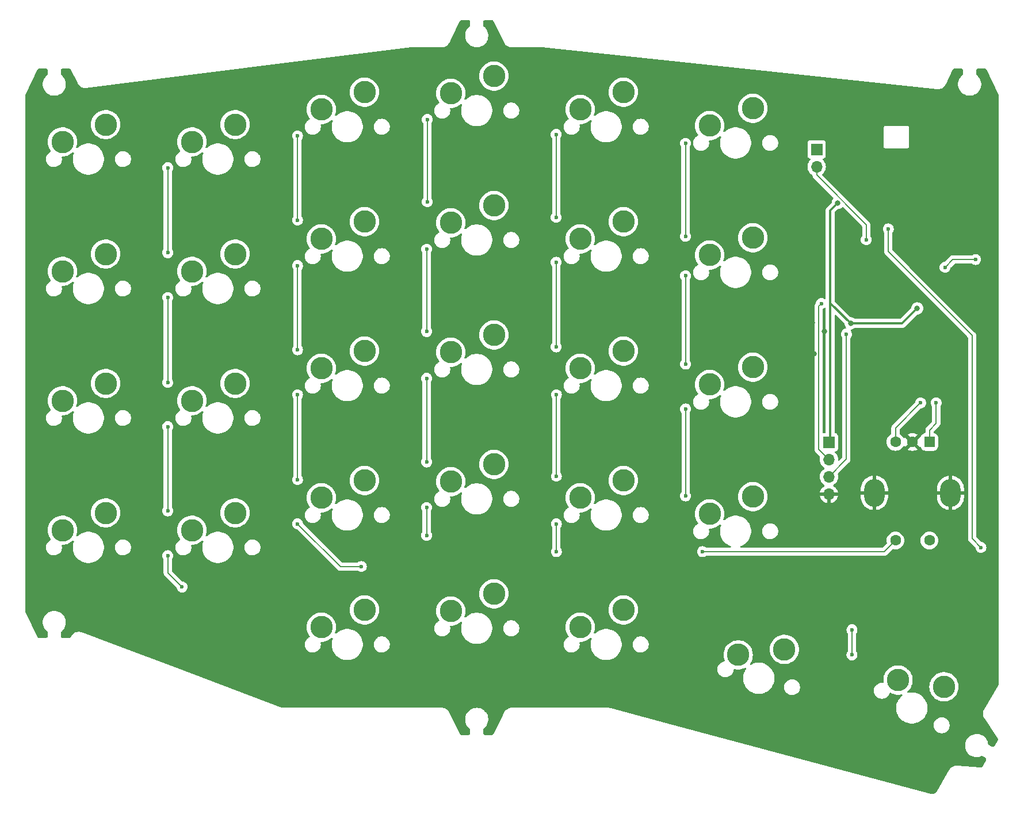
<source format=gbr>
%TF.GenerationSoftware,KiCad,Pcbnew,8.0.4*%
%TF.CreationDate,2024-08-15T14:36:39+02:00*%
%TF.ProjectId,pcb-left,7063622d-6c65-4667-942e-6b696361645f,rev?*%
%TF.SameCoordinates,Original*%
%TF.FileFunction,Copper,L1,Top*%
%TF.FilePolarity,Positive*%
%FSLAX46Y46*%
G04 Gerber Fmt 4.6, Leading zero omitted, Abs format (unit mm)*
G04 Created by KiCad (PCBNEW 8.0.4) date 2024-08-15 14:36:39*
%MOMM*%
%LPD*%
G01*
G04 APERTURE LIST*
G04 Aperture macros list*
%AMRoundRect*
0 Rectangle with rounded corners*
0 $1 Rounding radius*
0 $2 $3 $4 $5 $6 $7 $8 $9 X,Y pos of 4 corners*
0 Add a 4 corners polygon primitive as box body*
4,1,4,$2,$3,$4,$5,$6,$7,$8,$9,$2,$3,0*
0 Add four circle primitives for the rounded corners*
1,1,$1+$1,$2,$3*
1,1,$1+$1,$4,$5*
1,1,$1+$1,$6,$7*
1,1,$1+$1,$8,$9*
0 Add four rect primitives between the rounded corners*
20,1,$1+$1,$2,$3,$4,$5,0*
20,1,$1+$1,$4,$5,$6,$7,0*
20,1,$1+$1,$6,$7,$8,$9,0*
20,1,$1+$1,$8,$9,$2,$3,0*%
G04 Aperture macros list end*
%TA.AperFunction,ComponentPad*%
%ADD10RoundRect,0.250000X-0.550000X0.550000X-0.550000X-0.550000X0.550000X-0.550000X0.550000X0.550000X0*%
%TD*%
%TA.AperFunction,ComponentPad*%
%ADD11C,1.600000*%
%TD*%
%TA.AperFunction,ComponentPad*%
%ADD12O,3.000000X4.100000*%
%TD*%
%TA.AperFunction,ComponentPad*%
%ADD13C,3.300000*%
%TD*%
%TA.AperFunction,ComponentPad*%
%ADD14R,1.700000X1.700000*%
%TD*%
%TA.AperFunction,ComponentPad*%
%ADD15O,1.700000X1.700000*%
%TD*%
%TA.AperFunction,ViaPad*%
%ADD16C,0.800000*%
%TD*%
%TA.AperFunction,ViaPad*%
%ADD17C,0.600000*%
%TD*%
%TA.AperFunction,Conductor*%
%ADD18C,0.300000*%
%TD*%
%TA.AperFunction,Conductor*%
%ADD19C,0.200000*%
%TD*%
G04 APERTURE END LIST*
D10*
%TO.P,SW2,A,A*%
%TO.N,Net-(R8-Pad1)*%
X161875000Y-86868750D03*
D11*
%TO.P,SW2,B,B*%
%TO.N,Net-(R9-Pad2)*%
X156875000Y-86868750D03*
%TO.P,SW2,C,C*%
%TO.N,GND*%
X159375000Y-86868750D03*
%TO.P,SW2,S1,S1*%
%TO.N,/ENC_SW_2*%
X161875000Y-101368750D03*
%TO.P,SW2,S2,S2*%
%TO.N,/COL5*%
X156875000Y-101368750D03*
D12*
%TO.P,SW2,SH,SH*%
%TO.N,GND*%
X164975000Y-94368750D03*
X153775000Y-94368750D03*
%TD*%
D13*
%TO.P,MX7,1,1*%
%TO.N,/COL0*%
X34290000Y-61753750D03*
%TO.P,MX7,2,2*%
%TO.N,Net-(D7-A)*%
X40640000Y-59213750D03*
%TD*%
%TO.P,MX3,1,1*%
%TO.N,/COL2*%
X72390000Y-37941250D03*
%TO.P,MX3,2,2*%
%TO.N,Net-(D3-A)*%
X78740000Y-35401250D03*
%TD*%
%TO.P,MX11,1,1*%
%TO.N,/COL4*%
X110490000Y-56991250D03*
%TO.P,MX11,2,2*%
%TO.N,Net-(D11-A)*%
X116840000Y-54451250D03*
%TD*%
%TO.P,MX1,1,1*%
%TO.N,/COL0*%
X34290000Y-42703750D03*
%TO.P,MX1,2,2*%
%TO.N,Net-(D1-A)*%
X40640000Y-40163750D03*
%TD*%
%TO.P,MX16,1,1*%
%TO.N,/COL3*%
X91440000Y-73660000D03*
%TO.P,MX16,2,2*%
%TO.N,Net-(D16-A)*%
X97790000Y-71120000D03*
%TD*%
%TO.P,MX14,1,1*%
%TO.N,/COL1*%
X53340000Y-80803750D03*
%TO.P,MX14,2,2*%
%TO.N,Net-(D14-A)*%
X59690000Y-78263750D03*
%TD*%
%TO.P,MX9,1,1*%
%TO.N,/COL2*%
X72390000Y-56991250D03*
%TO.P,MX9,2,2*%
%TO.N,Net-(D9-A)*%
X78740000Y-54451250D03*
%TD*%
D14*
%TO.P,J2,1,Pin_1*%
%TO.N,+3V3*%
X147075000Y-86918750D03*
D15*
%TO.P,J2,2,Pin_2*%
%TO.N,/SWCLK*%
X147075000Y-89458750D03*
%TO.P,J2,3,Pin_3*%
%TO.N,/SWDIO*%
X147075000Y-91998750D03*
%TO.P,J2,4,Pin_4*%
%TO.N,GND*%
X147075000Y-94538750D03*
%TD*%
D13*
%TO.P,MX24,1,1*%
%TO.N,/COL5*%
X129540000Y-97472500D03*
%TO.P,MX24,2,2*%
%TO.N,Net-(D24-A)*%
X135890000Y-94932500D03*
%TD*%
%TO.P,MX22,1,1*%
%TO.N,/COL3*%
X91440000Y-92710000D03*
%TO.P,MX22,2,2*%
%TO.N,Net-(D22-A)*%
X97790000Y-90170000D03*
%TD*%
%TO.P,MX21,1,1*%
%TO.N,/COL2*%
X72390000Y-95091250D03*
%TO.P,MX21,2,2*%
%TO.N,Net-(D21-A)*%
X78740000Y-92551250D03*
%TD*%
%TO.P,MX13,1,1*%
%TO.N,/COL0*%
X34290000Y-80803750D03*
%TO.P,MX13,2,2*%
%TO.N,Net-(D13-A)*%
X40640000Y-78263750D03*
%TD*%
%TO.P,MX15,1,1*%
%TO.N,/COL2*%
X72390000Y-76041250D03*
%TO.P,MX15,2,2*%
%TO.N,Net-(D15-A)*%
X78740000Y-73501250D03*
%TD*%
%TO.P,MX19,1,1*%
%TO.N,/COL0*%
X34290000Y-99853750D03*
%TO.P,MX19,2,2*%
%TO.N,Net-(D19-A)*%
X40640000Y-97313750D03*
%TD*%
%TO.P,MX17,1,1*%
%TO.N,/COL4*%
X110490000Y-76041250D03*
%TO.P,MX17,2,2*%
%TO.N,Net-(D17-A)*%
X116840000Y-73501250D03*
%TD*%
D14*
%TO.P,J1,1,Pin_1*%
%TO.N,+3V3*%
X145275000Y-43818750D03*
D15*
%TO.P,J1,2,Pin_2*%
%TO.N,/BOOT0*%
X145275000Y-46358750D03*
%TD*%
D13*
%TO.P,MX4,1,1*%
%TO.N,/COL3*%
X91440000Y-35560000D03*
%TO.P,MX4,2,2*%
%TO.N,Net-(D4-A)*%
X97790000Y-33020000D03*
%TD*%
%TO.P,MX20,1,1*%
%TO.N,/COL1*%
X53340000Y-99853750D03*
%TO.P,MX20,2,2*%
%TO.N,Net-(D20-A)*%
X59690000Y-97313750D03*
%TD*%
%TO.P,MX27,1,1*%
%TO.N,/COL2*%
X110490000Y-114141250D03*
%TO.P,MX27,2,2*%
%TO.N,Net-(D27-A)*%
X116840000Y-111601250D03*
%TD*%
%TO.P,MX10,1,1*%
%TO.N,/COL3*%
X91440000Y-54610000D03*
%TO.P,MX10,2,2*%
%TO.N,Net-(D10-A)*%
X97790000Y-52070000D03*
%TD*%
%TO.P,MX26,1,1*%
%TO.N,/COL1*%
X91440000Y-111760000D03*
%TO.P,MX26,2,2*%
%TO.N,Net-(D26-A)*%
X97790000Y-109220000D03*
%TD*%
%TO.P,MX18,1,1*%
%TO.N,/COL5*%
X129540000Y-78422500D03*
%TO.P,MX18,2,2*%
%TO.N,Net-(D18-A)*%
X135890000Y-75882500D03*
%TD*%
%TO.P,MX12,1,1*%
%TO.N,/COL5*%
X129540000Y-59372500D03*
%TO.P,MX12,2,2*%
%TO.N,Net-(D12-A)*%
X135890000Y-56832500D03*
%TD*%
%TO.P,MX28,1,1*%
%TO.N,/COL3*%
X133734076Y-118219225D03*
%TO.P,MX28,2,2*%
%TO.N,Net-(D28-A)*%
X140525105Y-117409274D03*
%TD*%
%TO.P,MX25,1,1*%
%TO.N,/COL0*%
X72390000Y-114141250D03*
%TO.P,MX25,2,2*%
%TO.N,Net-(D25-A)*%
X78740000Y-111601250D03*
%TD*%
%TO.P,MX6,1,1*%
%TO.N,/COL5*%
X129540000Y-40322500D03*
%TO.P,MX6,2,2*%
%TO.N,Net-(D6-A)*%
X135890000Y-37782500D03*
%TD*%
%TO.P,MX23,1,1*%
%TO.N,/COL4*%
X110490000Y-95091250D03*
%TO.P,MX23,2,2*%
%TO.N,Net-(D23-A)*%
X116840000Y-92551250D03*
%TD*%
%TO.P,MX8,1,1*%
%TO.N,/COL1*%
X53340000Y-61753750D03*
%TO.P,MX8,2,2*%
%TO.N,Net-(D8-A)*%
X59690000Y-59213750D03*
%TD*%
%TO.P,MX29,1,1*%
%TO.N,/COL4*%
X157251607Y-121930579D03*
%TO.P,MX29,2,2*%
%TO.N,Net-(D29-A)*%
X164020869Y-122905875D03*
%TD*%
%TO.P,MX2,1,1*%
%TO.N,/COL1*%
X53340000Y-42703750D03*
%TO.P,MX2,2,2*%
%TO.N,Net-(D2-A)*%
X59690000Y-40163750D03*
%TD*%
%TO.P,MX5,1,1*%
%TO.N,/COL4*%
X110490000Y-37941250D03*
%TO.P,MX5,2,2*%
%TO.N,Net-(D5-A)*%
X116840000Y-35401250D03*
%TD*%
D16*
%TO.N,+3V3*%
X148375000Y-51693750D03*
X160075000Y-67218750D03*
X150275000Y-69418750D03*
%TO.N,GND*%
X143775000Y-105318750D03*
X166075000Y-49418750D03*
X163875000Y-64518750D03*
X149575000Y-64818750D03*
X29775000Y-69018750D03*
X162475000Y-44618750D03*
X84775000Y-31918750D03*
X55575000Y-72818750D03*
X91675000Y-78518750D03*
X132475000Y-124318750D03*
X112575000Y-51418750D03*
X157175000Y-81718750D03*
X148275000Y-37918750D03*
X169775000Y-67118750D03*
X34275000Y-53218750D03*
X142575000Y-60618750D03*
X52775000Y-91518750D03*
X156775000Y-50618750D03*
X125475000Y-34518750D03*
X144875000Y-73918750D03*
X161975000Y-69118750D03*
X113975000Y-65718750D03*
X162275000Y-37918750D03*
X95775000Y-104018750D03*
X135775000Y-52418750D03*
X159875000Y-134918750D03*
X150475000Y-44818750D03*
X152475000Y-73918750D03*
X165075000Y-58518750D03*
X63975000Y-34218750D03*
X142175000Y-101318750D03*
X96275000Y-64718750D03*
X103275000Y-61018750D03*
X159675000Y-61018750D03*
X161675000Y-79718750D03*
X65675000Y-103018750D03*
X122375000Y-62418750D03*
X29775000Y-52118750D03*
X74575000Y-63718750D03*
X123175000Y-70418750D03*
X148475000Y-110418750D03*
X168475000Y-45418750D03*
X73775000Y-110818750D03*
X169775000Y-100118750D03*
X72875000Y-83818750D03*
X65075000Y-65318750D03*
X29775000Y-89318750D03*
X146775000Y-100418750D03*
X31275000Y-109618750D03*
X91575000Y-59918750D03*
X122175000Y-100618750D03*
X167375000Y-110518750D03*
X94775000Y-46018750D03*
X106275000Y-32618750D03*
X79475000Y-48318750D03*
X46375000Y-81818750D03*
X73375000Y-45518750D03*
X148450000Y-70343750D03*
X34775000Y-71518750D03*
X42175000Y-110218750D03*
X169775000Y-85218750D03*
X64675000Y-53818750D03*
X147175000Y-122618750D03*
X52075000Y-66818750D03*
X112075000Y-86218750D03*
X154375000Y-50618750D03*
X156375000Y-67318750D03*
X160575000Y-51818750D03*
X90475000Y-101318750D03*
X159075000Y-56918750D03*
X122675000Y-114418750D03*
X144675000Y-69318750D03*
X154075000Y-62418750D03*
X45975000Y-46518750D03*
X133175000Y-110018750D03*
X46375000Y-53718750D03*
X82175000Y-103318750D03*
X45475000Y-64718750D03*
X130275000Y-101218750D03*
X73675000Y-53818750D03*
X97075000Y-101318750D03*
X155475000Y-111018750D03*
X146375000Y-70618750D03*
X103275000Y-97718750D03*
X159575000Y-48518750D03*
X154075000Y-56918750D03*
X150875000Y-77818750D03*
X116875000Y-104018750D03*
X84375000Y-51318750D03*
X165775000Y-85318750D03*
X168575000Y-118218750D03*
X52975000Y-85918750D03*
X141275000Y-78718750D03*
X49075000Y-116518750D03*
X159375000Y-75218750D03*
X84575000Y-97218750D03*
X30175000Y-38018750D03*
X104875000Y-118318750D03*
X148475000Y-84318750D03*
X110175000Y-104018750D03*
X134275000Y-89318750D03*
X87175000Y-116418750D03*
X129975000Y-83318750D03*
X46275000Y-103418750D03*
X110975000Y-42918750D03*
X145375000Y-51918750D03*
X83975000Y-70618750D03*
X112575000Y-107918750D03*
X141275000Y-44618750D03*
X165275000Y-54818750D03*
X131475000Y-72718750D03*
X72075000Y-122418750D03*
X110475000Y-81018750D03*
X91875000Y-40718750D03*
X154875000Y-105318750D03*
X130175000Y-45718750D03*
X34575000Y-96518750D03*
X81475000Y-88818750D03*
X138175000Y-129818750D03*
X94075000Y-84218750D03*
X113475000Y-47118750D03*
X164775000Y-78118750D03*
X152675000Y-124518750D03*
X117075000Y-125218750D03*
X82075000Y-106818750D03*
D17*
%TO.N,/nRESET*%
X155825000Y-55518750D03*
X169450000Y-102393750D03*
%TO.N,/BOOT0*%
X152575000Y-57118750D03*
%TO.N,/ROW4*%
X150475000Y-114518750D03*
X150475000Y-118218750D03*
%TO.N,/SWCLK*%
X145963480Y-66507230D03*
%TO.N,/SWDIO*%
X149650735Y-70994485D03*
%TO.N,/COL1*%
X49775000Y-103618750D03*
X49775000Y-59018750D03*
X49775000Y-78118750D03*
X49775000Y-97018750D03*
X49775000Y-84618750D03*
X49775000Y-46518750D03*
X49775000Y-65618750D03*
X51875000Y-108218750D03*
%TO.N,/COL2*%
X68875000Y-54218750D03*
X68875000Y-41818750D03*
X68875000Y-60918750D03*
X68875000Y-92418750D03*
X68875000Y-98918750D03*
X78275000Y-105218750D03*
X68875000Y-79918750D03*
X68875000Y-73318750D03*
%TO.N,/COL3*%
X87875000Y-77518750D03*
X87875000Y-89818750D03*
X87975000Y-51518750D03*
X87875000Y-100618750D03*
X87890000Y-58518750D03*
X87875000Y-96518750D03*
X87875000Y-70618750D03*
X87975000Y-39418750D03*
%TO.N,/COL4*%
X106975000Y-98918750D03*
X106940000Y-72883750D03*
X106975000Y-79918750D03*
X106975000Y-91918750D03*
X106940000Y-60418750D03*
X106940000Y-41618750D03*
X106940000Y-53818750D03*
X106975000Y-103018750D03*
%TO.N,/COL5*%
X125990000Y-94818750D03*
X125975000Y-56618750D03*
X125990000Y-75418750D03*
X125990000Y-82018750D03*
X125975000Y-42918750D03*
X125990000Y-62418750D03*
X128475000Y-103018750D03*
%TO.N,/BOOT1*%
X164175000Y-61168750D03*
X168675000Y-60018750D03*
%TO.N,Net-(R8-Pad1)*%
X162875000Y-81118750D03*
%TO.N,Net-(R9-Pad2)*%
X160575000Y-81118750D03*
%TD*%
D18*
%TO.N,+3V3*%
X157875000Y-69418750D02*
X150275000Y-69418750D01*
X147275000Y-86718750D02*
X147275000Y-66418750D01*
X160075000Y-67218750D02*
X157875000Y-69418750D01*
X147275000Y-66418750D02*
X150275000Y-69418750D01*
X148375000Y-51693750D02*
X147275000Y-52793750D01*
X147275000Y-52793750D02*
X147275000Y-66418750D01*
X147075000Y-86918750D02*
X147275000Y-86718750D01*
D19*
%TO.N,/nRESET*%
X168175000Y-101118750D02*
X168175000Y-71218750D01*
X155825000Y-58868750D02*
X155825000Y-55518750D01*
X169450000Y-102393750D02*
X168175000Y-101118750D01*
X168175000Y-71218750D02*
X155825000Y-58868750D01*
%TO.N,/BOOT0*%
X152575000Y-54903800D02*
X145275000Y-47603800D01*
X152575000Y-57118750D02*
X152575000Y-54903800D01*
X145275000Y-47603800D02*
X145275000Y-46358750D01*
%TO.N,/ROW4*%
X150475000Y-114518750D02*
X150475000Y-118218750D01*
%TO.N,/SWCLK*%
X145963480Y-66507230D02*
X145575000Y-66895710D01*
X145575000Y-87958750D02*
X147075000Y-89458750D01*
X145575000Y-66895710D02*
X145575000Y-87958750D01*
%TO.N,/SWDIO*%
X149650735Y-70994485D02*
X149650735Y-89423015D01*
X149650735Y-89423015D02*
X147075000Y-91998750D01*
%TO.N,/COL1*%
X49775000Y-78118750D02*
X49775000Y-65618750D01*
X49775000Y-59018750D02*
X49775000Y-46518750D01*
X49775000Y-97018750D02*
X49775000Y-84618750D01*
X51875000Y-108218750D02*
X49775000Y-106118750D01*
X49775000Y-106118750D02*
X49775000Y-103618750D01*
%TO.N,/COL2*%
X75175000Y-105218750D02*
X68875000Y-98918750D01*
X68875000Y-60918750D02*
X68875000Y-73318750D01*
X68875000Y-79918750D02*
X68875000Y-92418750D01*
X78275000Y-105218750D02*
X75175000Y-105218750D01*
X68875000Y-41818750D02*
X68875000Y-54218750D01*
%TO.N,/COL3*%
X87975000Y-39418750D02*
X87975000Y-51518750D01*
X87875000Y-58533750D02*
X87875000Y-70618750D01*
X87890000Y-58518750D02*
X87875000Y-58533750D01*
X87875000Y-77518750D02*
X87875000Y-89818750D01*
X87875000Y-100618750D02*
X87875000Y-96518750D01*
%TO.N,/COL4*%
X106975000Y-91918750D02*
X106975000Y-79918750D01*
X106940000Y-72883750D02*
X106940000Y-60418750D01*
X106940000Y-53818750D02*
X106940000Y-41618750D01*
X106975000Y-103018750D02*
X106975000Y-98918750D01*
%TO.N,/COL5*%
X125975000Y-56618750D02*
X125975000Y-42918750D01*
X128475000Y-103018750D02*
X155225000Y-103018750D01*
X125990000Y-94818750D02*
X125990000Y-82018750D01*
X125990000Y-62418750D02*
X125990000Y-75418750D01*
X155225000Y-103018750D02*
X156875000Y-101368750D01*
%TO.N,/BOOT1*%
X165325000Y-60018750D02*
X164175000Y-61168750D01*
X168675000Y-60018750D02*
X165325000Y-60018750D01*
%TO.N,Net-(R8-Pad1)*%
X161875000Y-86868750D02*
X161875000Y-85118750D01*
X162875000Y-84118750D02*
X162875000Y-81118750D01*
X161875000Y-85118750D02*
X162875000Y-84118750D01*
%TO.N,Net-(R9-Pad2)*%
X156875000Y-86868750D02*
X156875000Y-84818750D01*
X156875000Y-84818750D02*
X160575000Y-81118750D01*
%TD*%
%TA.AperFunction,Conductor*%
%TO.N,GND*%
G36*
X148130703Y-68194845D02*
G01*
X148137181Y-68200877D01*
X149340191Y-69403887D01*
X149373676Y-69465210D01*
X149375830Y-69478601D01*
X149389326Y-69607006D01*
X149389327Y-69607009D01*
X149447818Y-69787027D01*
X149447821Y-69787034D01*
X149542467Y-69950966D01*
X149576652Y-69988932D01*
X149585612Y-69998883D01*
X149615842Y-70061874D01*
X149607217Y-70131209D01*
X149562476Y-70184875D01*
X149507346Y-70205075D01*
X149471484Y-70209115D01*
X149471480Y-70209116D01*
X149301211Y-70268696D01*
X149148472Y-70364669D01*
X149020919Y-70492222D01*
X148924946Y-70644961D01*
X148865366Y-70815230D01*
X148865365Y-70815235D01*
X148845170Y-70994481D01*
X148845170Y-70994488D01*
X148865365Y-71173734D01*
X148865366Y-71173739D01*
X148924946Y-71344008D01*
X148975407Y-71424315D01*
X149004228Y-71470184D01*
X149020920Y-71496748D01*
X149023180Y-71499582D01*
X149024069Y-71501760D01*
X149024624Y-71502643D01*
X149024469Y-71502740D01*
X149049590Y-71564268D01*
X149050235Y-71576897D01*
X149050235Y-89122917D01*
X149030550Y-89189956D01*
X149013916Y-89210598D01*
X148639432Y-89585082D01*
X148578109Y-89618567D01*
X148508417Y-89613583D01*
X148452484Y-89571711D01*
X148428067Y-89506247D01*
X148428223Y-89486593D01*
X148430659Y-89458750D01*
X148430659Y-89458749D01*
X148417753Y-89311236D01*
X148410063Y-89223342D01*
X148348903Y-88995087D01*
X148249035Y-88780921D01*
X148113495Y-88587349D01*
X147991567Y-88465421D01*
X147958084Y-88404101D01*
X147963068Y-88334409D01*
X148004939Y-88278475D01*
X148035915Y-88261560D01*
X148167331Y-88212546D01*
X148282546Y-88126296D01*
X148368796Y-88011081D01*
X148419091Y-87876233D01*
X148425500Y-87816623D01*
X148425499Y-86020878D01*
X148419091Y-85961267D01*
X148377625Y-85850092D01*
X148368797Y-85826421D01*
X148368793Y-85826414D01*
X148282547Y-85711205D01*
X148282544Y-85711202D01*
X148167335Y-85624956D01*
X148167328Y-85624952D01*
X148032482Y-85574658D01*
X148024938Y-85572876D01*
X148025474Y-85570603D01*
X147971688Y-85548321D01*
X147931843Y-85490927D01*
X147925500Y-85451774D01*
X147925500Y-68288558D01*
X147945185Y-68221519D01*
X147997989Y-68175764D01*
X148067147Y-68165820D01*
X148130703Y-68194845D01*
G37*
%TD.AperFunction*%
%TA.AperFunction,Conductor*%
G36*
X146568599Y-67158025D02*
G01*
X146613813Y-67211293D01*
X146624500Y-67261652D01*
X146624500Y-85444250D01*
X146604815Y-85511289D01*
X146552011Y-85557044D01*
X146500500Y-85568250D01*
X146299500Y-85568250D01*
X146232461Y-85548565D01*
X146186706Y-85495761D01*
X146175500Y-85444250D01*
X146175500Y-67369116D01*
X146195185Y-67302077D01*
X146247989Y-67256322D01*
X146258546Y-67252074D01*
X146261225Y-67251136D01*
X146313002Y-67233019D01*
X146434529Y-67156658D01*
X146501764Y-67137658D01*
X146568599Y-67158025D01*
G37*
%TD.AperFunction*%
%TA.AperFunction,Conductor*%
G36*
X94009640Y-24771862D02*
G01*
X94073143Y-24781921D01*
X94110040Y-24793909D01*
X94158529Y-24818617D01*
X94189914Y-24841421D01*
X94228393Y-24879903D01*
X94251193Y-24911288D01*
X94275897Y-24959776D01*
X94287883Y-24996674D01*
X94297937Y-25060179D01*
X94297974Y-25060409D01*
X94299499Y-25079807D01*
X94299496Y-25122271D01*
X94299500Y-25122310D01*
X94299500Y-25586698D01*
X94279815Y-25653737D01*
X94252632Y-25683789D01*
X94088871Y-25813885D01*
X93914533Y-26001115D01*
X93770065Y-26212264D01*
X93658710Y-26442595D01*
X93582956Y-26686955D01*
X93582954Y-26686964D01*
X93544495Y-26939887D01*
X93544191Y-27195728D01*
X93582049Y-27448744D01*
X93657220Y-27693282D01*
X93657224Y-27693290D01*
X93768032Y-27923887D01*
X93911994Y-28135374D01*
X94085889Y-28323023D01*
X94155774Y-28378812D01*
X94285831Y-28482637D01*
X94507341Y-28610643D01*
X94745467Y-28704178D01*
X94994880Y-28761150D01*
X95250000Y-28780283D01*
X95505120Y-28761150D01*
X95754533Y-28704178D01*
X95992659Y-28610643D01*
X96214169Y-28482637D01*
X96414109Y-28323024D01*
X96588006Y-28135374D01*
X96693749Y-27980030D01*
X96731967Y-27923887D01*
X96745130Y-27896494D01*
X96842776Y-27693290D01*
X96842777Y-27693284D01*
X96842779Y-27693282D01*
X96870564Y-27602894D01*
X96917950Y-27448747D01*
X96955809Y-27195727D01*
X96955505Y-26939890D01*
X96917045Y-26686961D01*
X96841290Y-26442597D01*
X96729935Y-26212266D01*
X96585470Y-26001120D01*
X96585467Y-26001117D01*
X96585466Y-26001115D01*
X96508819Y-25918800D01*
X96411128Y-25813884D01*
X96247368Y-25683789D01*
X96207121Y-25626676D01*
X96200500Y-25586698D01*
X96200500Y-25122310D01*
X96200503Y-25122271D01*
X96200502Y-25109705D01*
X96200503Y-25109703D01*
X96200500Y-25079573D01*
X96202025Y-25060189D01*
X96212080Y-24996681D01*
X96224066Y-24959790D01*
X96248771Y-24911305D01*
X96271573Y-24879923D01*
X96310051Y-24841449D01*
X96341438Y-24818650D01*
X96389922Y-24793954D01*
X96426822Y-24781971D01*
X96443337Y-24779358D01*
X96490729Y-24771860D01*
X96510111Y-24770338D01*
X96539842Y-24770344D01*
X96539845Y-24770342D01*
X96552168Y-24770345D01*
X96552269Y-24770336D01*
X97400919Y-24770336D01*
X97432206Y-24770336D01*
X97449319Y-24771523D01*
X97505578Y-24779362D01*
X97538496Y-24788716D01*
X97547218Y-24792563D01*
X97582533Y-24808136D01*
X97611642Y-24826135D01*
X97648692Y-24856852D01*
X97671767Y-24882116D01*
X97703792Y-24928757D01*
X97712499Y-24943537D01*
X99317399Y-28157539D01*
X99317754Y-28158104D01*
X99336918Y-28196427D01*
X99447724Y-28351198D01*
X99447725Y-28351199D01*
X99581538Y-28486578D01*
X99735011Y-28599180D01*
X99735015Y-28599182D01*
X99735018Y-28599184D01*
X99904303Y-28686189D01*
X99904305Y-28686190D01*
X99904308Y-28686191D01*
X99904310Y-28686192D01*
X100085206Y-28745439D01*
X100273177Y-28775441D01*
X100316116Y-28775467D01*
X100316440Y-28775500D01*
X100368352Y-28775500D01*
X100408234Y-28775502D01*
X100408235Y-28775501D01*
X100420044Y-28775502D01*
X100420077Y-28775500D01*
X104721142Y-28775500D01*
X104723318Y-28775519D01*
X104725109Y-28775550D01*
X104748210Y-28775956D01*
X104752458Y-28776105D01*
X104776230Y-28777358D01*
X104780554Y-28777663D01*
X104790149Y-28778507D01*
X104805146Y-28779826D01*
X104807145Y-28780019D01*
X104809464Y-28780264D01*
X104809507Y-28780282D01*
X104809509Y-28780269D01*
X162981926Y-34934519D01*
X162982000Y-34934534D01*
X163008782Y-34937364D01*
X163008790Y-34937364D01*
X163009747Y-34937465D01*
X163033622Y-34940008D01*
X163033622Y-34940009D01*
X163124305Y-34949667D01*
X163306500Y-34941221D01*
X163485330Y-34905355D01*
X163656692Y-34842892D01*
X163816654Y-34755265D01*
X163961548Y-34644484D01*
X164088048Y-34513091D01*
X164193253Y-34364100D01*
X164233935Y-34282481D01*
X164233938Y-34282482D01*
X164233964Y-34282420D01*
X164251755Y-34246802D01*
X164251755Y-34246798D01*
X164258185Y-34233925D01*
X164258198Y-34233889D01*
X165330001Y-32087468D01*
X165338698Y-32072706D01*
X165370850Y-32025869D01*
X165393923Y-32000604D01*
X165430967Y-31969887D01*
X165460077Y-31951885D01*
X165504106Y-31932466D01*
X165537021Y-31923111D01*
X165577614Y-31917453D01*
X165593264Y-31915273D01*
X165610379Y-31914086D01*
X166502711Y-31914086D01*
X166502713Y-31914087D01*
X166532837Y-31914086D01*
X166552230Y-31915611D01*
X166615753Y-31925671D01*
X166652646Y-31937657D01*
X166701147Y-31962369D01*
X166732530Y-31985169D01*
X166771019Y-32023656D01*
X166793823Y-32055041D01*
X166818535Y-32103539D01*
X166830523Y-32140433D01*
X166840563Y-32203805D01*
X166842091Y-32223208D01*
X166842091Y-32730448D01*
X166822406Y-32797487D01*
X166795223Y-32827539D01*
X166631462Y-32957635D01*
X166457124Y-33144865D01*
X166312656Y-33356014D01*
X166201301Y-33586345D01*
X166125547Y-33830705D01*
X166125545Y-33830714D01*
X166087086Y-34083637D01*
X166086782Y-34339478D01*
X166124640Y-34592494D01*
X166199811Y-34837032D01*
X166199815Y-34837040D01*
X166310623Y-35067637D01*
X166454585Y-35279124D01*
X166628480Y-35466773D01*
X166687130Y-35513593D01*
X166828422Y-35626387D01*
X167049932Y-35754393D01*
X167288058Y-35847928D01*
X167537471Y-35904900D01*
X167792591Y-35924033D01*
X168047711Y-35904900D01*
X168297124Y-35847928D01*
X168535250Y-35754393D01*
X168756760Y-35626387D01*
X168956700Y-35466774D01*
X169130597Y-35279124D01*
X169274559Y-35067635D01*
X169385367Y-34837040D01*
X169385368Y-34837034D01*
X169385370Y-34837032D01*
X169415776Y-34738120D01*
X169460541Y-34592497D01*
X169498400Y-34339477D01*
X169498096Y-34083640D01*
X169459636Y-33830711D01*
X169383881Y-33586347D01*
X169272526Y-33356016D01*
X169128061Y-33144870D01*
X169128058Y-33144867D01*
X169128057Y-33144865D01*
X169051410Y-33062550D01*
X168953719Y-32957634D01*
X168789959Y-32827539D01*
X168749712Y-32770426D01*
X168743091Y-32730448D01*
X168743091Y-32223353D01*
X168744618Y-32203953D01*
X168749410Y-32173701D01*
X168754680Y-32140435D01*
X168766668Y-32103543D01*
X168778791Y-32079751D01*
X168791381Y-32055044D01*
X168814178Y-32023666D01*
X168852667Y-31985177D01*
X168884046Y-31962378D01*
X168932549Y-31937664D01*
X168969439Y-31925678D01*
X169019459Y-31917755D01*
X169032987Y-31915613D01*
X169052386Y-31914086D01*
X169943512Y-31914086D01*
X169943514Y-31914087D01*
X169974797Y-31914086D01*
X169991908Y-31915272D01*
X170048169Y-31923110D01*
X170081087Y-31932466D01*
X170125118Y-31951885D01*
X170154223Y-31969882D01*
X170191267Y-32000597D01*
X170214345Y-32025869D01*
X170246434Y-32072612D01*
X170255143Y-32087395D01*
X172005688Y-35593063D01*
X172009632Y-35601788D01*
X172050636Y-35702719D01*
X172056444Y-35720934D01*
X172080341Y-35822283D01*
X172083281Y-35841173D01*
X172091686Y-35949791D01*
X172092056Y-35959358D01*
X172092056Y-122275513D01*
X172091584Y-122286327D01*
X172080849Y-122408957D01*
X172077094Y-122430243D01*
X172046636Y-122543891D01*
X172039242Y-122564202D01*
X171987080Y-122676047D01*
X171982086Y-122685639D01*
X171959447Y-122724846D01*
X171959432Y-122724880D01*
X169941706Y-126219691D01*
X169941547Y-126219842D01*
X169868049Y-126347309D01*
X169868046Y-126347317D01*
X169800033Y-126525110D01*
X169760889Y-126711400D01*
X169760889Y-126711401D01*
X169751590Y-126901532D01*
X169772372Y-127090755D01*
X169822710Y-127274327D01*
X169822714Y-127274339D01*
X169901351Y-127447684D01*
X169901356Y-127447694D01*
X169925275Y-127483921D01*
X169925404Y-127484165D01*
X171883073Y-130445866D01*
X171883109Y-130445931D01*
X171906139Y-130480762D01*
X171914589Y-130495694D01*
X171939077Y-130546947D01*
X171949430Y-130579577D01*
X171957509Y-130626995D01*
X171958546Y-130661212D01*
X171953351Y-130709040D01*
X171944992Y-130742235D01*
X171930008Y-130779194D01*
X171923734Y-130794671D01*
X171916206Y-130810082D01*
X171897328Y-130842779D01*
X171897327Y-130842778D01*
X171897324Y-130842785D01*
X171456340Y-131606591D01*
X171456325Y-131606618D01*
X171454860Y-131609154D01*
X171443851Y-131625167D01*
X171403381Y-131675139D01*
X171374553Y-131701095D01*
X171328903Y-131730740D01*
X171293462Y-131746519D01*
X171240882Y-131760608D01*
X171202304Y-131764663D01*
X171147950Y-131761817D01*
X171110003Y-131753753D01*
X171050042Y-131730740D01*
X171050032Y-131730736D01*
X171032465Y-131722357D01*
X170593234Y-131468768D01*
X170545019Y-131418201D01*
X170532586Y-131379641D01*
X170501799Y-131172785D01*
X170501003Y-131170190D01*
X170485655Y-131120125D01*
X170426816Y-130928191D01*
X170316190Y-130697518D01*
X170279843Y-130644034D01*
X170227542Y-130567073D01*
X170172396Y-130485925D01*
X170172393Y-130485922D01*
X170172392Y-130485920D01*
X169998654Y-130298149D01*
X169798839Y-130138382D01*
X169798837Y-130138381D01*
X169577444Y-130010213D01*
X169577439Y-130010210D01*
X169339395Y-129916492D01*
X169339392Y-129916491D01*
X169339391Y-129916491D01*
X169233829Y-129892292D01*
X169090027Y-129859327D01*
X168947080Y-129848495D01*
X168834933Y-129839997D01*
X168834928Y-129839997D01*
X168834925Y-129839997D01*
X168608152Y-129856826D01*
X168579805Y-129858930D01*
X168330356Y-129915705D01*
X168330354Y-129915705D01*
X168330353Y-129915706D01*
X168092165Y-130009050D01*
X167870572Y-130136872D01*
X167870556Y-130136883D01*
X167670503Y-130296331D01*
X167670498Y-130296336D01*
X167496467Y-130483834D01*
X167496466Y-130483836D01*
X167352339Y-130695212D01*
X167241353Y-130925712D01*
X167165990Y-131170186D01*
X167165989Y-131170190D01*
X167127934Y-131423167D01*
X167128021Y-131639062D01*
X167128037Y-131678997D01*
X167154298Y-131852625D01*
X167166297Y-131931956D01*
X167241853Y-132176358D01*
X167353027Y-132406779D01*
X167497319Y-132618030D01*
X167497321Y-132618033D01*
X167671509Y-132805401D01*
X167671510Y-132805402D01*
X167871691Y-132964689D01*
X167871693Y-132964690D01*
X168093399Y-133092342D01*
X168245298Y-133151730D01*
X168331656Y-133185494D01*
X168331659Y-133185494D01*
X168331665Y-133185497D01*
X168581160Y-133242072D01*
X168798840Y-133258051D01*
X168836300Y-133260802D01*
X168836302Y-133260802D01*
X168836306Y-133260802D01*
X168899849Y-133255935D01*
X169091384Y-133241266D01*
X169340699Y-133183903D01*
X169535238Y-133107133D01*
X169604819Y-133100836D01*
X169642747Y-133115089D01*
X170081910Y-133368639D01*
X170097945Y-133379660D01*
X170147921Y-133420132D01*
X170173879Y-133448962D01*
X170203521Y-133494608D01*
X170219300Y-133530049D01*
X170233387Y-133582623D01*
X170237442Y-133621205D01*
X170234594Y-133675554D01*
X170226529Y-133713500D01*
X170203475Y-133773562D01*
X170195118Y-133791090D01*
X170194334Y-133792449D01*
X170194313Y-133792486D01*
X169754892Y-134553586D01*
X169754841Y-134553660D01*
X169733878Y-134589983D01*
X169724292Y-134604216D01*
X169689394Y-134649002D01*
X169664823Y-134672846D01*
X169626019Y-134701249D01*
X169595864Y-134717463D01*
X169550768Y-134734173D01*
X169517326Y-134741523D01*
X169460713Y-134745939D01*
X169443556Y-134746087D01*
X169401045Y-134743506D01*
X169400940Y-134743509D01*
X165967536Y-134535625D01*
X165967425Y-134535585D01*
X165901682Y-134531638D01*
X165901682Y-134531635D01*
X165901620Y-134531634D01*
X165858195Y-134529005D01*
X165857933Y-134529014D01*
X165822049Y-134526862D01*
X165814452Y-134526407D01*
X165814451Y-134526407D01*
X165814448Y-134526407D01*
X165625012Y-134544986D01*
X165625008Y-134544986D01*
X165440850Y-134593190D01*
X165266599Y-134669805D01*
X165106594Y-134772926D01*
X164964839Y-134899970D01*
X164844874Y-135047766D01*
X164844868Y-135047774D01*
X164823116Y-135085401D01*
X164822935Y-135085655D01*
X162989213Y-138261751D01*
X162989209Y-138261762D01*
X162980335Y-138277132D01*
X162974081Y-138286882D01*
X162897796Y-138394406D01*
X162882698Y-138411952D01*
X162791959Y-138499377D01*
X162773864Y-138513811D01*
X162668461Y-138582846D01*
X162647999Y-138593666D01*
X162531595Y-138641912D01*
X162509478Y-138648740D01*
X162386142Y-138674510D01*
X162363141Y-138677109D01*
X162237159Y-138679507D01*
X162214076Y-138677785D01*
X162084598Y-138655838D01*
X162073278Y-138653370D01*
X162064741Y-138651086D01*
X162064736Y-138651084D01*
X124059505Y-128482770D01*
X162505073Y-128482770D01*
X162505073Y-128667797D01*
X162534018Y-128850549D01*
X162591192Y-129026516D01*
X162591193Y-129026519D01*
X162645158Y-129132429D01*
X162675195Y-129191380D01*
X162783952Y-129341071D01*
X162914786Y-129471905D01*
X163064477Y-129580662D01*
X163145336Y-129621861D01*
X163229337Y-129664663D01*
X163229340Y-129664664D01*
X163317323Y-129693251D01*
X163405309Y-129721839D01*
X163588059Y-129750784D01*
X163588060Y-129750784D01*
X163773086Y-129750784D01*
X163773087Y-129750784D01*
X163955837Y-129721839D01*
X164131808Y-129664663D01*
X164296669Y-129580662D01*
X164446360Y-129471905D01*
X164577194Y-129341071D01*
X164685951Y-129191380D01*
X164769952Y-129026519D01*
X164827128Y-128850548D01*
X164856073Y-128667798D01*
X164856073Y-128482770D01*
X164827128Y-128300020D01*
X164769952Y-128124049D01*
X164769952Y-128124048D01*
X164727150Y-128040047D01*
X164685951Y-127959188D01*
X164577194Y-127809497D01*
X164446360Y-127678663D01*
X164296669Y-127569906D01*
X164131808Y-127485904D01*
X164131805Y-127485903D01*
X163955838Y-127428729D01*
X163864462Y-127414256D01*
X163773087Y-127399784D01*
X163588059Y-127399784D01*
X163527142Y-127409432D01*
X163405307Y-127428729D01*
X163229340Y-127485903D01*
X163229337Y-127485904D01*
X163064476Y-127569906D01*
X162979072Y-127631956D01*
X162914786Y-127678663D01*
X162914784Y-127678665D01*
X162914783Y-127678665D01*
X162783954Y-127809494D01*
X162783954Y-127809495D01*
X162783952Y-127809497D01*
X162760802Y-127841360D01*
X162675195Y-127959187D01*
X162591193Y-128124048D01*
X162591192Y-128124051D01*
X162534018Y-128300018D01*
X162505073Y-128482770D01*
X124059505Y-128482770D01*
X115003113Y-126059729D01*
X115003077Y-126059715D01*
X115001204Y-126059215D01*
X115001191Y-126059207D01*
X115001191Y-126059209D01*
X114903240Y-126033002D01*
X114903232Y-126033001D01*
X114800172Y-126014860D01*
X114800159Y-126014858D01*
X114695888Y-126005748D01*
X114695881Y-126005748D01*
X114695874Y-126005748D01*
X114643543Y-126005749D01*
X114589231Y-126005749D01*
X114589223Y-126005750D01*
X100420077Y-126005750D01*
X100420045Y-126005747D01*
X100419697Y-126005747D01*
X100419571Y-126005710D01*
X100355447Y-126005750D01*
X100317115Y-126005750D01*
X100316866Y-126005773D01*
X100273177Y-126005800D01*
X100273170Y-126005801D01*
X100085204Y-126035801D01*
X100085202Y-126035801D01*
X99904309Y-126095045D01*
X99904305Y-126095046D01*
X99735006Y-126182053D01*
X99581528Y-126294654D01*
X99581525Y-126294656D01*
X99447711Y-126430028D01*
X99447707Y-126430033D01*
X99336892Y-126584802D01*
X99336890Y-126584805D01*
X99317454Y-126623667D01*
X99317285Y-126623939D01*
X99294356Y-126669859D01*
X99294335Y-126669898D01*
X99294327Y-126669917D01*
X99294322Y-126669927D01*
X99276504Y-126705607D01*
X99276503Y-126705609D01*
X98976711Y-127305978D01*
X97712597Y-129837514D01*
X97703889Y-129852297D01*
X97671745Y-129899121D01*
X97648663Y-129924396D01*
X97611625Y-129955107D01*
X97582514Y-129973109D01*
X97538489Y-129992525D01*
X97505568Y-130001882D01*
X97456448Y-130008727D01*
X97449275Y-130009727D01*
X97432161Y-130010914D01*
X96509757Y-130010914D01*
X96490359Y-130009387D01*
X96462801Y-130005022D01*
X96426844Y-129999327D01*
X96389950Y-129987340D01*
X96341452Y-129962630D01*
X96310064Y-129939825D01*
X96271577Y-129901338D01*
X96248774Y-129869954D01*
X96224063Y-129821458D01*
X96212074Y-129784561D01*
X96202027Y-129721135D01*
X96200500Y-129701735D01*
X96200500Y-129194551D01*
X96220185Y-129127512D01*
X96247369Y-129097460D01*
X96333099Y-129029354D01*
X96411128Y-128967366D01*
X96585470Y-128780130D01*
X96729935Y-128568984D01*
X96841290Y-128338653D01*
X96917045Y-128094289D01*
X96955505Y-127841360D01*
X96955809Y-127585523D01*
X96917950Y-127332503D01*
X96869858Y-127176059D01*
X96842779Y-127087967D01*
X96842776Y-127087962D01*
X96842776Y-127087960D01*
X96731968Y-126857365D01*
X96731967Y-126857362D01*
X96604365Y-126669908D01*
X96588006Y-126645876D01*
X96559405Y-126615013D01*
X96414110Y-126458226D01*
X96271410Y-126344309D01*
X96214169Y-126298613D01*
X95992659Y-126170607D01*
X95992658Y-126170606D01*
X95992657Y-126170606D01*
X95754528Y-126077070D01*
X95505125Y-126020101D01*
X95505124Y-126020100D01*
X95505120Y-126020100D01*
X95250000Y-126000967D01*
X94994880Y-126020100D01*
X94994876Y-126020100D01*
X94994874Y-126020101D01*
X94745471Y-126077070D01*
X94507342Y-126170606D01*
X94423148Y-126219260D01*
X94285831Y-126298613D01*
X94285827Y-126298615D01*
X94285827Y-126298616D01*
X94085889Y-126458226D01*
X93911994Y-126645875D01*
X93768032Y-126857362D01*
X93657224Y-127087959D01*
X93657220Y-127087967D01*
X93582049Y-127332505D01*
X93544191Y-127585521D01*
X93544495Y-127841362D01*
X93582954Y-128094285D01*
X93582956Y-128094294D01*
X93658710Y-128338654D01*
X93770065Y-128568985D01*
X93914533Y-128780134D01*
X94088873Y-128967367D01*
X94252631Y-129097460D01*
X94292879Y-129154573D01*
X94299500Y-129194551D01*
X94299500Y-129701646D01*
X94297973Y-129721049D01*
X94287911Y-129784562D01*
X94275923Y-129821454D01*
X94251216Y-129869944D01*
X94228410Y-129901333D01*
X94189922Y-129939819D01*
X94158537Y-129962620D01*
X94110048Y-129987326D01*
X94073152Y-129999314D01*
X94009553Y-130009387D01*
X93990155Y-130010914D01*
X93067794Y-130010914D01*
X93050679Y-130009727D01*
X93048239Y-130009387D01*
X92994428Y-130001887D01*
X92961505Y-129992530D01*
X92917480Y-129973113D01*
X92888370Y-129955112D01*
X92851330Y-129924399D01*
X92828253Y-129899129D01*
X92796114Y-129852314D01*
X92787411Y-129837541D01*
X92760955Y-129784561D01*
X91229902Y-126718498D01*
X91229898Y-126718485D01*
X91229348Y-126717385D01*
X91229316Y-126717208D01*
X91191769Y-126642133D01*
X91191735Y-126642065D01*
X91182755Y-126624083D01*
X91182685Y-126623970D01*
X91182669Y-126623939D01*
X91163087Y-126584784D01*
X91052268Y-126430016D01*
X90918447Y-126294643D01*
X90918446Y-126294642D01*
X90918444Y-126294640D01*
X90764970Y-126182049D01*
X90764960Y-126182044D01*
X90595661Y-126095042D01*
X90595655Y-126095039D01*
X90414769Y-126035804D01*
X90414768Y-126035803D01*
X90377841Y-126029910D01*
X90226787Y-126005806D01*
X90226480Y-126005805D01*
X90183688Y-126005780D01*
X90183380Y-126005750D01*
X90171491Y-126005750D01*
X66908061Y-126005750D01*
X66908028Y-126005747D01*
X66860037Y-126005749D01*
X66852623Y-126005527D01*
X66768370Y-126000484D01*
X66753650Y-125998715D01*
X66674251Y-125984314D01*
X66659844Y-125980800D01*
X66578986Y-125955869D01*
X66571994Y-125953483D01*
X66570702Y-125952998D01*
X66569730Y-125952634D01*
X66538288Y-125940839D01*
X66527884Y-125936936D01*
X66527827Y-125936920D01*
X51367511Y-120251462D01*
X130674450Y-120251462D01*
X130674450Y-120436489D01*
X130703395Y-120619241D01*
X130760569Y-120795208D01*
X130760570Y-120795211D01*
X130823993Y-120919684D01*
X130844572Y-120960072D01*
X130953329Y-121109763D01*
X131084163Y-121240597D01*
X131233854Y-121349354D01*
X131314713Y-121390553D01*
X131398714Y-121433355D01*
X131398717Y-121433356D01*
X131486700Y-121461943D01*
X131574686Y-121490531D01*
X131757436Y-121519476D01*
X131757437Y-121519476D01*
X131942463Y-121519476D01*
X131942464Y-121519476D01*
X132125214Y-121490531D01*
X132301185Y-121433355D01*
X132466046Y-121349354D01*
X132615737Y-121240597D01*
X132746571Y-121109763D01*
X132855328Y-120960072D01*
X132939329Y-120795211D01*
X132996505Y-120619240D01*
X133025450Y-120436490D01*
X133025450Y-120417513D01*
X133045135Y-120350474D01*
X133097939Y-120304719D01*
X133167097Y-120294775D01*
X133182902Y-120298110D01*
X133295521Y-120329665D01*
X133551757Y-120364884D01*
X133586977Y-120369725D01*
X133586978Y-120369725D01*
X133881175Y-120369725D01*
X133912596Y-120365405D01*
X134172631Y-120329665D01*
X134455917Y-120250292D01*
X134725758Y-120133084D01*
X134740286Y-120124249D01*
X134807790Y-120106235D01*
X134874321Y-120127577D01*
X134918752Y-120181500D01*
X134926976Y-120250884D01*
X134903090Y-120305683D01*
X134845042Y-120381332D01*
X134845031Y-120381349D01*
X134694656Y-120641804D01*
X134694651Y-120641815D01*
X134579556Y-120919679D01*
X134501710Y-121210204D01*
X134462454Y-121508384D01*
X134462453Y-121508400D01*
X134462453Y-121809153D01*
X134462454Y-121809169D01*
X134501710Y-122107349D01*
X134579556Y-122397874D01*
X134694651Y-122675738D01*
X134694656Y-122675749D01*
X134845031Y-122936204D01*
X134845042Y-122936220D01*
X135028128Y-123174824D01*
X135028134Y-123174831D01*
X135240798Y-123387495D01*
X135240805Y-123387501D01*
X135371020Y-123487418D01*
X135479418Y-123570594D01*
X135479425Y-123570598D01*
X135739880Y-123720973D01*
X135739885Y-123720975D01*
X135739888Y-123720977D01*
X136017760Y-123836075D01*
X136308277Y-123913919D01*
X136606470Y-123953177D01*
X136606477Y-123953177D01*
X136907229Y-123953177D01*
X136907236Y-123953177D01*
X137205429Y-123913919D01*
X137495946Y-123836075D01*
X137773818Y-123720977D01*
X138034288Y-123570594D01*
X138272902Y-123387500D01*
X138485576Y-123174826D01*
X138668670Y-122936212D01*
X138700510Y-122881064D01*
X140488256Y-122881064D01*
X140488256Y-123066091D01*
X140517201Y-123248843D01*
X140574375Y-123424810D01*
X140574376Y-123424813D01*
X140615700Y-123505914D01*
X140658378Y-123589674D01*
X140767135Y-123739365D01*
X140897969Y-123870199D01*
X141047660Y-123978956D01*
X141128519Y-124020155D01*
X141212520Y-124062957D01*
X141212523Y-124062958D01*
X141268295Y-124081079D01*
X141388492Y-124120133D01*
X141571242Y-124149078D01*
X141571243Y-124149078D01*
X141756269Y-124149078D01*
X141756270Y-124149078D01*
X141939020Y-124120133D01*
X142114991Y-124062957D01*
X142279852Y-123978956D01*
X142429543Y-123870199D01*
X142560377Y-123739365D01*
X142669134Y-123589674D01*
X142753135Y-123424813D01*
X142760297Y-123402770D01*
X153706255Y-123402770D01*
X153706255Y-123587797D01*
X153735200Y-123770549D01*
X153792374Y-123946516D01*
X153792375Y-123946519D01*
X153854230Y-124067915D01*
X153876377Y-124111380D01*
X153985134Y-124261071D01*
X154115968Y-124391905D01*
X154265659Y-124500662D01*
X154346518Y-124541861D01*
X154430519Y-124584663D01*
X154430522Y-124584664D01*
X154518505Y-124613251D01*
X154606491Y-124641839D01*
X154789241Y-124670784D01*
X154789242Y-124670784D01*
X154974268Y-124670784D01*
X154974269Y-124670784D01*
X155157019Y-124641839D01*
X155332990Y-124584663D01*
X155497851Y-124500662D01*
X155647542Y-124391905D01*
X155778376Y-124261071D01*
X155887133Y-124111380D01*
X155971134Y-123946519D01*
X155998041Y-123863708D01*
X156037478Y-123806032D01*
X156101836Y-123778833D01*
X156170683Y-123790747D01*
X156180395Y-123796074D01*
X156196769Y-123806032D01*
X156259923Y-123844437D01*
X156259931Y-123844441D01*
X156510268Y-123953177D01*
X156529766Y-123961646D01*
X156813052Y-124041019D01*
X157069288Y-124076238D01*
X157104508Y-124081079D01*
X157104509Y-124081079D01*
X157398706Y-124081079D01*
X157430127Y-124076759D01*
X157690162Y-124041019D01*
X157690174Y-124041015D01*
X157690177Y-124041015D01*
X157734673Y-124028548D01*
X157804537Y-124029415D01*
X157862842Y-124067915D01*
X157891076Y-124131826D01*
X157880275Y-124200856D01*
X157843616Y-124246325D01*
X157765109Y-124306565D01*
X157552445Y-124519229D01*
X157552439Y-124519236D01*
X157369353Y-124757840D01*
X157369342Y-124757856D01*
X157218967Y-125018311D01*
X157218962Y-125018322D01*
X157103867Y-125296186D01*
X157026021Y-125586711D01*
X156986765Y-125884891D01*
X156986764Y-125884907D01*
X156986764Y-126185660D01*
X156986765Y-126185676D01*
X157026021Y-126483856D01*
X157103867Y-126774381D01*
X157218962Y-127052245D01*
X157218967Y-127052256D01*
X157369342Y-127312711D01*
X157369353Y-127312727D01*
X157552439Y-127551331D01*
X157552445Y-127551338D01*
X157765109Y-127764002D01*
X157765116Y-127764008D01*
X157935014Y-127894374D01*
X158003729Y-127947101D01*
X158003736Y-127947105D01*
X158264191Y-128097480D01*
X158264196Y-128097482D01*
X158264199Y-128097484D01*
X158542071Y-128212582D01*
X158832588Y-128290426D01*
X159130781Y-128329684D01*
X159130788Y-128329684D01*
X159431540Y-128329684D01*
X159431547Y-128329684D01*
X159729740Y-128290426D01*
X160020257Y-128212582D01*
X160298129Y-128097484D01*
X160558599Y-127947101D01*
X160797213Y-127764007D01*
X161009887Y-127551333D01*
X161192981Y-127312719D01*
X161343364Y-127052249D01*
X161458462Y-126774377D01*
X161536306Y-126483860D01*
X161575564Y-126185667D01*
X161575564Y-125884901D01*
X161536306Y-125586708D01*
X161458462Y-125296191D01*
X161343364Y-125018319D01*
X161343362Y-125018316D01*
X161343360Y-125018311D01*
X161192985Y-124757856D01*
X161192981Y-124757849D01*
X161060092Y-124584664D01*
X161009888Y-124519236D01*
X161009882Y-124519229D01*
X160797218Y-124306565D01*
X160797211Y-124306559D01*
X160558607Y-124123473D01*
X160558605Y-124123471D01*
X160558599Y-124123467D01*
X160558594Y-124123464D01*
X160558591Y-124123462D01*
X160298136Y-123973087D01*
X160298125Y-123973082D01*
X160020261Y-123857987D01*
X159829385Y-123806842D01*
X159729740Y-123780142D01*
X159729739Y-123780141D01*
X159729736Y-123780141D01*
X159431556Y-123740885D01*
X159431553Y-123740884D01*
X159431547Y-123740884D01*
X159130781Y-123740884D01*
X159130775Y-123740884D01*
X159130771Y-123740885D01*
X158832589Y-123780141D01*
X158726734Y-123808505D01*
X158656884Y-123806842D01*
X158599022Y-123767679D01*
X158571518Y-123703450D01*
X158583105Y-123634548D01*
X158616384Y-123592544D01*
X158722867Y-123505914D01*
X158923672Y-123290905D01*
X159093329Y-123050555D01*
X159168297Y-122905875D01*
X161865344Y-122905875D01*
X161885420Y-123199386D01*
X161885421Y-123199388D01*
X161945273Y-123487418D01*
X161945278Y-123487434D01*
X162043796Y-123764637D01*
X162179147Y-124025852D01*
X162179151Y-124025858D01*
X162348801Y-124266198D01*
X162549612Y-124481213D01*
X162596349Y-124519236D01*
X162777820Y-124666874D01*
X162777822Y-124666875D01*
X162777823Y-124666876D01*
X163029188Y-124819735D01*
X163029193Y-124819737D01*
X163299023Y-124936940D01*
X163299028Y-124936942D01*
X163582314Y-125016315D01*
X163838550Y-125051534D01*
X163873770Y-125056375D01*
X163873771Y-125056375D01*
X164167968Y-125056375D01*
X164199389Y-125052055D01*
X164459424Y-125016315D01*
X164742710Y-124936942D01*
X165012551Y-124819734D01*
X165263918Y-124666874D01*
X165492129Y-124481210D01*
X165692934Y-124266201D01*
X165862591Y-124025851D01*
X165997941Y-123764639D01*
X166096461Y-123487429D01*
X166096461Y-123487424D01*
X166096464Y-123487418D01*
X166137300Y-123290902D01*
X166156317Y-123199386D01*
X166176394Y-122905875D01*
X166156317Y-122612364D01*
X166135489Y-122512133D01*
X166096464Y-122324331D01*
X166096459Y-122324315D01*
X165997941Y-122047112D01*
X165997941Y-122047111D01*
X165862591Y-121785899D01*
X165862590Y-121785897D01*
X165862586Y-121785891D01*
X165692936Y-121545551D01*
X165492125Y-121330536D01*
X165263914Y-121144873D01*
X165012549Y-120992014D01*
X165012544Y-120992012D01*
X164742714Y-120874809D01*
X164459429Y-120795436D01*
X164459425Y-120795435D01*
X164459424Y-120795435D01*
X164313695Y-120775405D01*
X164167968Y-120755375D01*
X164167967Y-120755375D01*
X163873771Y-120755375D01*
X163873770Y-120755375D01*
X163582314Y-120795435D01*
X163582308Y-120795436D01*
X163299023Y-120874809D01*
X163029193Y-120992012D01*
X163029188Y-120992014D01*
X162777823Y-121144873D01*
X162549612Y-121330536D01*
X162348801Y-121545551D01*
X162179151Y-121785891D01*
X162179147Y-121785897D01*
X162043796Y-122047112D01*
X161945278Y-122324315D01*
X161945273Y-122324331D01*
X161885421Y-122612361D01*
X161885420Y-122612363D01*
X161865344Y-122905875D01*
X159168297Y-122905875D01*
X159228679Y-122789343D01*
X159327199Y-122512133D01*
X159327199Y-122512128D01*
X159327202Y-122512122D01*
X159366228Y-122324315D01*
X159387055Y-122224090D01*
X159407132Y-121930579D01*
X159387055Y-121637068D01*
X159362619Y-121519476D01*
X159327202Y-121349035D01*
X159327197Y-121349019D01*
X159254645Y-121144876D01*
X159228679Y-121071815D01*
X159093329Y-120810603D01*
X159093328Y-120810601D01*
X159093324Y-120810595D01*
X158923674Y-120570255D01*
X158747232Y-120381333D01*
X158722867Y-120355244D01*
X158722865Y-120355243D01*
X158722863Y-120355240D01*
X158552675Y-120216782D01*
X158494656Y-120169580D01*
X158494654Y-120169579D01*
X158494652Y-120169577D01*
X158243287Y-120016718D01*
X158243282Y-120016716D01*
X157973452Y-119899513D01*
X157690167Y-119820140D01*
X157690163Y-119820139D01*
X157690162Y-119820139D01*
X157504062Y-119794560D01*
X157398706Y-119780079D01*
X157398705Y-119780079D01*
X157104509Y-119780079D01*
X157104508Y-119780079D01*
X156813052Y-119820139D01*
X156813046Y-119820140D01*
X156529761Y-119899513D01*
X156259931Y-120016716D01*
X156259926Y-120016718D01*
X156008561Y-120169577D01*
X155780350Y-120355240D01*
X155579539Y-120570255D01*
X155409889Y-120810595D01*
X155409885Y-120810601D01*
X155274534Y-121071816D01*
X155176016Y-121349019D01*
X155176011Y-121349035D01*
X155116159Y-121637065D01*
X155116158Y-121637067D01*
X155096082Y-121930579D01*
X155113708Y-122188266D01*
X155098644Y-122256493D01*
X155049086Y-122305744D01*
X154980767Y-122320384D01*
X154978365Y-122320105D01*
X154974276Y-122319784D01*
X154974269Y-122319784D01*
X154789241Y-122319784D01*
X154760634Y-122324315D01*
X154606489Y-122348729D01*
X154430522Y-122405903D01*
X154430519Y-122405904D01*
X154265658Y-122489906D01*
X154191355Y-122543891D01*
X154115968Y-122598663D01*
X154115966Y-122598665D01*
X154115965Y-122598665D01*
X153985136Y-122729494D01*
X153985136Y-122729495D01*
X153985134Y-122729497D01*
X153941655Y-122789341D01*
X153876377Y-122879187D01*
X153792375Y-123044048D01*
X153792374Y-123044051D01*
X153735200Y-123220018D01*
X153706255Y-123402770D01*
X142760297Y-123402770D01*
X142810311Y-123248842D01*
X142839256Y-123066092D01*
X142839256Y-122881064D01*
X142810311Y-122698314D01*
X142763541Y-122554370D01*
X142753136Y-122522345D01*
X142753135Y-122522342D01*
X142689715Y-122397874D01*
X142669134Y-122357482D01*
X142560377Y-122207791D01*
X142429543Y-122076957D01*
X142279852Y-121968200D01*
X142114991Y-121884198D01*
X142114988Y-121884197D01*
X141939021Y-121827023D01*
X141826194Y-121809153D01*
X141756270Y-121798078D01*
X141571242Y-121798078D01*
X141510325Y-121807726D01*
X141388490Y-121827023D01*
X141212523Y-121884197D01*
X141212520Y-121884198D01*
X141047659Y-121968200D01*
X140962255Y-122030250D01*
X140897969Y-122076957D01*
X140897967Y-122076959D01*
X140897966Y-122076959D01*
X140767137Y-122207788D01*
X140767137Y-122207789D01*
X140767135Y-122207791D01*
X140731751Y-122256493D01*
X140658378Y-122357481D01*
X140574376Y-122522342D01*
X140574375Y-122522345D01*
X140517201Y-122698312D01*
X140488256Y-122881064D01*
X138700510Y-122881064D01*
X138819053Y-122675742D01*
X138934151Y-122397870D01*
X139011995Y-122107353D01*
X139051253Y-121809160D01*
X139051253Y-121508394D01*
X139011995Y-121210201D01*
X138934151Y-120919684D01*
X138819053Y-120641812D01*
X138819051Y-120641809D01*
X138819049Y-120641804D01*
X138668674Y-120381349D01*
X138668670Y-120381342D01*
X138485576Y-120142728D01*
X138485571Y-120142722D01*
X138272907Y-119930058D01*
X138272900Y-119930052D01*
X138034296Y-119746966D01*
X138034294Y-119746964D01*
X138034288Y-119746960D01*
X138034283Y-119746957D01*
X138034280Y-119746955D01*
X137773825Y-119596580D01*
X137773814Y-119596575D01*
X137495950Y-119481480D01*
X137205425Y-119403634D01*
X136907245Y-119364378D01*
X136907242Y-119364377D01*
X136907236Y-119364377D01*
X136606470Y-119364377D01*
X136606464Y-119364377D01*
X136606460Y-119364378D01*
X136308280Y-119403634D01*
X136017755Y-119481480D01*
X135739891Y-119596575D01*
X135739880Y-119596580D01*
X135645058Y-119651326D01*
X135577157Y-119667799D01*
X135511131Y-119644946D01*
X135467940Y-119590025D01*
X135461299Y-119520471D01*
X135481752Y-119472433D01*
X135575798Y-119339201D01*
X135711148Y-119077989D01*
X135809668Y-118800779D01*
X135809670Y-118800771D01*
X135809671Y-118800768D01*
X135857983Y-118568272D01*
X135869524Y-118512736D01*
X135889601Y-118219225D01*
X135869524Y-117925714D01*
X135849178Y-117827804D01*
X135809671Y-117637681D01*
X135809666Y-117637665D01*
X135782927Y-117562429D01*
X135728496Y-117409274D01*
X138369580Y-117409274D01*
X138389656Y-117702785D01*
X138389657Y-117702787D01*
X138449509Y-117990817D01*
X138449514Y-117990833D01*
X138548032Y-118268036D01*
X138683383Y-118529251D01*
X138683387Y-118529257D01*
X138853037Y-118769597D01*
X139053848Y-118984612D01*
X139101121Y-119023071D01*
X139282056Y-119170273D01*
X139282058Y-119170274D01*
X139282059Y-119170275D01*
X139533424Y-119323134D01*
X139533429Y-119323136D01*
X139803259Y-119440339D01*
X139803264Y-119440341D01*
X140086550Y-119519714D01*
X140342786Y-119554933D01*
X140378006Y-119559774D01*
X140378007Y-119559774D01*
X140672204Y-119559774D01*
X140703625Y-119555454D01*
X140963660Y-119519714D01*
X141246946Y-119440341D01*
X141516787Y-119323133D01*
X141768154Y-119170273D01*
X141996365Y-118984609D01*
X142197170Y-118769600D01*
X142366827Y-118529250D01*
X142502177Y-118268038D01*
X142600697Y-117990828D01*
X142600697Y-117990823D01*
X142600700Y-117990817D01*
X142634574Y-117827804D01*
X142660553Y-117702785D01*
X142680630Y-117409274D01*
X142660553Y-117115763D01*
X142627461Y-116956514D01*
X142600700Y-116827730D01*
X142600695Y-116827714D01*
X142535364Y-116643890D01*
X142502177Y-116550510D01*
X142366827Y-116289298D01*
X142366826Y-116289296D01*
X142366822Y-116289290D01*
X142197172Y-116048950D01*
X142072501Y-115915461D01*
X141996365Y-115833939D01*
X141996363Y-115833938D01*
X141996361Y-115833935D01*
X141790190Y-115666203D01*
X141768154Y-115648275D01*
X141768152Y-115648274D01*
X141768150Y-115648272D01*
X141516785Y-115495413D01*
X141516780Y-115495411D01*
X141246950Y-115378208D01*
X140963665Y-115298835D01*
X140963661Y-115298834D01*
X140963660Y-115298834D01*
X140749382Y-115269382D01*
X140672204Y-115258774D01*
X140672203Y-115258774D01*
X140378007Y-115258774D01*
X140378006Y-115258774D01*
X140086550Y-115298834D01*
X140086544Y-115298835D01*
X139803259Y-115378208D01*
X139533429Y-115495411D01*
X139533424Y-115495413D01*
X139282059Y-115648272D01*
X139053848Y-115833935D01*
X138853037Y-116048950D01*
X138683387Y-116289290D01*
X138683383Y-116289296D01*
X138548032Y-116550511D01*
X138449514Y-116827714D01*
X138449509Y-116827730D01*
X138389657Y-117115760D01*
X138389656Y-117115762D01*
X138369580Y-117409274D01*
X135728496Y-117409274D01*
X135711148Y-117360461D01*
X135575798Y-117099249D01*
X135575797Y-117099247D01*
X135575793Y-117099241D01*
X135406143Y-116858901D01*
X135205332Y-116643886D01*
X135035144Y-116505428D01*
X134977125Y-116458226D01*
X134977123Y-116458225D01*
X134977121Y-116458223D01*
X134725756Y-116305364D01*
X134725751Y-116305362D01*
X134455921Y-116188159D01*
X134172636Y-116108786D01*
X134172632Y-116108785D01*
X134172631Y-116108785D01*
X134026902Y-116088755D01*
X133881175Y-116068725D01*
X133881174Y-116068725D01*
X133586978Y-116068725D01*
X133586977Y-116068725D01*
X133295521Y-116108785D01*
X133295515Y-116108786D01*
X133012230Y-116188159D01*
X132742400Y-116305362D01*
X132742395Y-116305364D01*
X132491030Y-116458223D01*
X132262819Y-116643886D01*
X132062008Y-116858901D01*
X131892358Y-117099241D01*
X131892354Y-117099247D01*
X131757003Y-117360462D01*
X131658485Y-117637665D01*
X131658480Y-117637681D01*
X131598628Y-117925711D01*
X131598627Y-117925713D01*
X131578551Y-118219225D01*
X131598627Y-118512736D01*
X131598628Y-118512738D01*
X131658480Y-118800768D01*
X131658481Y-118800771D01*
X131737486Y-119023071D01*
X131741387Y-119092832D01*
X131706954Y-119153628D01*
X131645119Y-119186157D01*
X131640043Y-119187069D01*
X131574685Y-119197420D01*
X131398717Y-119254595D01*
X131398714Y-119254596D01*
X131233853Y-119338598D01*
X131148449Y-119400648D01*
X131084163Y-119447355D01*
X131084161Y-119447357D01*
X131084160Y-119447357D01*
X130953331Y-119578186D01*
X130953331Y-119578187D01*
X130953329Y-119578189D01*
X130906622Y-119642475D01*
X130844572Y-119727879D01*
X130760570Y-119892740D01*
X130760569Y-119892743D01*
X130703395Y-120068710D01*
X130674450Y-120251462D01*
X51367511Y-120251462D01*
X41600825Y-116588736D01*
X69944500Y-116588736D01*
X69944500Y-116773764D01*
X69958972Y-116865139D01*
X69973445Y-116956515D01*
X70030619Y-117132482D01*
X70030620Y-117132485D01*
X70114622Y-117297346D01*
X70223379Y-117447037D01*
X70354213Y-117577871D01*
X70503904Y-117686628D01*
X70584763Y-117727827D01*
X70668764Y-117770629D01*
X70668767Y-117770630D01*
X70756750Y-117799217D01*
X70844736Y-117827805D01*
X71027486Y-117856750D01*
X71027487Y-117856750D01*
X71212513Y-117856750D01*
X71212514Y-117856750D01*
X71395264Y-117827805D01*
X71571235Y-117770629D01*
X71736096Y-117686628D01*
X71885787Y-117577871D01*
X72016621Y-117447037D01*
X72125378Y-117297346D01*
X72209379Y-117132485D01*
X72266555Y-116956514D01*
X72295500Y-116773764D01*
X72295500Y-116588736D01*
X72277850Y-116477298D01*
X72271174Y-116435148D01*
X72280129Y-116365854D01*
X72325125Y-116312402D01*
X72391876Y-116291763D01*
X72393647Y-116291750D01*
X72537099Y-116291750D01*
X72568520Y-116287430D01*
X72828555Y-116251690D01*
X73111841Y-116172317D01*
X73381682Y-116055109D01*
X73633049Y-115902249D01*
X73836330Y-115736867D01*
X73864546Y-115713912D01*
X73865770Y-115715417D01*
X73921086Y-115687544D01*
X73990575Y-115694828D01*
X74045094Y-115738525D01*
X74067335Y-115804760D01*
X74057988Y-115856966D01*
X74022703Y-115942153D01*
X73944857Y-116232677D01*
X73905601Y-116530857D01*
X73905600Y-116530873D01*
X73905600Y-116831626D01*
X73905601Y-116831642D01*
X73943006Y-117115763D01*
X73944858Y-117129826D01*
X73983780Y-117275084D01*
X74022703Y-117420347D01*
X74137798Y-117698211D01*
X74137803Y-117698222D01*
X74288178Y-117958677D01*
X74288189Y-117958693D01*
X74471275Y-118197297D01*
X74471281Y-118197304D01*
X74683945Y-118409968D01*
X74683951Y-118409973D01*
X74922565Y-118593067D01*
X74922572Y-118593071D01*
X75183027Y-118743446D01*
X75183032Y-118743448D01*
X75183035Y-118743450D01*
X75460907Y-118858548D01*
X75751424Y-118936392D01*
X76049617Y-118975650D01*
X76049624Y-118975650D01*
X76350376Y-118975650D01*
X76350383Y-118975650D01*
X76648576Y-118936392D01*
X76939093Y-118858548D01*
X77216965Y-118743450D01*
X77477435Y-118593067D01*
X77716049Y-118409973D01*
X77928723Y-118197299D01*
X78111817Y-117958685D01*
X78259560Y-117702787D01*
X78262196Y-117698222D01*
X78262196Y-117698221D01*
X78262200Y-117698215D01*
X78377298Y-117420343D01*
X78455142Y-117129826D01*
X78494400Y-116831633D01*
X78494400Y-116588736D01*
X80104500Y-116588736D01*
X80104500Y-116773764D01*
X80118972Y-116865139D01*
X80133445Y-116956515D01*
X80190619Y-117132482D01*
X80190620Y-117132485D01*
X80274622Y-117297346D01*
X80383379Y-117447037D01*
X80514213Y-117577871D01*
X80663904Y-117686628D01*
X80744763Y-117727827D01*
X80828764Y-117770629D01*
X80828767Y-117770630D01*
X80916750Y-117799217D01*
X81004736Y-117827805D01*
X81187486Y-117856750D01*
X81187487Y-117856750D01*
X81372513Y-117856750D01*
X81372514Y-117856750D01*
X81555264Y-117827805D01*
X81731235Y-117770629D01*
X81896096Y-117686628D01*
X82045787Y-117577871D01*
X82176621Y-117447037D01*
X82285378Y-117297346D01*
X82369379Y-117132485D01*
X82426555Y-116956514D01*
X82455500Y-116773764D01*
X82455500Y-116588736D01*
X82426555Y-116405986D01*
X82388641Y-116289298D01*
X82369380Y-116230017D01*
X82369379Y-116230014D01*
X82326577Y-116146013D01*
X82285378Y-116065154D01*
X82176621Y-115915463D01*
X82045787Y-115784629D01*
X81896096Y-115675872D01*
X81873361Y-115664288D01*
X81731235Y-115591870D01*
X81731232Y-115591869D01*
X81555265Y-115534695D01*
X81417177Y-115512824D01*
X81372514Y-115505750D01*
X81187486Y-115505750D01*
X81142823Y-115512824D01*
X81004734Y-115534695D01*
X80828767Y-115591869D01*
X80828764Y-115591870D01*
X80663903Y-115675872D01*
X80614174Y-115712003D01*
X80514213Y-115784629D01*
X80514211Y-115784631D01*
X80514210Y-115784631D01*
X80383381Y-115915460D01*
X80383381Y-115915461D01*
X80383379Y-115915463D01*
X80363988Y-115942153D01*
X80274622Y-116065153D01*
X80190620Y-116230014D01*
X80190619Y-116230017D01*
X80133445Y-116405984D01*
X80122150Y-116477298D01*
X80104500Y-116588736D01*
X78494400Y-116588736D01*
X78494400Y-116530867D01*
X78455142Y-116232674D01*
X78377298Y-115942157D01*
X78262200Y-115664285D01*
X78262198Y-115664282D01*
X78262196Y-115664277D01*
X78111821Y-115403822D01*
X78111817Y-115403815D01*
X78031263Y-115298834D01*
X77928724Y-115165202D01*
X77928718Y-115165195D01*
X77716054Y-114952531D01*
X77716047Y-114952525D01*
X77477443Y-114769439D01*
X77477441Y-114769437D01*
X77477435Y-114769433D01*
X77477430Y-114769430D01*
X77477427Y-114769428D01*
X77216972Y-114619053D01*
X77216961Y-114619048D01*
X76939097Y-114503953D01*
X76648572Y-114426107D01*
X76350392Y-114386851D01*
X76350389Y-114386850D01*
X76350383Y-114386850D01*
X76049617Y-114386850D01*
X76049611Y-114386850D01*
X76049607Y-114386851D01*
X75751427Y-114426107D01*
X75460902Y-114503953D01*
X75183038Y-114619048D01*
X75183027Y-114619053D01*
X74922572Y-114769428D01*
X74922556Y-114769439D01*
X74683953Y-114952524D01*
X74607065Y-115029412D01*
X74545741Y-115062896D01*
X74476050Y-115057911D01*
X74420116Y-115016040D01*
X74395700Y-114950575D01*
X74402544Y-114900205D01*
X74425392Y-114835917D01*
X74465592Y-114722804D01*
X74465592Y-114722799D01*
X74465595Y-114722793D01*
X74507996Y-114518746D01*
X74525448Y-114434761D01*
X74540994Y-114207486D01*
X88994500Y-114207486D01*
X88994500Y-114392513D01*
X89023445Y-114575265D01*
X89080619Y-114751232D01*
X89080620Y-114751235D01*
X89152616Y-114892533D01*
X89164622Y-114916096D01*
X89273379Y-115065787D01*
X89404213Y-115196621D01*
X89553904Y-115305378D01*
X89612343Y-115335154D01*
X89718764Y-115389379D01*
X89718767Y-115389380D01*
X89795264Y-115414235D01*
X89894736Y-115446555D01*
X90077486Y-115475500D01*
X90077487Y-115475500D01*
X90262513Y-115475500D01*
X90262514Y-115475500D01*
X90445264Y-115446555D01*
X90621235Y-115389379D01*
X90786096Y-115305378D01*
X90935787Y-115196621D01*
X91066621Y-115065787D01*
X91175378Y-114916096D01*
X91259379Y-114751235D01*
X91316555Y-114575264D01*
X91345500Y-114392514D01*
X91345500Y-114207486D01*
X91321174Y-114053898D01*
X91330129Y-113984604D01*
X91375125Y-113931152D01*
X91441876Y-113910513D01*
X91443647Y-113910500D01*
X91587099Y-113910500D01*
X91618520Y-113906180D01*
X91878555Y-113870440D01*
X92161841Y-113791067D01*
X92431682Y-113673859D01*
X92683049Y-113520999D01*
X92911260Y-113335335D01*
X92914546Y-113332662D01*
X92915770Y-113334167D01*
X92971086Y-113306294D01*
X93040575Y-113313578D01*
X93095094Y-113357275D01*
X93117335Y-113423510D01*
X93107988Y-113475716D01*
X93072703Y-113560903D01*
X92994857Y-113851427D01*
X92955601Y-114149607D01*
X92955600Y-114149623D01*
X92955600Y-114450376D01*
X92955601Y-114450392D01*
X92991465Y-114722809D01*
X92994858Y-114748576D01*
X93018261Y-114835917D01*
X93072703Y-115039097D01*
X93187798Y-115316961D01*
X93187803Y-115316972D01*
X93338178Y-115577427D01*
X93338189Y-115577443D01*
X93521275Y-115816047D01*
X93521281Y-115816054D01*
X93733945Y-116028718D01*
X93733952Y-116028724D01*
X93827634Y-116100608D01*
X93972565Y-116211817D01*
X93972572Y-116211821D01*
X94233027Y-116362196D01*
X94233032Y-116362198D01*
X94233035Y-116362200D01*
X94510907Y-116477298D01*
X94801424Y-116555142D01*
X95099617Y-116594400D01*
X95099624Y-116594400D01*
X95400376Y-116594400D01*
X95400383Y-116594400D01*
X95443405Y-116588736D01*
X108044500Y-116588736D01*
X108044500Y-116773764D01*
X108058972Y-116865139D01*
X108073445Y-116956515D01*
X108130619Y-117132482D01*
X108130620Y-117132485D01*
X108214622Y-117297346D01*
X108323379Y-117447037D01*
X108454213Y-117577871D01*
X108603904Y-117686628D01*
X108684763Y-117727827D01*
X108768764Y-117770629D01*
X108768767Y-117770630D01*
X108856750Y-117799217D01*
X108944736Y-117827805D01*
X109127486Y-117856750D01*
X109127487Y-117856750D01*
X109312513Y-117856750D01*
X109312514Y-117856750D01*
X109495264Y-117827805D01*
X109671235Y-117770629D01*
X109836096Y-117686628D01*
X109985787Y-117577871D01*
X110116621Y-117447037D01*
X110225378Y-117297346D01*
X110309379Y-117132485D01*
X110366555Y-116956514D01*
X110395500Y-116773764D01*
X110395500Y-116588736D01*
X110377850Y-116477298D01*
X110371174Y-116435148D01*
X110380129Y-116365854D01*
X110425125Y-116312402D01*
X110491876Y-116291763D01*
X110493647Y-116291750D01*
X110637099Y-116291750D01*
X110668520Y-116287430D01*
X110928555Y-116251690D01*
X111211841Y-116172317D01*
X111481682Y-116055109D01*
X111733049Y-115902249D01*
X111936330Y-115736867D01*
X111964546Y-115713912D01*
X111965770Y-115715417D01*
X112021086Y-115687544D01*
X112090575Y-115694828D01*
X112145094Y-115738525D01*
X112167335Y-115804760D01*
X112157988Y-115856966D01*
X112122703Y-115942153D01*
X112044857Y-116232677D01*
X112005601Y-116530857D01*
X112005600Y-116530873D01*
X112005600Y-116831626D01*
X112005601Y-116831642D01*
X112043006Y-117115763D01*
X112044858Y-117129826D01*
X112083780Y-117275084D01*
X112122703Y-117420347D01*
X112237798Y-117698211D01*
X112237803Y-117698222D01*
X112388178Y-117958677D01*
X112388189Y-117958693D01*
X112571275Y-118197297D01*
X112571281Y-118197304D01*
X112783945Y-118409968D01*
X112783951Y-118409973D01*
X113022565Y-118593067D01*
X113022572Y-118593071D01*
X113283027Y-118743446D01*
X113283032Y-118743448D01*
X113283035Y-118743450D01*
X113560907Y-118858548D01*
X113851424Y-118936392D01*
X114149617Y-118975650D01*
X114149624Y-118975650D01*
X114450376Y-118975650D01*
X114450383Y-118975650D01*
X114748576Y-118936392D01*
X115039093Y-118858548D01*
X115316965Y-118743450D01*
X115577435Y-118593067D01*
X115816049Y-118409973D01*
X116028723Y-118197299D01*
X116211817Y-117958685D01*
X116359560Y-117702787D01*
X116362196Y-117698222D01*
X116362196Y-117698221D01*
X116362200Y-117698215D01*
X116477298Y-117420343D01*
X116555142Y-117129826D01*
X116594400Y-116831633D01*
X116594400Y-116588736D01*
X118204500Y-116588736D01*
X118204500Y-116773764D01*
X118218972Y-116865139D01*
X118233445Y-116956515D01*
X118290619Y-117132482D01*
X118290620Y-117132485D01*
X118374622Y-117297346D01*
X118483379Y-117447037D01*
X118614213Y-117577871D01*
X118763904Y-117686628D01*
X118844763Y-117727827D01*
X118928764Y-117770629D01*
X118928767Y-117770630D01*
X119016750Y-117799217D01*
X119104736Y-117827805D01*
X119287486Y-117856750D01*
X119287487Y-117856750D01*
X119472513Y-117856750D01*
X119472514Y-117856750D01*
X119655264Y-117827805D01*
X119831235Y-117770629D01*
X119996096Y-117686628D01*
X120145787Y-117577871D01*
X120276621Y-117447037D01*
X120385378Y-117297346D01*
X120469379Y-117132485D01*
X120526555Y-116956514D01*
X120555500Y-116773764D01*
X120555500Y-116588736D01*
X120526555Y-116405986D01*
X120488641Y-116289298D01*
X120469380Y-116230017D01*
X120469379Y-116230014D01*
X120426577Y-116146013D01*
X120385378Y-116065154D01*
X120276621Y-115915463D01*
X120145787Y-115784629D01*
X119996096Y-115675872D01*
X119973361Y-115664288D01*
X119831235Y-115591870D01*
X119831232Y-115591869D01*
X119655265Y-115534695D01*
X119517177Y-115512824D01*
X119472514Y-115505750D01*
X119287486Y-115505750D01*
X119242823Y-115512824D01*
X119104734Y-115534695D01*
X118928767Y-115591869D01*
X118928764Y-115591870D01*
X118763903Y-115675872D01*
X118714174Y-115712003D01*
X118614213Y-115784629D01*
X118614211Y-115784631D01*
X118614210Y-115784631D01*
X118483381Y-115915460D01*
X118483381Y-115915461D01*
X118483379Y-115915463D01*
X118463988Y-115942153D01*
X118374622Y-116065153D01*
X118290620Y-116230014D01*
X118290619Y-116230017D01*
X118233445Y-116405984D01*
X118222150Y-116477298D01*
X118204500Y-116588736D01*
X116594400Y-116588736D01*
X116594400Y-116530867D01*
X116555142Y-116232674D01*
X116477298Y-115942157D01*
X116362200Y-115664285D01*
X116362198Y-115664282D01*
X116362196Y-115664277D01*
X116211821Y-115403822D01*
X116211817Y-115403815D01*
X116131263Y-115298834D01*
X116028724Y-115165202D01*
X116028718Y-115165195D01*
X115816054Y-114952531D01*
X115816047Y-114952525D01*
X115577443Y-114769439D01*
X115577441Y-114769437D01*
X115577435Y-114769433D01*
X115577430Y-114769430D01*
X115577427Y-114769428D01*
X115316972Y-114619053D01*
X115316961Y-114619048D01*
X115074810Y-114518746D01*
X149669435Y-114518746D01*
X149669435Y-114518753D01*
X149689630Y-114697999D01*
X149689631Y-114698004D01*
X149749211Y-114868273D01*
X149845185Y-115021013D01*
X149847445Y-115023847D01*
X149848334Y-115026025D01*
X149848889Y-115026908D01*
X149848734Y-115027005D01*
X149873855Y-115088533D01*
X149874500Y-115101162D01*
X149874500Y-117636337D01*
X149854815Y-117703376D01*
X149847450Y-117713646D01*
X149845186Y-117716484D01*
X149749211Y-117869226D01*
X149689631Y-118039495D01*
X149689630Y-118039500D01*
X149669435Y-118218746D01*
X149669435Y-118218753D01*
X149689630Y-118397999D01*
X149689631Y-118398004D01*
X149749211Y-118568273D01*
X149764793Y-118593071D01*
X149845184Y-118721012D01*
X149972738Y-118848566D01*
X150125478Y-118944539D01*
X150240000Y-118984612D01*
X150295745Y-119004118D01*
X150295750Y-119004119D01*
X150474996Y-119024315D01*
X150475000Y-119024315D01*
X150475004Y-119024315D01*
X150654249Y-119004119D01*
X150654252Y-119004118D01*
X150654255Y-119004118D01*
X150824522Y-118944539D01*
X150977262Y-118848566D01*
X151104816Y-118721012D01*
X151200789Y-118568272D01*
X151260368Y-118398005D01*
X151275012Y-118268036D01*
X151280565Y-118218753D01*
X151280565Y-118218746D01*
X151260369Y-118039500D01*
X151260368Y-118039495D01*
X151232091Y-117958685D01*
X151200789Y-117869228D01*
X151104816Y-117716488D01*
X151104814Y-117716486D01*
X151104813Y-117716484D01*
X151102550Y-117713646D01*
X151101659Y-117711465D01*
X151101111Y-117710592D01*
X151101264Y-117710495D01*
X151076144Y-117648959D01*
X151075500Y-117636337D01*
X151075500Y-115101162D01*
X151095185Y-115034123D01*
X151102555Y-115023847D01*
X151104810Y-115021017D01*
X151104816Y-115021012D01*
X151200789Y-114868272D01*
X151260368Y-114698005D01*
X151262412Y-114679866D01*
X151280565Y-114518753D01*
X151280565Y-114518746D01*
X151260369Y-114339500D01*
X151260368Y-114339495D01*
X151240069Y-114281484D01*
X151200789Y-114169228D01*
X151188470Y-114149623D01*
X151126597Y-114051153D01*
X151104816Y-114016488D01*
X150977262Y-113888934D01*
X150947829Y-113870440D01*
X150824523Y-113792961D01*
X150654254Y-113733381D01*
X150654249Y-113733380D01*
X150475004Y-113713185D01*
X150474996Y-113713185D01*
X150295750Y-113733380D01*
X150295745Y-113733381D01*
X150125476Y-113792961D01*
X149972737Y-113888934D01*
X149845184Y-114016487D01*
X149749211Y-114169226D01*
X149689631Y-114339495D01*
X149689630Y-114339500D01*
X149669435Y-114518746D01*
X115074810Y-114518746D01*
X115039097Y-114503953D01*
X114748572Y-114426107D01*
X114450392Y-114386851D01*
X114450389Y-114386850D01*
X114450383Y-114386850D01*
X114149617Y-114386850D01*
X114149611Y-114386850D01*
X114149607Y-114386851D01*
X113851427Y-114426107D01*
X113560902Y-114503953D01*
X113283038Y-114619048D01*
X113283027Y-114619053D01*
X113022572Y-114769428D01*
X113022556Y-114769439D01*
X112783953Y-114952524D01*
X112707065Y-115029412D01*
X112645741Y-115062896D01*
X112576050Y-115057911D01*
X112520116Y-115016040D01*
X112495700Y-114950575D01*
X112502544Y-114900205D01*
X112525392Y-114835917D01*
X112565592Y-114722804D01*
X112565592Y-114722799D01*
X112565595Y-114722793D01*
X112607996Y-114518746D01*
X112625448Y-114434761D01*
X112645525Y-114141250D01*
X112625448Y-113847739D01*
X112601684Y-113733380D01*
X112565595Y-113559706D01*
X112565590Y-113559690D01*
X112495420Y-113362251D01*
X112467072Y-113282486D01*
X112331722Y-113021274D01*
X112331721Y-113021272D01*
X112331717Y-113021266D01*
X112162067Y-112780926D01*
X112095130Y-112709254D01*
X111961260Y-112565915D01*
X111961258Y-112565914D01*
X111961256Y-112565911D01*
X111742806Y-112388189D01*
X111733049Y-112380251D01*
X111733047Y-112380250D01*
X111733045Y-112380248D01*
X111481680Y-112227389D01*
X111481675Y-112227387D01*
X111211845Y-112110184D01*
X110928560Y-112030811D01*
X110928556Y-112030810D01*
X110928555Y-112030810D01*
X110745147Y-112005601D01*
X110637099Y-111990750D01*
X110637098Y-111990750D01*
X110342902Y-111990750D01*
X110342901Y-111990750D01*
X110051445Y-112030810D01*
X110051439Y-112030811D01*
X109768154Y-112110184D01*
X109498324Y-112227387D01*
X109498319Y-112227389D01*
X109246954Y-112380248D01*
X109018743Y-112565911D01*
X108817932Y-112780926D01*
X108648282Y-113021266D01*
X108648278Y-113021272D01*
X108512927Y-113282487D01*
X108414409Y-113559690D01*
X108414404Y-113559706D01*
X108354552Y-113847736D01*
X108354551Y-113847738D01*
X108334475Y-114141250D01*
X108354551Y-114434761D01*
X108354552Y-114434763D01*
X108414404Y-114722793D01*
X108414409Y-114722809D01*
X108512927Y-115000012D01*
X108648278Y-115261227D01*
X108648282Y-115261233D01*
X108769228Y-115432574D01*
X108791807Y-115498695D01*
X108775054Y-115566526D01*
X108724287Y-115614532D01*
X108724220Y-115614566D01*
X108603906Y-115675870D01*
X108558662Y-115708742D01*
X108454213Y-115784629D01*
X108454211Y-115784631D01*
X108454210Y-115784631D01*
X108323381Y-115915460D01*
X108323381Y-115915461D01*
X108323379Y-115915463D01*
X108303988Y-115942153D01*
X108214622Y-116065153D01*
X108130620Y-116230014D01*
X108130619Y-116230017D01*
X108073445Y-116405984D01*
X108062150Y-116477298D01*
X108044500Y-116588736D01*
X95443405Y-116588736D01*
X95698576Y-116555142D01*
X95989093Y-116477298D01*
X96266965Y-116362200D01*
X96527435Y-116211817D01*
X96766049Y-116028723D01*
X96978723Y-115816049D01*
X97161817Y-115577435D01*
X97312200Y-115316965D01*
X97427298Y-115039093D01*
X97505142Y-114748576D01*
X97544400Y-114450383D01*
X97544400Y-114207486D01*
X99154500Y-114207486D01*
X99154500Y-114392513D01*
X99183445Y-114575265D01*
X99240619Y-114751232D01*
X99240620Y-114751235D01*
X99312616Y-114892533D01*
X99324622Y-114916096D01*
X99433379Y-115065787D01*
X99564213Y-115196621D01*
X99713904Y-115305378D01*
X99772343Y-115335154D01*
X99878764Y-115389379D01*
X99878767Y-115389380D01*
X99955264Y-115414235D01*
X100054736Y-115446555D01*
X100237486Y-115475500D01*
X100237487Y-115475500D01*
X100422513Y-115475500D01*
X100422514Y-115475500D01*
X100605264Y-115446555D01*
X100781235Y-115389379D01*
X100946096Y-115305378D01*
X101095787Y-115196621D01*
X101226621Y-115065787D01*
X101335378Y-114916096D01*
X101419379Y-114751235D01*
X101476555Y-114575264D01*
X101505500Y-114392514D01*
X101505500Y-114207486D01*
X101476555Y-114024736D01*
X101438808Y-113908562D01*
X101419380Y-113848767D01*
X101419379Y-113848764D01*
X101350297Y-113713185D01*
X101335378Y-113683904D01*
X101226621Y-113534213D01*
X101095787Y-113403379D01*
X100946096Y-113294622D01*
X100923361Y-113283038D01*
X100781235Y-113210620D01*
X100781232Y-113210619D01*
X100605265Y-113153445D01*
X100513889Y-113138972D01*
X100422514Y-113124500D01*
X100237486Y-113124500D01*
X100176569Y-113134148D01*
X100054734Y-113153445D01*
X99878767Y-113210619D01*
X99878764Y-113210620D01*
X99713903Y-113294622D01*
X99687813Y-113313578D01*
X99564213Y-113403379D01*
X99564211Y-113403381D01*
X99564210Y-113403381D01*
X99433381Y-113534210D01*
X99433381Y-113534211D01*
X99433379Y-113534213D01*
X99413988Y-113560903D01*
X99324622Y-113683903D01*
X99240620Y-113848764D01*
X99240619Y-113848767D01*
X99183445Y-114024734D01*
X99154500Y-114207486D01*
X97544400Y-114207486D01*
X97544400Y-114149617D01*
X97505142Y-113851424D01*
X97427298Y-113560907D01*
X97312200Y-113283035D01*
X97312198Y-113283032D01*
X97312196Y-113283027D01*
X97161821Y-113022572D01*
X97161817Y-113022565D01*
X96978723Y-112783951D01*
X96978718Y-112783945D01*
X96766054Y-112571281D01*
X96766047Y-112571275D01*
X96527443Y-112388189D01*
X96527441Y-112388187D01*
X96527435Y-112388183D01*
X96527430Y-112388180D01*
X96527427Y-112388178D01*
X96266972Y-112237803D01*
X96266961Y-112237798D01*
X95989097Y-112122703D01*
X95698572Y-112044857D01*
X95400392Y-112005601D01*
X95400389Y-112005600D01*
X95400383Y-112005600D01*
X95099617Y-112005600D01*
X95099611Y-112005600D01*
X95099607Y-112005601D01*
X94801427Y-112044857D01*
X94510902Y-112122703D01*
X94233038Y-112237798D01*
X94233027Y-112237803D01*
X93972572Y-112388178D01*
X93972556Y-112388189D01*
X93733953Y-112571274D01*
X93657065Y-112648162D01*
X93595741Y-112681646D01*
X93526050Y-112676661D01*
X93470116Y-112634790D01*
X93445700Y-112569325D01*
X93452544Y-112518955D01*
X93466808Y-112478820D01*
X93515592Y-112341554D01*
X93515592Y-112341549D01*
X93515595Y-112341543D01*
X93553939Y-112157019D01*
X93575448Y-112053511D01*
X93595525Y-111760000D01*
X93584666Y-111601250D01*
X114684475Y-111601250D01*
X114704551Y-111894761D01*
X114704552Y-111894763D01*
X114764404Y-112182793D01*
X114764409Y-112182809D01*
X114862927Y-112460012D01*
X114998278Y-112721227D01*
X114998282Y-112721233D01*
X115167932Y-112961573D01*
X115368743Y-113176588D01*
X115458445Y-113249566D01*
X115596951Y-113362249D01*
X115596953Y-113362250D01*
X115596954Y-113362251D01*
X115848319Y-113515110D01*
X115848324Y-113515112D01*
X116118154Y-113632315D01*
X116118159Y-113632317D01*
X116401445Y-113711690D01*
X116657681Y-113746909D01*
X116692901Y-113751750D01*
X116692902Y-113751750D01*
X116987099Y-113751750D01*
X117018520Y-113747430D01*
X117278555Y-113711690D01*
X117561841Y-113632317D01*
X117831682Y-113515109D01*
X118083049Y-113362249D01*
X118311260Y-113176585D01*
X118512065Y-112961576D01*
X118681722Y-112721226D01*
X118817072Y-112460014D01*
X118915592Y-112182804D01*
X118915592Y-112182799D01*
X118915595Y-112182793D01*
X118955501Y-111990750D01*
X118975448Y-111894761D01*
X118995525Y-111601250D01*
X118975448Y-111307739D01*
X118948581Y-111178446D01*
X118915595Y-111019706D01*
X118915590Y-111019690D01*
X118873492Y-110901237D01*
X118817072Y-110742486D01*
X118681722Y-110481274D01*
X118681721Y-110481272D01*
X118681717Y-110481266D01*
X118512067Y-110240926D01*
X118311256Y-110025911D01*
X118141068Y-109887453D01*
X118083049Y-109840251D01*
X118083047Y-109840250D01*
X118083045Y-109840248D01*
X117831680Y-109687389D01*
X117831675Y-109687387D01*
X117561845Y-109570184D01*
X117278560Y-109490811D01*
X117278556Y-109490810D01*
X117278555Y-109490810D01*
X117132826Y-109470780D01*
X116987099Y-109450750D01*
X116987098Y-109450750D01*
X116692902Y-109450750D01*
X116692901Y-109450750D01*
X116401445Y-109490810D01*
X116401439Y-109490811D01*
X116118154Y-109570184D01*
X115848324Y-109687387D01*
X115848319Y-109687389D01*
X115596954Y-109840248D01*
X115368743Y-110025911D01*
X115167932Y-110240926D01*
X114998282Y-110481266D01*
X114998278Y-110481272D01*
X114862927Y-110742487D01*
X114764409Y-111019690D01*
X114764404Y-111019706D01*
X114704552Y-111307736D01*
X114704551Y-111307738D01*
X114684475Y-111601250D01*
X93584666Y-111601250D01*
X93575448Y-111466489D01*
X93547177Y-111330440D01*
X93515595Y-111178456D01*
X93515590Y-111178440D01*
X93445420Y-110981001D01*
X93417072Y-110901236D01*
X93281722Y-110640024D01*
X93281721Y-110640022D01*
X93281717Y-110640016D01*
X93112067Y-110399676D01*
X92911256Y-110184661D01*
X92683045Y-109998998D01*
X92431680Y-109846139D01*
X92431675Y-109846137D01*
X92161845Y-109728934D01*
X91878560Y-109649561D01*
X91878556Y-109649560D01*
X91878555Y-109649560D01*
X91732826Y-109629530D01*
X91587099Y-109609500D01*
X91587098Y-109609500D01*
X91292902Y-109609500D01*
X91292901Y-109609500D01*
X91001445Y-109649560D01*
X91001439Y-109649561D01*
X90718154Y-109728934D01*
X90448324Y-109846137D01*
X90448319Y-109846139D01*
X90196954Y-109998998D01*
X89968743Y-110184661D01*
X89767932Y-110399676D01*
X89598282Y-110640016D01*
X89598278Y-110640022D01*
X89462927Y-110901237D01*
X89364409Y-111178440D01*
X89364404Y-111178456D01*
X89304552Y-111466486D01*
X89304551Y-111466488D01*
X89284475Y-111760000D01*
X89304551Y-112053511D01*
X89304552Y-112053513D01*
X89364404Y-112341543D01*
X89364409Y-112341559D01*
X89462927Y-112618762D01*
X89598278Y-112879977D01*
X89598282Y-112879983D01*
X89719228Y-113051324D01*
X89741807Y-113117445D01*
X89725054Y-113185276D01*
X89674287Y-113233282D01*
X89674220Y-113233316D01*
X89553906Y-113294620D01*
X89527813Y-113313578D01*
X89404213Y-113403379D01*
X89404211Y-113403381D01*
X89404210Y-113403381D01*
X89273381Y-113534210D01*
X89273381Y-113534211D01*
X89273379Y-113534213D01*
X89253988Y-113560903D01*
X89164622Y-113683903D01*
X89080620Y-113848764D01*
X89080619Y-113848767D01*
X89023445Y-114024734D01*
X88994500Y-114207486D01*
X74540994Y-114207486D01*
X74545525Y-114141250D01*
X74525448Y-113847739D01*
X74501684Y-113733380D01*
X74465595Y-113559706D01*
X74465590Y-113559690D01*
X74395420Y-113362251D01*
X74367072Y-113282486D01*
X74231722Y-113021274D01*
X74231721Y-113021272D01*
X74231717Y-113021266D01*
X74062067Y-112780926D01*
X73995130Y-112709254D01*
X73861260Y-112565915D01*
X73861258Y-112565914D01*
X73861256Y-112565911D01*
X73642806Y-112388189D01*
X73633049Y-112380251D01*
X73633047Y-112380250D01*
X73633045Y-112380248D01*
X73381680Y-112227389D01*
X73381675Y-112227387D01*
X73111845Y-112110184D01*
X72828560Y-112030811D01*
X72828556Y-112030810D01*
X72828555Y-112030810D01*
X72645147Y-112005601D01*
X72537099Y-111990750D01*
X72537098Y-111990750D01*
X72242902Y-111990750D01*
X72242901Y-111990750D01*
X71951445Y-112030810D01*
X71951439Y-112030811D01*
X71668154Y-112110184D01*
X71398324Y-112227387D01*
X71398319Y-112227389D01*
X71146954Y-112380248D01*
X70918743Y-112565911D01*
X70717932Y-112780926D01*
X70548282Y-113021266D01*
X70548278Y-113021272D01*
X70412927Y-113282487D01*
X70314409Y-113559690D01*
X70314404Y-113559706D01*
X70254552Y-113847736D01*
X70254551Y-113847738D01*
X70234475Y-114141250D01*
X70254551Y-114434761D01*
X70254552Y-114434763D01*
X70314404Y-114722793D01*
X70314409Y-114722809D01*
X70412927Y-115000012D01*
X70548278Y-115261227D01*
X70548282Y-115261233D01*
X70669228Y-115432574D01*
X70691807Y-115498695D01*
X70675054Y-115566526D01*
X70624287Y-115614532D01*
X70624220Y-115614566D01*
X70503906Y-115675870D01*
X70458662Y-115708742D01*
X70354213Y-115784629D01*
X70354211Y-115784631D01*
X70354210Y-115784631D01*
X70223381Y-115915460D01*
X70223381Y-115915461D01*
X70223379Y-115915463D01*
X70203988Y-115942153D01*
X70114622Y-116065153D01*
X70030620Y-116230014D01*
X70030619Y-116230017D01*
X69973445Y-116405984D01*
X69962150Y-116477298D01*
X69944500Y-116588736D01*
X41600825Y-116588736D01*
X37117384Y-114907345D01*
X37117148Y-114907168D01*
X37040243Y-114878416D01*
X37040140Y-114878339D01*
X37040128Y-114878373D01*
X37022002Y-114871575D01*
X37021798Y-114871519D01*
X36977754Y-114855053D01*
X36785473Y-114816925D01*
X36589561Y-114810490D01*
X36589544Y-114810490D01*
X36395194Y-114835915D01*
X36395181Y-114835918D01*
X36207521Y-114892531D01*
X36207520Y-114892532D01*
X36031518Y-114978840D01*
X35871849Y-115092546D01*
X35732735Y-115230650D01*
X35732732Y-115230653D01*
X35617858Y-115389496D01*
X35617855Y-115389503D01*
X35597231Y-115430702D01*
X35596951Y-115431149D01*
X35571648Y-115481821D01*
X35571646Y-115481825D01*
X35551481Y-115522202D01*
X35551464Y-115522244D01*
X35539621Y-115545963D01*
X35539620Y-115545965D01*
X35537594Y-115550022D01*
X35528886Y-115564803D01*
X35496745Y-115611621D01*
X35473666Y-115636894D01*
X35436626Y-115667607D01*
X35407517Y-115685608D01*
X35363493Y-115705025D01*
X35330566Y-115714383D01*
X35274274Y-115722227D01*
X35257161Y-115723414D01*
X34334757Y-115723414D01*
X34315359Y-115721887D01*
X34281884Y-115716585D01*
X34251844Y-115711827D01*
X34214950Y-115699840D01*
X34167908Y-115675872D01*
X34166451Y-115675129D01*
X34135064Y-115652325D01*
X34096577Y-115613838D01*
X34073774Y-115582454D01*
X34049063Y-115533958D01*
X34037074Y-115497061D01*
X34027027Y-115433635D01*
X34025500Y-115414235D01*
X34025500Y-114907051D01*
X34045185Y-114840012D01*
X34072369Y-114809960D01*
X34123383Y-114769433D01*
X34236128Y-114679866D01*
X34410470Y-114492630D01*
X34554935Y-114281484D01*
X34666290Y-114051153D01*
X34742045Y-113806789D01*
X34780505Y-113553860D01*
X34780809Y-113298023D01*
X34742950Y-113045003D01*
X34692220Y-112879976D01*
X34667779Y-112800467D01*
X34667776Y-112800462D01*
X34667776Y-112800460D01*
X34592398Y-112643595D01*
X34556967Y-112569862D01*
X34413005Y-112358375D01*
X34239110Y-112170726D01*
X34125377Y-112079933D01*
X34039169Y-112011113D01*
X33817659Y-111883107D01*
X33817658Y-111883106D01*
X33817657Y-111883106D01*
X33579528Y-111789570D01*
X33330125Y-111732601D01*
X33330124Y-111732600D01*
X33330120Y-111732600D01*
X33075000Y-111713467D01*
X32819880Y-111732600D01*
X32819876Y-111732600D01*
X32819874Y-111732601D01*
X32570471Y-111789570D01*
X32332342Y-111883106D01*
X32274426Y-111916575D01*
X32110831Y-112011113D01*
X32110827Y-112011115D01*
X32110827Y-112011116D01*
X31910889Y-112170726D01*
X31736994Y-112358375D01*
X31593032Y-112569862D01*
X31482224Y-112800459D01*
X31482220Y-112800467D01*
X31407049Y-113045005D01*
X31369191Y-113298021D01*
X31369495Y-113553862D01*
X31407954Y-113806785D01*
X31407956Y-113806794D01*
X31483710Y-114051154D01*
X31595065Y-114281485D01*
X31739533Y-114492634D01*
X31913873Y-114679867D01*
X32077631Y-114809960D01*
X32117879Y-114867073D01*
X32124500Y-114907051D01*
X32124500Y-115414146D01*
X32122973Y-115433545D01*
X32119137Y-115457762D01*
X32112911Y-115497062D01*
X32100923Y-115533954D01*
X32076216Y-115582444D01*
X32053410Y-115613833D01*
X32014922Y-115652319D01*
X31983537Y-115675120D01*
X31935048Y-115699826D01*
X31898152Y-115711814D01*
X31834553Y-115721887D01*
X31815155Y-115723414D01*
X30892794Y-115723414D01*
X30875679Y-115722227D01*
X30873239Y-115721887D01*
X30819428Y-115714387D01*
X30786505Y-115705030D01*
X30742480Y-115685613D01*
X30713370Y-115667612D01*
X30676330Y-115636899D01*
X30653253Y-115611629D01*
X30621114Y-115564814D01*
X30612411Y-115550041D01*
X30610372Y-115545958D01*
X28861868Y-112044433D01*
X28857925Y-112035707D01*
X28845696Y-112005601D01*
X28816930Y-111934783D01*
X28811125Y-111916581D01*
X28787228Y-111815211D01*
X28784291Y-111796344D01*
X28775868Y-111687475D01*
X28775500Y-111677920D01*
X28775500Y-111601250D01*
X76584475Y-111601250D01*
X76604551Y-111894761D01*
X76604552Y-111894763D01*
X76664404Y-112182793D01*
X76664409Y-112182809D01*
X76762927Y-112460012D01*
X76898278Y-112721227D01*
X76898282Y-112721233D01*
X77067932Y-112961573D01*
X77268743Y-113176588D01*
X77358445Y-113249566D01*
X77496951Y-113362249D01*
X77496953Y-113362250D01*
X77496954Y-113362251D01*
X77748319Y-113515110D01*
X77748324Y-113515112D01*
X78018154Y-113632315D01*
X78018159Y-113632317D01*
X78301445Y-113711690D01*
X78557681Y-113746909D01*
X78592901Y-113751750D01*
X78592902Y-113751750D01*
X78887099Y-113751750D01*
X78918520Y-113747430D01*
X79178555Y-113711690D01*
X79461841Y-113632317D01*
X79731682Y-113515109D01*
X79983049Y-113362249D01*
X80211260Y-113176585D01*
X80412065Y-112961576D01*
X80581722Y-112721226D01*
X80717072Y-112460014D01*
X80815592Y-112182804D01*
X80815592Y-112182799D01*
X80815595Y-112182793D01*
X80855501Y-111990750D01*
X80875448Y-111894761D01*
X80895525Y-111601250D01*
X80875448Y-111307739D01*
X80848581Y-111178446D01*
X80815595Y-111019706D01*
X80815590Y-111019690D01*
X80773492Y-110901237D01*
X80717072Y-110742486D01*
X80581722Y-110481274D01*
X80581721Y-110481272D01*
X80581717Y-110481266D01*
X80412067Y-110240926D01*
X80211256Y-110025911D01*
X80041068Y-109887453D01*
X79983049Y-109840251D01*
X79983047Y-109840250D01*
X79983045Y-109840248D01*
X79731680Y-109687389D01*
X79731675Y-109687387D01*
X79461845Y-109570184D01*
X79178560Y-109490811D01*
X79178556Y-109490810D01*
X79178555Y-109490810D01*
X79032826Y-109470780D01*
X78887099Y-109450750D01*
X78887098Y-109450750D01*
X78592902Y-109450750D01*
X78592901Y-109450750D01*
X78301445Y-109490810D01*
X78301439Y-109490811D01*
X78018154Y-109570184D01*
X77748324Y-109687387D01*
X77748319Y-109687389D01*
X77496954Y-109840248D01*
X77268743Y-110025911D01*
X77067932Y-110240926D01*
X76898282Y-110481266D01*
X76898278Y-110481272D01*
X76762927Y-110742487D01*
X76664409Y-111019690D01*
X76664404Y-111019706D01*
X76604552Y-111307736D01*
X76604551Y-111307738D01*
X76584475Y-111601250D01*
X28775500Y-111601250D01*
X28775500Y-109220000D01*
X95634475Y-109220000D01*
X95654551Y-109513511D01*
X95654552Y-109513513D01*
X95714404Y-109801543D01*
X95714409Y-109801559D01*
X95812927Y-110078762D01*
X95948278Y-110339977D01*
X95948282Y-110339983D01*
X96117932Y-110580323D01*
X96318743Y-110795338D01*
X96446384Y-110899181D01*
X96546951Y-110980999D01*
X96546953Y-110981000D01*
X96546954Y-110981001D01*
X96798319Y-111133860D01*
X96798324Y-111133862D01*
X97068154Y-111251065D01*
X97068159Y-111251067D01*
X97351445Y-111330440D01*
X97607681Y-111365659D01*
X97642901Y-111370500D01*
X97642902Y-111370500D01*
X97937099Y-111370500D01*
X97968520Y-111366180D01*
X98228555Y-111330440D01*
X98511841Y-111251067D01*
X98781682Y-111133859D01*
X99033049Y-110980999D01*
X99261260Y-110795335D01*
X99462065Y-110580326D01*
X99631722Y-110339976D01*
X99767072Y-110078764D01*
X99865592Y-109801554D01*
X99865592Y-109801549D01*
X99865595Y-109801543D01*
X99913671Y-109570183D01*
X99925448Y-109513511D01*
X99945525Y-109220000D01*
X99925448Y-108926489D01*
X99908089Y-108842955D01*
X99865595Y-108638456D01*
X99865590Y-108638440D01*
X99838851Y-108563204D01*
X99767072Y-108361236D01*
X99631722Y-108100024D01*
X99631721Y-108100022D01*
X99631717Y-108100016D01*
X99462067Y-107859676D01*
X99261256Y-107644661D01*
X99033045Y-107458998D01*
X98781680Y-107306139D01*
X98781675Y-107306137D01*
X98511845Y-107188934D01*
X98228560Y-107109561D01*
X98228556Y-107109560D01*
X98228555Y-107109560D01*
X98082826Y-107089530D01*
X97937099Y-107069500D01*
X97937098Y-107069500D01*
X97642902Y-107069500D01*
X97642901Y-107069500D01*
X97351445Y-107109560D01*
X97351439Y-107109561D01*
X97068154Y-107188934D01*
X96798324Y-107306137D01*
X96798319Y-107306139D01*
X96546954Y-107458998D01*
X96318743Y-107644661D01*
X96117932Y-107859676D01*
X95948282Y-108100016D01*
X95948278Y-108100022D01*
X95812927Y-108361237D01*
X95714409Y-108638440D01*
X95714404Y-108638456D01*
X95654552Y-108926486D01*
X95654551Y-108926488D01*
X95634475Y-109220000D01*
X28775500Y-109220000D01*
X28775500Y-102301236D01*
X31844500Y-102301236D01*
X31844500Y-102486264D01*
X31849287Y-102516487D01*
X31873445Y-102669015D01*
X31930619Y-102844982D01*
X31930620Y-102844985D01*
X32003967Y-102988934D01*
X32014622Y-103009846D01*
X32123379Y-103159537D01*
X32254213Y-103290371D01*
X32403904Y-103399128D01*
X32483129Y-103439495D01*
X32568764Y-103483129D01*
X32568767Y-103483130D01*
X32618439Y-103499269D01*
X32744736Y-103540305D01*
X32927486Y-103569250D01*
X32927487Y-103569250D01*
X33112513Y-103569250D01*
X33112514Y-103569250D01*
X33295264Y-103540305D01*
X33471235Y-103483129D01*
X33636096Y-103399128D01*
X33785787Y-103290371D01*
X33916621Y-103159537D01*
X34025378Y-103009846D01*
X34109379Y-102844985D01*
X34166555Y-102669014D01*
X34195500Y-102486264D01*
X34195500Y-102301236D01*
X34193693Y-102289824D01*
X34171174Y-102147648D01*
X34180129Y-102078354D01*
X34225125Y-102024902D01*
X34291876Y-102004263D01*
X34293647Y-102004250D01*
X34437099Y-102004250D01*
X34468520Y-101999930D01*
X34728555Y-101964190D01*
X35011841Y-101884817D01*
X35281682Y-101767609D01*
X35533049Y-101614749D01*
X35761260Y-101429085D01*
X35764546Y-101426412D01*
X35765770Y-101427917D01*
X35821086Y-101400044D01*
X35890575Y-101407328D01*
X35945094Y-101451025D01*
X35967335Y-101517260D01*
X35957988Y-101569466D01*
X35922703Y-101654653D01*
X35844857Y-101945177D01*
X35805601Y-102243357D01*
X35805600Y-102243373D01*
X35805600Y-102544126D01*
X35805601Y-102544142D01*
X35844485Y-102839500D01*
X35844858Y-102842326D01*
X35858426Y-102892961D01*
X35922703Y-103132847D01*
X36037798Y-103410711D01*
X36037803Y-103410722D01*
X36188178Y-103671177D01*
X36188189Y-103671193D01*
X36371275Y-103909797D01*
X36371281Y-103909804D01*
X36583945Y-104122468D01*
X36583952Y-104122474D01*
X36686501Y-104201162D01*
X36822565Y-104305567D01*
X36822572Y-104305571D01*
X37083027Y-104455946D01*
X37083032Y-104455948D01*
X37083035Y-104455950D01*
X37360907Y-104571048D01*
X37651424Y-104648892D01*
X37949617Y-104688150D01*
X37949624Y-104688150D01*
X38250376Y-104688150D01*
X38250383Y-104688150D01*
X38548576Y-104648892D01*
X38839093Y-104571048D01*
X39116965Y-104455950D01*
X39377435Y-104305567D01*
X39616049Y-104122473D01*
X39828723Y-103909799D01*
X40011817Y-103671185D01*
X40042093Y-103618746D01*
X48969435Y-103618746D01*
X48969435Y-103618753D01*
X48989630Y-103797999D01*
X48989631Y-103798004D01*
X49049211Y-103968273D01*
X49145185Y-104121013D01*
X49147445Y-104123847D01*
X49148334Y-104126025D01*
X49148889Y-104126908D01*
X49148734Y-104127005D01*
X49173855Y-104188533D01*
X49174500Y-104201162D01*
X49174500Y-106032080D01*
X49174499Y-106032098D01*
X49174499Y-106197804D01*
X49174498Y-106197804D01*
X49215423Y-106350535D01*
X49244358Y-106400650D01*
X49244359Y-106400654D01*
X49244360Y-106400654D01*
X49294479Y-106487464D01*
X49294481Y-106487467D01*
X49413349Y-106606335D01*
X49413355Y-106606340D01*
X51044298Y-108237283D01*
X51077783Y-108298606D01*
X51079837Y-108311080D01*
X51089630Y-108397999D01*
X51149210Y-108568271D01*
X51245184Y-108721012D01*
X51372738Y-108848566D01*
X51463080Y-108905332D01*
X51496751Y-108926489D01*
X51525478Y-108944539D01*
X51695745Y-109004118D01*
X51695750Y-109004119D01*
X51874996Y-109024315D01*
X51875000Y-109024315D01*
X51875004Y-109024315D01*
X52054249Y-109004119D01*
X52054252Y-109004118D01*
X52054255Y-109004118D01*
X52224522Y-108944539D01*
X52377262Y-108848566D01*
X52504816Y-108721012D01*
X52600789Y-108568272D01*
X52660368Y-108398005D01*
X52670162Y-108311080D01*
X52680565Y-108218753D01*
X52680565Y-108218746D01*
X52660369Y-108039500D01*
X52660368Y-108039495D01*
X52600788Y-107869226D01*
X52504815Y-107716487D01*
X52377262Y-107588934D01*
X52224521Y-107492960D01*
X52054249Y-107433380D01*
X51967330Y-107423587D01*
X51902916Y-107396520D01*
X51893533Y-107388048D01*
X50411819Y-105906334D01*
X50378334Y-105845011D01*
X50375500Y-105818653D01*
X50375500Y-104201162D01*
X50395185Y-104134123D01*
X50402555Y-104123847D01*
X50404810Y-104121017D01*
X50404816Y-104121012D01*
X50500789Y-103968272D01*
X50560368Y-103798005D01*
X50566392Y-103744539D01*
X50580565Y-103618753D01*
X50580565Y-103618746D01*
X50560369Y-103439500D01*
X50560368Y-103439495D01*
X50500788Y-103269226D01*
X50431866Y-103159538D01*
X50404816Y-103116488D01*
X50277262Y-102988934D01*
X50124523Y-102892961D01*
X49954254Y-102833381D01*
X49954249Y-102833380D01*
X49775004Y-102813185D01*
X49774996Y-102813185D01*
X49595750Y-102833380D01*
X49595745Y-102833381D01*
X49425476Y-102892961D01*
X49272737Y-102988934D01*
X49145184Y-103116487D01*
X49049211Y-103269226D01*
X48989631Y-103439495D01*
X48989630Y-103439500D01*
X48969435Y-103618746D01*
X40042093Y-103618746D01*
X40162200Y-103410715D01*
X40277298Y-103132843D01*
X40355142Y-102842326D01*
X40394400Y-102544133D01*
X40394400Y-102301236D01*
X42004500Y-102301236D01*
X42004500Y-102486264D01*
X42009287Y-102516487D01*
X42033445Y-102669015D01*
X42090619Y-102844982D01*
X42090620Y-102844985D01*
X42163967Y-102988934D01*
X42174622Y-103009846D01*
X42283379Y-103159537D01*
X42414213Y-103290371D01*
X42563904Y-103399128D01*
X42643129Y-103439495D01*
X42728764Y-103483129D01*
X42728767Y-103483130D01*
X42778439Y-103499269D01*
X42904736Y-103540305D01*
X43087486Y-103569250D01*
X43087487Y-103569250D01*
X43272513Y-103569250D01*
X43272514Y-103569250D01*
X43455264Y-103540305D01*
X43631235Y-103483129D01*
X43796096Y-103399128D01*
X43945787Y-103290371D01*
X44076621Y-103159537D01*
X44185378Y-103009846D01*
X44269379Y-102844985D01*
X44326555Y-102669014D01*
X44355500Y-102486264D01*
X44355500Y-102301236D01*
X50894500Y-102301236D01*
X50894500Y-102486264D01*
X50899287Y-102516487D01*
X50923445Y-102669015D01*
X50980619Y-102844982D01*
X50980620Y-102844985D01*
X51053967Y-102988934D01*
X51064622Y-103009846D01*
X51173379Y-103159537D01*
X51304213Y-103290371D01*
X51453904Y-103399128D01*
X51533129Y-103439495D01*
X51618764Y-103483129D01*
X51618767Y-103483130D01*
X51668439Y-103499269D01*
X51794736Y-103540305D01*
X51977486Y-103569250D01*
X51977487Y-103569250D01*
X52162513Y-103569250D01*
X52162514Y-103569250D01*
X52345264Y-103540305D01*
X52521235Y-103483129D01*
X52686096Y-103399128D01*
X52835787Y-103290371D01*
X52966621Y-103159537D01*
X53075378Y-103009846D01*
X53159379Y-102844985D01*
X53216555Y-102669014D01*
X53245500Y-102486264D01*
X53245500Y-102301236D01*
X53243693Y-102289824D01*
X53221174Y-102147648D01*
X53230129Y-102078354D01*
X53275125Y-102024902D01*
X53341876Y-102004263D01*
X53343647Y-102004250D01*
X53487099Y-102004250D01*
X53518520Y-101999930D01*
X53778555Y-101964190D01*
X54061841Y-101884817D01*
X54331682Y-101767609D01*
X54583049Y-101614749D01*
X54811260Y-101429085D01*
X54814546Y-101426412D01*
X54815770Y-101427917D01*
X54871086Y-101400044D01*
X54940575Y-101407328D01*
X54995094Y-101451025D01*
X55017335Y-101517260D01*
X55007988Y-101569466D01*
X54972703Y-101654653D01*
X54894857Y-101945177D01*
X54855601Y-102243357D01*
X54855600Y-102243373D01*
X54855600Y-102544126D01*
X54855601Y-102544142D01*
X54894485Y-102839500D01*
X54894858Y-102842326D01*
X54908426Y-102892961D01*
X54972703Y-103132847D01*
X55087798Y-103410711D01*
X55087803Y-103410722D01*
X55238178Y-103671177D01*
X55238189Y-103671193D01*
X55421275Y-103909797D01*
X55421281Y-103909804D01*
X55633945Y-104122468D01*
X55633952Y-104122474D01*
X55736501Y-104201162D01*
X55872565Y-104305567D01*
X55872572Y-104305571D01*
X56133027Y-104455946D01*
X56133032Y-104455948D01*
X56133035Y-104455950D01*
X56410907Y-104571048D01*
X56701424Y-104648892D01*
X56999617Y-104688150D01*
X56999624Y-104688150D01*
X57300376Y-104688150D01*
X57300383Y-104688150D01*
X57598576Y-104648892D01*
X57889093Y-104571048D01*
X58166965Y-104455950D01*
X58427435Y-104305567D01*
X58666049Y-104122473D01*
X58878723Y-103909799D01*
X59061817Y-103671185D01*
X59212200Y-103410715D01*
X59327298Y-103132843D01*
X59405142Y-102842326D01*
X59444400Y-102544133D01*
X59444400Y-102301236D01*
X61054500Y-102301236D01*
X61054500Y-102486264D01*
X61059287Y-102516487D01*
X61083445Y-102669015D01*
X61140619Y-102844982D01*
X61140620Y-102844985D01*
X61213967Y-102988934D01*
X61224622Y-103009846D01*
X61333379Y-103159537D01*
X61464213Y-103290371D01*
X61613904Y-103399128D01*
X61693129Y-103439495D01*
X61778764Y-103483129D01*
X61778767Y-103483130D01*
X61828439Y-103499269D01*
X61954736Y-103540305D01*
X62137486Y-103569250D01*
X62137487Y-103569250D01*
X62322513Y-103569250D01*
X62322514Y-103569250D01*
X62505264Y-103540305D01*
X62681235Y-103483129D01*
X62846096Y-103399128D01*
X62995787Y-103290371D01*
X63126621Y-103159537D01*
X63235378Y-103009846D01*
X63319379Y-102844985D01*
X63376555Y-102669014D01*
X63405500Y-102486264D01*
X63405500Y-102301236D01*
X63376555Y-102118486D01*
X63326422Y-101964190D01*
X63319380Y-101942517D01*
X63319379Y-101942514D01*
X63276577Y-101858513D01*
X63235378Y-101777654D01*
X63126621Y-101627963D01*
X62995787Y-101497129D01*
X62846096Y-101388372D01*
X62823361Y-101376788D01*
X62681235Y-101304370D01*
X62681232Y-101304369D01*
X62505265Y-101247195D01*
X62413889Y-101232722D01*
X62322514Y-101218250D01*
X62137486Y-101218250D01*
X62076569Y-101227898D01*
X61954734Y-101247195D01*
X61778767Y-101304369D01*
X61778764Y-101304370D01*
X61613903Y-101388372D01*
X61561546Y-101426412D01*
X61464213Y-101497129D01*
X61464211Y-101497131D01*
X61464210Y-101497131D01*
X61333381Y-101627960D01*
X61333381Y-101627961D01*
X61333379Y-101627963D01*
X61304319Y-101667961D01*
X61224622Y-101777653D01*
X61140620Y-101942514D01*
X61140619Y-101942517D01*
X61083445Y-102118484D01*
X61056307Y-102289824D01*
X61054500Y-102301236D01*
X59444400Y-102301236D01*
X59444400Y-102243367D01*
X59405142Y-101945174D01*
X59327298Y-101654657D01*
X59308129Y-101608380D01*
X59275065Y-101528554D01*
X59212200Y-101376785D01*
X59212198Y-101376782D01*
X59212196Y-101376777D01*
X59061821Y-101116322D01*
X59061817Y-101116315D01*
X58878723Y-100877701D01*
X58878718Y-100877695D01*
X58666054Y-100665031D01*
X58666047Y-100665025D01*
X58427443Y-100481939D01*
X58427441Y-100481937D01*
X58427435Y-100481933D01*
X58427430Y-100481930D01*
X58427427Y-100481928D01*
X58166972Y-100331553D01*
X58166961Y-100331548D01*
X57889097Y-100216453D01*
X57598572Y-100138607D01*
X57300392Y-100099351D01*
X57300389Y-100099350D01*
X57300383Y-100099350D01*
X56999617Y-100099350D01*
X56999611Y-100099350D01*
X56999607Y-100099351D01*
X56701427Y-100138607D01*
X56410902Y-100216453D01*
X56133038Y-100331548D01*
X56133027Y-100331553D01*
X55872572Y-100481928D01*
X55872556Y-100481939D01*
X55633953Y-100665024D01*
X55557065Y-100741912D01*
X55495741Y-100775396D01*
X55426050Y-100770411D01*
X55370116Y-100728540D01*
X55345700Y-100663075D01*
X55352544Y-100612705D01*
X55382075Y-100529611D01*
X55415592Y-100435304D01*
X55415592Y-100435299D01*
X55415595Y-100435293D01*
X55456554Y-100238182D01*
X55475448Y-100147261D01*
X55495525Y-99853750D01*
X55475448Y-99560239D01*
X55447177Y-99424190D01*
X55415595Y-99272206D01*
X55415590Y-99272190D01*
X55385746Y-99188216D01*
X55317072Y-98994986D01*
X55181722Y-98733774D01*
X55181721Y-98733772D01*
X55181717Y-98733766D01*
X55012067Y-98493426D01*
X54922046Y-98397037D01*
X54811260Y-98278415D01*
X54811258Y-98278414D01*
X54811256Y-98278411D01*
X54592806Y-98100689D01*
X54583049Y-98092751D01*
X54583047Y-98092750D01*
X54583045Y-98092748D01*
X54331680Y-97939889D01*
X54331675Y-97939887D01*
X54061845Y-97822684D01*
X53778560Y-97743311D01*
X53778556Y-97743310D01*
X53778555Y-97743310D01*
X53595147Y-97718101D01*
X53487099Y-97703250D01*
X53487098Y-97703250D01*
X53192902Y-97703250D01*
X53192901Y-97703250D01*
X52901445Y-97743310D01*
X52901439Y-97743311D01*
X52618154Y-97822684D01*
X52348324Y-97939887D01*
X52348319Y-97939889D01*
X52096954Y-98092748D01*
X51868743Y-98278411D01*
X51667932Y-98493426D01*
X51498282Y-98733766D01*
X51498278Y-98733772D01*
X51362927Y-98994987D01*
X51264409Y-99272190D01*
X51264404Y-99272206D01*
X51204552Y-99560236D01*
X51204551Y-99560238D01*
X51184475Y-99853750D01*
X51204551Y-100147261D01*
X51204552Y-100147263D01*
X51264404Y-100435293D01*
X51264409Y-100435309D01*
X51362927Y-100712512D01*
X51498278Y-100973727D01*
X51498282Y-100973733D01*
X51619228Y-101145074D01*
X51641807Y-101211195D01*
X51625054Y-101279026D01*
X51574287Y-101327032D01*
X51574220Y-101327066D01*
X51453906Y-101388370D01*
X51432230Y-101404119D01*
X51304213Y-101497129D01*
X51304211Y-101497131D01*
X51304210Y-101497131D01*
X51173381Y-101627960D01*
X51173381Y-101627961D01*
X51173379Y-101627963D01*
X51144319Y-101667961D01*
X51064622Y-101777653D01*
X50980620Y-101942514D01*
X50980619Y-101942517D01*
X50923445Y-102118484D01*
X50896307Y-102289824D01*
X50894500Y-102301236D01*
X44355500Y-102301236D01*
X44326555Y-102118486D01*
X44276422Y-101964190D01*
X44269380Y-101942517D01*
X44269379Y-101942514D01*
X44226577Y-101858513D01*
X44185378Y-101777654D01*
X44076621Y-101627963D01*
X43945787Y-101497129D01*
X43796096Y-101388372D01*
X43773361Y-101376788D01*
X43631235Y-101304370D01*
X43631232Y-101304369D01*
X43455265Y-101247195D01*
X43363889Y-101232722D01*
X43272514Y-101218250D01*
X43087486Y-101218250D01*
X43026569Y-101227898D01*
X42904734Y-101247195D01*
X42728767Y-101304369D01*
X42728764Y-101304370D01*
X42563903Y-101388372D01*
X42511546Y-101426412D01*
X42414213Y-101497129D01*
X42414211Y-101497131D01*
X42414210Y-101497131D01*
X42283381Y-101627960D01*
X42283381Y-101627961D01*
X42283379Y-101627963D01*
X42254319Y-101667961D01*
X42174622Y-101777653D01*
X42090620Y-101942514D01*
X42090619Y-101942517D01*
X42033445Y-102118484D01*
X42006307Y-102289824D01*
X42004500Y-102301236D01*
X40394400Y-102301236D01*
X40394400Y-102243367D01*
X40355142Y-101945174D01*
X40277298Y-101654657D01*
X40258129Y-101608380D01*
X40225065Y-101528554D01*
X40162200Y-101376785D01*
X40162198Y-101376782D01*
X40162196Y-101376777D01*
X40011821Y-101116322D01*
X40011817Y-101116315D01*
X39828723Y-100877701D01*
X39828718Y-100877695D01*
X39616054Y-100665031D01*
X39616047Y-100665025D01*
X39377443Y-100481939D01*
X39377441Y-100481937D01*
X39377435Y-100481933D01*
X39377430Y-100481930D01*
X39377427Y-100481928D01*
X39116972Y-100331553D01*
X39116961Y-100331548D01*
X38839097Y-100216453D01*
X38548572Y-100138607D01*
X38250392Y-100099351D01*
X38250389Y-100099350D01*
X38250383Y-100099350D01*
X37949617Y-100099350D01*
X37949611Y-100099350D01*
X37949607Y-100099351D01*
X37651427Y-100138607D01*
X37360902Y-100216453D01*
X37083038Y-100331548D01*
X37083027Y-100331553D01*
X36822572Y-100481928D01*
X36822556Y-100481939D01*
X36583953Y-100665024D01*
X36507065Y-100741912D01*
X36445741Y-100775396D01*
X36376050Y-100770411D01*
X36320116Y-100728540D01*
X36295700Y-100663075D01*
X36302544Y-100612705D01*
X36332075Y-100529611D01*
X36365592Y-100435304D01*
X36365592Y-100435299D01*
X36365595Y-100435293D01*
X36406554Y-100238182D01*
X36425448Y-100147261D01*
X36445525Y-99853750D01*
X36425448Y-99560239D01*
X36397177Y-99424190D01*
X36365595Y-99272206D01*
X36365590Y-99272190D01*
X36335746Y-99188216D01*
X36267072Y-98994986D01*
X36131722Y-98733774D01*
X36131721Y-98733772D01*
X36131717Y-98733766D01*
X35962067Y-98493426D01*
X35872046Y-98397037D01*
X35761260Y-98278415D01*
X35761258Y-98278414D01*
X35761256Y-98278411D01*
X35542806Y-98100689D01*
X35533049Y-98092751D01*
X35533047Y-98092750D01*
X35533045Y-98092748D01*
X35281680Y-97939889D01*
X35281675Y-97939887D01*
X35011845Y-97822684D01*
X34728560Y-97743311D01*
X34728556Y-97743310D01*
X34728555Y-97743310D01*
X34545147Y-97718101D01*
X34437099Y-97703250D01*
X34437098Y-97703250D01*
X34142902Y-97703250D01*
X34142901Y-97703250D01*
X33851445Y-97743310D01*
X33851439Y-97743311D01*
X33568154Y-97822684D01*
X33298324Y-97939887D01*
X33298319Y-97939889D01*
X33046954Y-98092748D01*
X32818743Y-98278411D01*
X32617932Y-98493426D01*
X32448282Y-98733766D01*
X32448278Y-98733772D01*
X32312927Y-98994987D01*
X32214409Y-99272190D01*
X32214404Y-99272206D01*
X32154552Y-99560236D01*
X32154551Y-99560238D01*
X32134475Y-99853750D01*
X32154551Y-100147261D01*
X32154552Y-100147263D01*
X32214404Y-100435293D01*
X32214409Y-100435309D01*
X32312927Y-100712512D01*
X32448278Y-100973727D01*
X32448282Y-100973733D01*
X32569228Y-101145074D01*
X32591807Y-101211195D01*
X32575054Y-101279026D01*
X32524287Y-101327032D01*
X32524220Y-101327066D01*
X32403906Y-101388370D01*
X32382230Y-101404119D01*
X32254213Y-101497129D01*
X32254211Y-101497131D01*
X32254210Y-101497131D01*
X32123381Y-101627960D01*
X32123381Y-101627961D01*
X32123379Y-101627963D01*
X32094319Y-101667961D01*
X32014622Y-101777653D01*
X31930620Y-101942514D01*
X31930619Y-101942517D01*
X31873445Y-102118484D01*
X31846307Y-102289824D01*
X31844500Y-102301236D01*
X28775500Y-102301236D01*
X28775500Y-97313750D01*
X38484475Y-97313750D01*
X38504551Y-97607261D01*
X38504552Y-97607263D01*
X38564404Y-97895293D01*
X38564409Y-97895309D01*
X38662927Y-98172512D01*
X38798278Y-98433727D01*
X38798282Y-98433733D01*
X38967932Y-98674073D01*
X39168743Y-98889088D01*
X39296384Y-98992931D01*
X39396951Y-99074749D01*
X39396953Y-99074750D01*
X39396954Y-99074751D01*
X39648319Y-99227610D01*
X39648324Y-99227612D01*
X39918154Y-99344815D01*
X39918159Y-99344817D01*
X40201445Y-99424190D01*
X40457681Y-99459409D01*
X40492901Y-99464250D01*
X40492902Y-99464250D01*
X40787099Y-99464250D01*
X40818520Y-99459930D01*
X41078555Y-99424190D01*
X41361841Y-99344817D01*
X41631682Y-99227609D01*
X41883049Y-99074749D01*
X42111260Y-98889085D01*
X42312065Y-98674076D01*
X42481722Y-98433726D01*
X42617072Y-98172514D01*
X42715592Y-97895304D01*
X42715592Y-97895299D01*
X42715595Y-97895293D01*
X42755501Y-97703250D01*
X42775448Y-97607261D01*
X42795525Y-97313750D01*
X42775448Y-97020239D01*
X42748832Y-96892157D01*
X42715595Y-96732206D01*
X42715590Y-96732190D01*
X42673492Y-96613737D01*
X42617072Y-96454986D01*
X42481722Y-96193774D01*
X42481721Y-96193772D01*
X42481717Y-96193766D01*
X42312067Y-95953426D01*
X42173663Y-95805232D01*
X42111260Y-95738415D01*
X42111258Y-95738414D01*
X42111256Y-95738411D01*
X41903083Y-95569050D01*
X41883049Y-95552751D01*
X41883047Y-95552750D01*
X41883045Y-95552748D01*
X41631680Y-95399889D01*
X41631675Y-95399887D01*
X41361845Y-95282684D01*
X41078560Y-95203311D01*
X41078556Y-95203310D01*
X41078555Y-95203310D01*
X40932826Y-95183280D01*
X40787099Y-95163250D01*
X40787098Y-95163250D01*
X40492902Y-95163250D01*
X40492901Y-95163250D01*
X40201445Y-95203310D01*
X40201439Y-95203311D01*
X39918154Y-95282684D01*
X39648324Y-95399887D01*
X39648319Y-95399889D01*
X39396954Y-95552748D01*
X39168743Y-95738411D01*
X38967932Y-95953426D01*
X38798282Y-96193766D01*
X38798278Y-96193772D01*
X38662927Y-96454987D01*
X38564409Y-96732190D01*
X38564404Y-96732206D01*
X38504552Y-97020236D01*
X38504551Y-97020238D01*
X38484475Y-97313750D01*
X28775500Y-97313750D01*
X28775500Y-83251236D01*
X31844500Y-83251236D01*
X31844500Y-83436263D01*
X31873445Y-83619015D01*
X31930619Y-83794982D01*
X31930620Y-83794985D01*
X32014622Y-83959846D01*
X32123379Y-84109537D01*
X32254213Y-84240371D01*
X32403904Y-84349128D01*
X32484763Y-84390327D01*
X32568764Y-84433129D01*
X32568767Y-84433130D01*
X32656750Y-84461717D01*
X32744736Y-84490305D01*
X32927486Y-84519250D01*
X32927487Y-84519250D01*
X33112513Y-84519250D01*
X33112514Y-84519250D01*
X33295264Y-84490305D01*
X33471235Y-84433129D01*
X33636096Y-84349128D01*
X33785787Y-84240371D01*
X33916621Y-84109537D01*
X34025378Y-83959846D01*
X34109379Y-83794985D01*
X34166555Y-83619014D01*
X34195500Y-83436264D01*
X34195500Y-83251236D01*
X34177850Y-83139798D01*
X34171174Y-83097648D01*
X34180129Y-83028354D01*
X34225125Y-82974902D01*
X34291876Y-82954263D01*
X34293647Y-82954250D01*
X34437099Y-82954250D01*
X34468520Y-82949930D01*
X34728555Y-82914190D01*
X35011841Y-82834817D01*
X35281682Y-82717609D01*
X35533049Y-82564749D01*
X35761260Y-82379085D01*
X35764546Y-82376412D01*
X35765770Y-82377917D01*
X35821086Y-82350044D01*
X35890575Y-82357328D01*
X35945094Y-82401025D01*
X35967335Y-82467260D01*
X35957988Y-82519466D01*
X35922703Y-82604653D01*
X35844857Y-82895177D01*
X35805601Y-83193357D01*
X35805600Y-83193367D01*
X35805600Y-83494133D01*
X35844858Y-83792326D01*
X35869875Y-83885691D01*
X35922703Y-84082847D01*
X36037798Y-84360711D01*
X36037803Y-84360722D01*
X36188178Y-84621177D01*
X36188189Y-84621193D01*
X36371275Y-84859797D01*
X36371281Y-84859804D01*
X36583945Y-85072468D01*
X36583952Y-85072474D01*
X36647210Y-85121013D01*
X36822565Y-85255567D01*
X36822572Y-85255571D01*
X37083027Y-85405946D01*
X37083032Y-85405948D01*
X37083035Y-85405950D01*
X37360907Y-85521048D01*
X37651424Y-85598892D01*
X37949617Y-85638150D01*
X37949624Y-85638150D01*
X38250376Y-85638150D01*
X38250383Y-85638150D01*
X38548576Y-85598892D01*
X38839093Y-85521048D01*
X39116965Y-85405950D01*
X39377435Y-85255567D01*
X39616049Y-85072473D01*
X39828723Y-84859799D01*
X40011817Y-84621185D01*
X40013225Y-84618746D01*
X48969435Y-84618746D01*
X48969435Y-84618753D01*
X48989630Y-84797999D01*
X48989631Y-84798004D01*
X49049211Y-84968273D01*
X49145185Y-85121013D01*
X49147445Y-85123847D01*
X49148334Y-85126025D01*
X49148889Y-85126908D01*
X49148734Y-85127005D01*
X49173855Y-85188533D01*
X49174500Y-85201162D01*
X49174500Y-96436337D01*
X49154815Y-96503376D01*
X49147450Y-96513646D01*
X49145186Y-96516484D01*
X49049211Y-96669226D01*
X48989631Y-96839495D01*
X48989630Y-96839500D01*
X48969435Y-97018746D01*
X48969435Y-97018753D01*
X48989630Y-97197999D01*
X48989631Y-97198004D01*
X49049211Y-97368273D01*
X49114702Y-97472500D01*
X49145184Y-97521012D01*
X49272738Y-97648566D01*
X49359767Y-97703250D01*
X49423523Y-97743311D01*
X49425478Y-97744539D01*
X49595745Y-97804118D01*
X49595750Y-97804119D01*
X49774996Y-97824315D01*
X49775000Y-97824315D01*
X49775004Y-97824315D01*
X49954249Y-97804119D01*
X49954252Y-97804118D01*
X49954255Y-97804118D01*
X50124522Y-97744539D01*
X50277262Y-97648566D01*
X50404816Y-97521012D01*
X50500789Y-97368272D01*
X50519867Y-97313750D01*
X57534475Y-97313750D01*
X57554551Y-97607261D01*
X57554552Y-97607263D01*
X57614404Y-97895293D01*
X57614409Y-97895309D01*
X57712927Y-98172512D01*
X57848278Y-98433727D01*
X57848282Y-98433733D01*
X58017932Y-98674073D01*
X58218743Y-98889088D01*
X58346384Y-98992931D01*
X58446951Y-99074749D01*
X58446953Y-99074750D01*
X58446954Y-99074751D01*
X58698319Y-99227610D01*
X58698324Y-99227612D01*
X58968154Y-99344815D01*
X58968159Y-99344817D01*
X59251445Y-99424190D01*
X59507681Y-99459409D01*
X59542901Y-99464250D01*
X59542902Y-99464250D01*
X59837099Y-99464250D01*
X59868520Y-99459930D01*
X60128555Y-99424190D01*
X60411841Y-99344817D01*
X60681682Y-99227609D01*
X60933049Y-99074749D01*
X61124802Y-98918746D01*
X68069435Y-98918746D01*
X68069435Y-98918753D01*
X68089630Y-99097999D01*
X68089631Y-99098004D01*
X68149211Y-99268273D01*
X68206831Y-99359974D01*
X68245184Y-99421012D01*
X68372738Y-99548566D01*
X68525478Y-99644539D01*
X68695745Y-99704118D01*
X68782669Y-99713911D01*
X68847080Y-99740976D01*
X68856465Y-99749450D01*
X74690139Y-105583124D01*
X74690149Y-105583135D01*
X74694479Y-105587465D01*
X74694480Y-105587466D01*
X74806284Y-105699270D01*
X74806286Y-105699271D01*
X74806290Y-105699274D01*
X74943209Y-105778323D01*
X74943216Y-105778327D01*
X75055019Y-105808284D01*
X75095942Y-105819250D01*
X75095943Y-105819250D01*
X77692588Y-105819250D01*
X77759627Y-105838935D01*
X77769903Y-105846305D01*
X77772736Y-105848564D01*
X77772738Y-105848566D01*
X77925478Y-105944539D01*
X78095745Y-106004118D01*
X78095750Y-106004119D01*
X78274996Y-106024315D01*
X78275000Y-106024315D01*
X78275004Y-106024315D01*
X78454249Y-106004119D01*
X78454252Y-106004118D01*
X78454255Y-106004118D01*
X78624522Y-105944539D01*
X78777262Y-105848566D01*
X78904816Y-105721012D01*
X79000789Y-105568272D01*
X79060368Y-105398005D01*
X79080565Y-105218750D01*
X79060368Y-105039495D01*
X79000789Y-104869228D01*
X78904816Y-104716488D01*
X78777262Y-104588934D01*
X78748797Y-104571048D01*
X78624523Y-104492961D01*
X78454254Y-104433381D01*
X78454249Y-104433380D01*
X78275004Y-104413185D01*
X78274996Y-104413185D01*
X78095750Y-104433380D01*
X78095745Y-104433381D01*
X77925476Y-104492961D01*
X77772736Y-104588935D01*
X77769903Y-104591195D01*
X77767724Y-104592084D01*
X77766842Y-104592639D01*
X77766744Y-104592484D01*
X77705217Y-104617605D01*
X77692588Y-104618250D01*
X75475097Y-104618250D01*
X75408058Y-104598565D01*
X75387416Y-104581931D01*
X69705700Y-98900215D01*
X69672215Y-98838892D01*
X69670163Y-98826436D01*
X69660368Y-98739495D01*
X69600789Y-98569228D01*
X69504816Y-98416488D01*
X69377262Y-98288934D01*
X69360515Y-98278411D01*
X69224523Y-98192961D01*
X69054254Y-98133381D01*
X69054249Y-98133380D01*
X68875004Y-98113185D01*
X68874996Y-98113185D01*
X68695750Y-98133380D01*
X68695745Y-98133381D01*
X68525476Y-98192961D01*
X68372737Y-98288934D01*
X68245184Y-98416487D01*
X68149211Y-98569226D01*
X68089631Y-98739495D01*
X68089630Y-98739500D01*
X68069435Y-98918746D01*
X61124802Y-98918746D01*
X61161260Y-98889085D01*
X61362065Y-98674076D01*
X61531722Y-98433726D01*
X61667072Y-98172514D01*
X61765592Y-97895304D01*
X61765592Y-97895299D01*
X61765595Y-97895293D01*
X61805501Y-97703250D01*
X61825448Y-97607261D01*
X61830135Y-97538736D01*
X69944500Y-97538736D01*
X69944500Y-97723764D01*
X69949821Y-97757357D01*
X69973445Y-97906515D01*
X70030619Y-98082482D01*
X70030620Y-98082485D01*
X70056554Y-98133382D01*
X70114622Y-98247346D01*
X70223379Y-98397037D01*
X70354213Y-98527871D01*
X70503904Y-98636628D01*
X70577394Y-98674073D01*
X70668764Y-98720629D01*
X70668767Y-98720630D01*
X70713216Y-98735072D01*
X70844736Y-98777805D01*
X71027486Y-98806750D01*
X71027487Y-98806750D01*
X71212513Y-98806750D01*
X71212514Y-98806750D01*
X71395264Y-98777805D01*
X71571235Y-98720629D01*
X71736096Y-98636628D01*
X71885787Y-98527871D01*
X72016621Y-98397037D01*
X72125378Y-98247346D01*
X72209379Y-98082485D01*
X72266555Y-97906514D01*
X72295500Y-97723764D01*
X72295500Y-97538736D01*
X72277850Y-97427298D01*
X72271174Y-97385148D01*
X72280129Y-97315854D01*
X72325125Y-97262402D01*
X72391876Y-97241763D01*
X72393647Y-97241750D01*
X72537099Y-97241750D01*
X72568520Y-97237430D01*
X72828555Y-97201690D01*
X73111841Y-97122317D01*
X73381682Y-97005109D01*
X73633049Y-96852249D01*
X73834292Y-96688525D01*
X73864546Y-96663912D01*
X73865770Y-96665417D01*
X73921086Y-96637544D01*
X73990575Y-96644828D01*
X74045094Y-96688525D01*
X74067335Y-96754760D01*
X74057988Y-96806966D01*
X74022703Y-96892153D01*
X73944857Y-97182677D01*
X73905601Y-97480857D01*
X73905600Y-97480873D01*
X73905600Y-97781626D01*
X73905601Y-97781642D01*
X73941465Y-98054059D01*
X73944858Y-98079826D01*
X73948321Y-98092751D01*
X74022703Y-98370347D01*
X74137798Y-98648211D01*
X74137803Y-98648222D01*
X74288178Y-98908677D01*
X74288189Y-98908693D01*
X74471275Y-99147297D01*
X74471281Y-99147304D01*
X74683945Y-99359968D01*
X74683952Y-99359974D01*
X74819848Y-99464250D01*
X74922565Y-99543067D01*
X74922572Y-99543071D01*
X75183027Y-99693446D01*
X75183032Y-99693448D01*
X75183035Y-99693450D01*
X75460907Y-99808548D01*
X75751424Y-99886392D01*
X76049617Y-99925650D01*
X76049624Y-99925650D01*
X76350376Y-99925650D01*
X76350383Y-99925650D01*
X76648576Y-99886392D01*
X76939093Y-99808548D01*
X77216965Y-99693450D01*
X77477435Y-99543067D01*
X77716049Y-99359973D01*
X77928723Y-99147299D01*
X78111817Y-98908685D01*
X78262200Y-98648215D01*
X78377298Y-98370343D01*
X78455142Y-98079826D01*
X78494400Y-97781633D01*
X78494400Y-97538736D01*
X80104500Y-97538736D01*
X80104500Y-97723764D01*
X80109821Y-97757357D01*
X80133445Y-97906515D01*
X80190619Y-98082482D01*
X80190620Y-98082485D01*
X80216554Y-98133382D01*
X80274622Y-98247346D01*
X80383379Y-98397037D01*
X80514213Y-98527871D01*
X80663904Y-98636628D01*
X80737394Y-98674073D01*
X80828764Y-98720629D01*
X80828767Y-98720630D01*
X80873216Y-98735072D01*
X81004736Y-98777805D01*
X81187486Y-98806750D01*
X81187487Y-98806750D01*
X81372513Y-98806750D01*
X81372514Y-98806750D01*
X81555264Y-98777805D01*
X81731235Y-98720629D01*
X81896096Y-98636628D01*
X82045787Y-98527871D01*
X82176621Y-98397037D01*
X82285378Y-98247346D01*
X82369379Y-98082485D01*
X82426555Y-97906514D01*
X82455500Y-97723764D01*
X82455500Y-97538736D01*
X82426555Y-97355986D01*
X82376422Y-97201690D01*
X82369380Y-97180017D01*
X82369379Y-97180014D01*
X82326577Y-97096013D01*
X82285378Y-97015154D01*
X82176621Y-96865463D01*
X82045787Y-96734629D01*
X81896096Y-96625872D01*
X81873361Y-96614288D01*
X81731235Y-96541870D01*
X81731232Y-96541869D01*
X81660065Y-96518746D01*
X87069435Y-96518746D01*
X87069435Y-96518753D01*
X87089630Y-96697999D01*
X87089631Y-96698004D01*
X87149211Y-96868273D01*
X87209088Y-96963565D01*
X87244698Y-97020239D01*
X87245185Y-97021013D01*
X87247445Y-97023847D01*
X87248334Y-97026025D01*
X87248889Y-97026908D01*
X87248734Y-97027005D01*
X87273855Y-97088533D01*
X87274500Y-97101162D01*
X87274500Y-100036337D01*
X87254815Y-100103376D01*
X87247450Y-100113646D01*
X87245186Y-100116484D01*
X87149211Y-100269226D01*
X87089631Y-100439495D01*
X87089630Y-100439500D01*
X87069435Y-100618746D01*
X87069435Y-100618753D01*
X87089630Y-100797999D01*
X87089631Y-100798004D01*
X87149211Y-100968273D01*
X87242227Y-101116306D01*
X87245184Y-101121012D01*
X87372738Y-101248566D01*
X87525478Y-101344539D01*
X87695745Y-101404118D01*
X87695750Y-101404119D01*
X87874996Y-101424315D01*
X87875000Y-101424315D01*
X87875004Y-101424315D01*
X88054249Y-101404119D01*
X88054252Y-101404118D01*
X88054255Y-101404118D01*
X88224522Y-101344539D01*
X88377262Y-101248566D01*
X88504816Y-101121012D01*
X88600789Y-100968272D01*
X88660368Y-100798005D01*
X88660369Y-100797999D01*
X88680565Y-100618753D01*
X88680565Y-100618746D01*
X88660369Y-100439500D01*
X88660368Y-100439495D01*
X88658903Y-100435309D01*
X88600789Y-100269228D01*
X88581281Y-100238182D01*
X88567628Y-100216452D01*
X88504816Y-100116488D01*
X88504814Y-100116486D01*
X88504813Y-100116484D01*
X88502550Y-100113646D01*
X88501659Y-100111465D01*
X88501111Y-100110592D01*
X88501264Y-100110495D01*
X88476144Y-100048959D01*
X88475500Y-100036337D01*
X88475500Y-98918746D01*
X106169435Y-98918746D01*
X106169435Y-98918753D01*
X106189630Y-99097999D01*
X106189631Y-99098004D01*
X106249211Y-99268273D01*
X106345185Y-99421013D01*
X106347445Y-99423847D01*
X106348334Y-99426025D01*
X106348889Y-99426908D01*
X106348734Y-99427005D01*
X106373855Y-99488533D01*
X106374500Y-99501162D01*
X106374500Y-102436337D01*
X106354815Y-102503376D01*
X106347450Y-102513646D01*
X106345186Y-102516484D01*
X106249211Y-102669226D01*
X106189631Y-102839495D01*
X106189630Y-102839500D01*
X106169435Y-103018746D01*
X106169435Y-103018753D01*
X106189630Y-103197999D01*
X106189631Y-103198004D01*
X106249211Y-103368273D01*
X106345184Y-103521012D01*
X106472738Y-103648566D01*
X106625478Y-103744539D01*
X106778258Y-103797999D01*
X106795745Y-103804118D01*
X106795750Y-103804119D01*
X106974996Y-103824315D01*
X106975000Y-103824315D01*
X106975004Y-103824315D01*
X107154249Y-103804119D01*
X107154252Y-103804118D01*
X107154255Y-103804118D01*
X107324522Y-103744539D01*
X107477262Y-103648566D01*
X107604816Y-103521012D01*
X107700789Y-103368272D01*
X107760368Y-103198005D01*
X107764702Y-103159538D01*
X107780565Y-103018753D01*
X107780565Y-103018746D01*
X107760369Y-102839500D01*
X107760368Y-102839495D01*
X107700788Y-102669226D01*
X107622192Y-102544142D01*
X107604816Y-102516488D01*
X107604814Y-102516486D01*
X107604813Y-102516484D01*
X107602550Y-102513646D01*
X107601659Y-102511465D01*
X107601111Y-102510592D01*
X107601264Y-102510495D01*
X107576144Y-102448959D01*
X107575500Y-102436337D01*
X107575500Y-99501162D01*
X107595185Y-99434123D01*
X107602555Y-99423847D01*
X107604810Y-99421017D01*
X107604816Y-99421012D01*
X107700789Y-99268272D01*
X107760368Y-99098005D01*
X107762988Y-99074751D01*
X107780565Y-98918753D01*
X107780565Y-98918746D01*
X107760369Y-98739500D01*
X107760368Y-98739495D01*
X107753767Y-98720630D01*
X107700789Y-98569228D01*
X107604816Y-98416488D01*
X107477262Y-98288934D01*
X107460515Y-98278411D01*
X107324523Y-98192961D01*
X107154254Y-98133381D01*
X107154249Y-98133380D01*
X106975004Y-98113185D01*
X106974996Y-98113185D01*
X106795750Y-98133380D01*
X106795745Y-98133381D01*
X106625476Y-98192961D01*
X106472737Y-98288934D01*
X106345184Y-98416487D01*
X106249211Y-98569226D01*
X106189631Y-98739495D01*
X106189630Y-98739500D01*
X106169435Y-98918746D01*
X88475500Y-98918746D01*
X88475500Y-97101162D01*
X88495185Y-97034123D01*
X88502555Y-97023847D01*
X88504810Y-97021017D01*
X88504816Y-97021012D01*
X88600789Y-96868272D01*
X88660368Y-96698005D01*
X88660369Y-96697999D01*
X88680565Y-96518753D01*
X88680565Y-96518746D01*
X88660369Y-96339500D01*
X88660368Y-96339495D01*
X88600788Y-96169226D01*
X88527429Y-96052476D01*
X88504816Y-96016488D01*
X88377262Y-95888934D01*
X88363555Y-95880321D01*
X88224523Y-95792961D01*
X88054254Y-95733381D01*
X88054249Y-95733380D01*
X87875004Y-95713185D01*
X87874996Y-95713185D01*
X87695750Y-95733380D01*
X87695745Y-95733381D01*
X87525476Y-95792961D01*
X87372737Y-95888934D01*
X87245184Y-96016487D01*
X87149211Y-96169226D01*
X87089631Y-96339495D01*
X87089630Y-96339500D01*
X87069435Y-96518746D01*
X81660065Y-96518746D01*
X81555265Y-96484695D01*
X81463889Y-96470222D01*
X81372514Y-96455750D01*
X81187486Y-96455750D01*
X81126569Y-96465398D01*
X81004734Y-96484695D01*
X80828767Y-96541869D01*
X80828764Y-96541870D01*
X80663903Y-96625872D01*
X80578499Y-96687922D01*
X80514213Y-96734629D01*
X80514211Y-96734631D01*
X80514210Y-96734631D01*
X80383381Y-96865460D01*
X80383381Y-96865461D01*
X80383379Y-96865463D01*
X80363988Y-96892153D01*
X80274622Y-97015153D01*
X80190620Y-97180014D01*
X80190619Y-97180017D01*
X80133445Y-97355984D01*
X80122150Y-97427298D01*
X80104500Y-97538736D01*
X78494400Y-97538736D01*
X78494400Y-97480867D01*
X78455142Y-97182674D01*
X78377298Y-96892157D01*
X78262200Y-96614285D01*
X78262198Y-96614282D01*
X78262196Y-96614277D01*
X78111821Y-96353822D01*
X78111817Y-96353815D01*
X77928723Y-96115201D01*
X77928718Y-96115195D01*
X77716054Y-95902531D01*
X77716047Y-95902525D01*
X77477443Y-95719439D01*
X77477441Y-95719437D01*
X77477435Y-95719433D01*
X77477430Y-95719430D01*
X77477427Y-95719428D01*
X77216972Y-95569053D01*
X77216961Y-95569048D01*
X76939097Y-95453953D01*
X76648572Y-95376107D01*
X76350392Y-95336851D01*
X76350389Y-95336850D01*
X76350383Y-95336850D01*
X76049617Y-95336850D01*
X76049611Y-95336850D01*
X76049607Y-95336851D01*
X75751427Y-95376107D01*
X75460902Y-95453953D01*
X75183038Y-95569048D01*
X75183027Y-95569053D01*
X74922572Y-95719428D01*
X74922556Y-95719439D01*
X74683953Y-95902524D01*
X74607065Y-95979412D01*
X74545741Y-96012896D01*
X74476050Y-96007911D01*
X74420116Y-95966040D01*
X74395700Y-95900575D01*
X74402544Y-95850205D01*
X74422888Y-95792961D01*
X74465592Y-95672804D01*
X74465592Y-95672799D01*
X74465595Y-95672793D01*
X74498583Y-95514043D01*
X74525448Y-95384761D01*
X74540994Y-95157486D01*
X88994500Y-95157486D01*
X88994500Y-95342513D01*
X89023445Y-95525265D01*
X89080619Y-95701232D01*
X89080620Y-95701235D01*
X89133610Y-95805232D01*
X89164622Y-95866096D01*
X89273379Y-96015787D01*
X89404213Y-96146621D01*
X89553904Y-96255378D01*
X89627394Y-96292823D01*
X89718764Y-96339379D01*
X89718767Y-96339380D01*
X89763216Y-96353822D01*
X89894736Y-96396555D01*
X90077486Y-96425500D01*
X90077487Y-96425500D01*
X90262513Y-96425500D01*
X90262514Y-96425500D01*
X90445264Y-96396555D01*
X90621235Y-96339379D01*
X90786096Y-96255378D01*
X90935787Y-96146621D01*
X91066621Y-96015787D01*
X91175378Y-95866096D01*
X91259379Y-95701235D01*
X91316555Y-95525264D01*
X91345500Y-95342514D01*
X91345500Y-95157486D01*
X91321174Y-95003898D01*
X91330129Y-94934604D01*
X91375125Y-94881152D01*
X91441876Y-94860513D01*
X91443647Y-94860500D01*
X91587099Y-94860500D01*
X91618520Y-94856180D01*
X91878555Y-94820440D01*
X92161841Y-94741067D01*
X92431682Y-94623859D01*
X92683049Y-94470999D01*
X92889085Y-94303376D01*
X92914546Y-94282662D01*
X92915770Y-94284167D01*
X92971086Y-94256294D01*
X93040575Y-94263578D01*
X93095094Y-94307275D01*
X93117335Y-94373510D01*
X93107988Y-94425716D01*
X93072703Y-94510903D01*
X92994857Y-94801427D01*
X92955601Y-95099607D01*
X92955600Y-95099623D01*
X92955600Y-95400376D01*
X92955601Y-95400392D01*
X92991465Y-95672809D01*
X92994858Y-95698576D01*
X93000445Y-95719428D01*
X93072703Y-95989097D01*
X93187798Y-96266961D01*
X93187803Y-96266972D01*
X93338178Y-96527427D01*
X93338189Y-96527443D01*
X93521275Y-96766047D01*
X93521281Y-96766054D01*
X93733945Y-96978718D01*
X93733952Y-96978724D01*
X93806150Y-97034123D01*
X93972565Y-97161817D01*
X93972572Y-97161821D01*
X94233027Y-97312196D01*
X94233032Y-97312198D01*
X94233035Y-97312200D01*
X94510907Y-97427298D01*
X94801424Y-97505142D01*
X95099617Y-97544400D01*
X95099624Y-97544400D01*
X95400376Y-97544400D01*
X95400383Y-97544400D01*
X95443405Y-97538736D01*
X108044500Y-97538736D01*
X108044500Y-97723764D01*
X108049821Y-97757357D01*
X108073445Y-97906515D01*
X108130619Y-98082482D01*
X108130620Y-98082485D01*
X108156554Y-98133382D01*
X108214622Y-98247346D01*
X108323379Y-98397037D01*
X108454213Y-98527871D01*
X108603904Y-98636628D01*
X108677394Y-98674073D01*
X108768764Y-98720629D01*
X108768767Y-98720630D01*
X108813216Y-98735072D01*
X108944736Y-98777805D01*
X109127486Y-98806750D01*
X109127487Y-98806750D01*
X109312513Y-98806750D01*
X109312514Y-98806750D01*
X109495264Y-98777805D01*
X109671235Y-98720629D01*
X109836096Y-98636628D01*
X109985787Y-98527871D01*
X110116621Y-98397037D01*
X110225378Y-98247346D01*
X110309379Y-98082485D01*
X110366555Y-97906514D01*
X110395500Y-97723764D01*
X110395500Y-97538736D01*
X110377850Y-97427298D01*
X110371174Y-97385148D01*
X110380129Y-97315854D01*
X110425125Y-97262402D01*
X110491876Y-97241763D01*
X110493647Y-97241750D01*
X110637099Y-97241750D01*
X110668520Y-97237430D01*
X110928555Y-97201690D01*
X111211841Y-97122317D01*
X111481682Y-97005109D01*
X111733049Y-96852249D01*
X111934292Y-96688525D01*
X111964546Y-96663912D01*
X111965770Y-96665417D01*
X112021086Y-96637544D01*
X112090575Y-96644828D01*
X112145094Y-96688525D01*
X112167335Y-96754760D01*
X112157988Y-96806966D01*
X112122703Y-96892153D01*
X112044857Y-97182677D01*
X112005601Y-97480857D01*
X112005600Y-97480873D01*
X112005600Y-97781626D01*
X112005601Y-97781642D01*
X112041465Y-98054059D01*
X112044858Y-98079826D01*
X112048321Y-98092751D01*
X112122703Y-98370347D01*
X112237798Y-98648211D01*
X112237803Y-98648222D01*
X112388178Y-98908677D01*
X112388189Y-98908693D01*
X112571275Y-99147297D01*
X112571281Y-99147304D01*
X112783945Y-99359968D01*
X112783952Y-99359974D01*
X112919848Y-99464250D01*
X113022565Y-99543067D01*
X113022572Y-99543071D01*
X113283027Y-99693446D01*
X113283032Y-99693448D01*
X113283035Y-99693450D01*
X113560907Y-99808548D01*
X113851424Y-99886392D01*
X114149617Y-99925650D01*
X114149624Y-99925650D01*
X114450376Y-99925650D01*
X114450383Y-99925650D01*
X114493405Y-99919986D01*
X127094500Y-99919986D01*
X127094500Y-100105014D01*
X127095522Y-100111465D01*
X127123445Y-100287765D01*
X127180619Y-100463732D01*
X127180620Y-100463735D01*
X127256525Y-100612705D01*
X127264622Y-100628596D01*
X127373379Y-100778287D01*
X127504213Y-100909121D01*
X127653904Y-101017878D01*
X127734763Y-101059077D01*
X127818764Y-101101879D01*
X127818767Y-101101880D01*
X127906750Y-101130467D01*
X127994736Y-101159055D01*
X128177486Y-101188000D01*
X128177487Y-101188000D01*
X128362513Y-101188000D01*
X128362514Y-101188000D01*
X128545264Y-101159055D01*
X128721235Y-101101879D01*
X128886096Y-101017878D01*
X129035787Y-100909121D01*
X129166621Y-100778287D01*
X129275378Y-100628596D01*
X129359379Y-100463735D01*
X129416555Y-100287764D01*
X129445500Y-100105014D01*
X129445500Y-99919986D01*
X129427850Y-99808548D01*
X129421174Y-99766398D01*
X129430129Y-99697104D01*
X129475125Y-99643652D01*
X129541876Y-99623013D01*
X129543647Y-99623000D01*
X129687099Y-99623000D01*
X129718520Y-99618680D01*
X129978555Y-99582940D01*
X130261841Y-99503567D01*
X130531682Y-99386359D01*
X130783049Y-99233499D01*
X131011260Y-99047835D01*
X131014546Y-99045162D01*
X131015770Y-99046667D01*
X131071086Y-99018794D01*
X131140575Y-99026078D01*
X131195094Y-99069775D01*
X131217335Y-99136010D01*
X131207988Y-99188216D01*
X131172703Y-99273403D01*
X131094857Y-99563927D01*
X131055601Y-99862107D01*
X131055600Y-99862123D01*
X131055600Y-100162876D01*
X131055601Y-100162892D01*
X131092016Y-100439495D01*
X131094858Y-100461076D01*
X131100445Y-100481928D01*
X131172703Y-100751597D01*
X131287798Y-101029461D01*
X131287803Y-101029472D01*
X131438178Y-101289927D01*
X131438189Y-101289943D01*
X131621275Y-101528547D01*
X131621281Y-101528554D01*
X131833945Y-101741218D01*
X131833952Y-101741224D01*
X131930410Y-101815238D01*
X132072565Y-101924317D01*
X132072572Y-101924321D01*
X132333027Y-102074696D01*
X132333032Y-102074698D01*
X132333035Y-102074700D01*
X132341857Y-102078354D01*
X132586501Y-102179689D01*
X132640904Y-102223530D01*
X132662969Y-102289824D01*
X132645690Y-102357523D01*
X132594553Y-102405134D01*
X132539048Y-102418250D01*
X129057412Y-102418250D01*
X128990373Y-102398565D01*
X128980097Y-102391195D01*
X128977263Y-102388935D01*
X128977262Y-102388934D01*
X128908553Y-102345761D01*
X128824523Y-102292961D01*
X128654254Y-102233381D01*
X128654249Y-102233380D01*
X128475004Y-102213185D01*
X128474996Y-102213185D01*
X128295750Y-102233380D01*
X128295745Y-102233381D01*
X128125476Y-102292961D01*
X127972737Y-102388934D01*
X127845184Y-102516487D01*
X127749211Y-102669226D01*
X127689631Y-102839495D01*
X127689630Y-102839500D01*
X127669435Y-103018746D01*
X127669435Y-103018753D01*
X127689630Y-103197999D01*
X127689631Y-103198004D01*
X127749211Y-103368273D01*
X127845184Y-103521012D01*
X127972738Y-103648566D01*
X128125478Y-103744539D01*
X128278258Y-103797999D01*
X128295745Y-103804118D01*
X128295750Y-103804119D01*
X128474996Y-103824315D01*
X128475000Y-103824315D01*
X128475004Y-103824315D01*
X128654249Y-103804119D01*
X128654252Y-103804118D01*
X128654255Y-103804118D01*
X128824522Y-103744539D01*
X128977262Y-103648566D01*
X128977267Y-103648560D01*
X128980097Y-103646305D01*
X128982275Y-103645415D01*
X128983158Y-103644861D01*
X128983255Y-103645015D01*
X129044783Y-103619895D01*
X129057412Y-103619250D01*
X155138331Y-103619250D01*
X155138347Y-103619251D01*
X155145943Y-103619251D01*
X155304054Y-103619251D01*
X155304057Y-103619251D01*
X155456785Y-103578327D01*
X155506904Y-103549389D01*
X155593716Y-103499270D01*
X155705520Y-103387466D01*
X155705520Y-103387464D01*
X155715728Y-103377257D01*
X155715730Y-103377254D01*
X156432294Y-102660689D01*
X156493615Y-102627206D01*
X156552066Y-102628597D01*
X156571604Y-102633832D01*
X156648308Y-102654385D01*
X156810230Y-102668551D01*
X156874998Y-102674218D01*
X156875000Y-102674218D01*
X156875002Y-102674218D01*
X156932059Y-102669226D01*
X157101692Y-102654385D01*
X157321496Y-102595489D01*
X157527734Y-102499318D01*
X157714139Y-102368797D01*
X157875047Y-102207889D01*
X158005568Y-102021484D01*
X158101739Y-101815246D01*
X158160635Y-101595442D01*
X158178751Y-101388372D01*
X158180468Y-101368751D01*
X158180468Y-101368748D01*
X160569532Y-101368748D01*
X160569532Y-101368751D01*
X160589364Y-101595436D01*
X160589366Y-101595447D01*
X160648258Y-101815238D01*
X160648261Y-101815247D01*
X160744431Y-102021482D01*
X160744432Y-102021484D01*
X160874954Y-102207891D01*
X161035858Y-102368795D01*
X161035861Y-102368797D01*
X161222266Y-102499318D01*
X161428504Y-102595489D01*
X161648308Y-102654385D01*
X161810230Y-102668551D01*
X161874998Y-102674218D01*
X161875000Y-102674218D01*
X161875002Y-102674218D01*
X161932059Y-102669226D01*
X162101692Y-102654385D01*
X162321496Y-102595489D01*
X162527734Y-102499318D01*
X162714139Y-102368797D01*
X162875047Y-102207889D01*
X163005568Y-102021484D01*
X163101739Y-101815246D01*
X163160635Y-101595442D01*
X163178751Y-101388372D01*
X163180468Y-101368751D01*
X163180468Y-101368748D01*
X163166936Y-101214076D01*
X163160635Y-101142058D01*
X163101739Y-100922254D01*
X163005568Y-100716016D01*
X162875047Y-100529611D01*
X162875045Y-100529608D01*
X162714141Y-100368704D01*
X162527734Y-100238182D01*
X162527732Y-100238181D01*
X162321497Y-100142011D01*
X162321488Y-100142008D01*
X162101697Y-100083116D01*
X162101693Y-100083115D01*
X162101692Y-100083115D01*
X162101691Y-100083114D01*
X162101686Y-100083114D01*
X161875002Y-100063282D01*
X161874998Y-100063282D01*
X161648313Y-100083114D01*
X161648302Y-100083116D01*
X161428511Y-100142008D01*
X161428502Y-100142011D01*
X161222267Y-100238181D01*
X161222265Y-100238182D01*
X161035858Y-100368704D01*
X160874954Y-100529608D01*
X160744432Y-100716015D01*
X160744431Y-100716017D01*
X160648261Y-100922252D01*
X160648258Y-100922261D01*
X160589366Y-101142052D01*
X160589364Y-101142063D01*
X160569532Y-101368748D01*
X158180468Y-101368748D01*
X158166936Y-101214076D01*
X158160635Y-101142058D01*
X158101739Y-100922254D01*
X158005568Y-100716016D01*
X157875047Y-100529611D01*
X157875045Y-100529608D01*
X157714141Y-100368704D01*
X157527734Y-100238182D01*
X157527732Y-100238181D01*
X157321497Y-100142011D01*
X157321488Y-100142008D01*
X157101697Y-100083116D01*
X157101693Y-100083115D01*
X157101692Y-100083115D01*
X157101691Y-100083114D01*
X157101686Y-100083114D01*
X156875002Y-100063282D01*
X156874998Y-100063282D01*
X156648313Y-100083114D01*
X156648302Y-100083116D01*
X156428511Y-100142008D01*
X156428502Y-100142011D01*
X156222267Y-100238181D01*
X156222265Y-100238182D01*
X156035858Y-100368704D01*
X155874954Y-100529608D01*
X155744432Y-100716015D01*
X155744431Y-100716017D01*
X155648261Y-100922252D01*
X155648258Y-100922261D01*
X155589366Y-101142052D01*
X155589364Y-101142063D01*
X155569532Y-101368748D01*
X155569532Y-101368751D01*
X155589364Y-101595436D01*
X155589366Y-101595447D01*
X155615152Y-101691681D01*
X155613489Y-101761531D01*
X155583058Y-101811455D01*
X155012584Y-102381931D01*
X154951261Y-102415416D01*
X154924903Y-102418250D01*
X134160952Y-102418250D01*
X134093913Y-102398565D01*
X134048158Y-102345761D01*
X134038214Y-102276603D01*
X134067239Y-102213047D01*
X134113499Y-102179689D01*
X134190852Y-102147648D01*
X134366965Y-102074700D01*
X134627435Y-101924317D01*
X134866049Y-101741223D01*
X135078723Y-101528549D01*
X135261817Y-101289935D01*
X135412200Y-101029465D01*
X135527298Y-100751593D01*
X135605142Y-100461076D01*
X135644400Y-100162883D01*
X135644400Y-99919986D01*
X137254500Y-99919986D01*
X137254500Y-100105014D01*
X137255522Y-100111465D01*
X137283445Y-100287765D01*
X137340619Y-100463732D01*
X137340620Y-100463735D01*
X137416525Y-100612705D01*
X137424622Y-100628596D01*
X137533379Y-100778287D01*
X137664213Y-100909121D01*
X137813904Y-101017878D01*
X137894763Y-101059077D01*
X137978764Y-101101879D01*
X137978767Y-101101880D01*
X138066750Y-101130467D01*
X138154736Y-101159055D01*
X138337486Y-101188000D01*
X138337487Y-101188000D01*
X138522513Y-101188000D01*
X138522514Y-101188000D01*
X138705264Y-101159055D01*
X138881235Y-101101879D01*
X139046096Y-101017878D01*
X139195787Y-100909121D01*
X139326621Y-100778287D01*
X139435378Y-100628596D01*
X139519379Y-100463735D01*
X139576555Y-100287764D01*
X139605500Y-100105014D01*
X139605500Y-99919986D01*
X139576555Y-99737236D01*
X139526422Y-99582940D01*
X139519380Y-99561267D01*
X139519379Y-99561264D01*
X139450970Y-99427005D01*
X139435378Y-99396404D01*
X139326621Y-99246713D01*
X139195787Y-99115879D01*
X139046096Y-99007122D01*
X139023361Y-98995538D01*
X138881235Y-98923120D01*
X138881232Y-98923119D01*
X138705265Y-98865945D01*
X138613889Y-98851472D01*
X138522514Y-98837000D01*
X138337486Y-98837000D01*
X138276569Y-98846648D01*
X138154734Y-98865945D01*
X137978767Y-98923119D01*
X137978764Y-98923120D01*
X137813903Y-99007122D01*
X137787813Y-99026078D01*
X137664213Y-99115879D01*
X137664211Y-99115881D01*
X137664210Y-99115881D01*
X137533381Y-99246710D01*
X137533381Y-99246711D01*
X137533379Y-99246713D01*
X137513988Y-99273403D01*
X137424622Y-99396403D01*
X137340620Y-99561264D01*
X137340619Y-99561267D01*
X137283445Y-99737234D01*
X137272150Y-99808548D01*
X137254500Y-99919986D01*
X135644400Y-99919986D01*
X135644400Y-99862117D01*
X135605142Y-99563924D01*
X135527298Y-99273407D01*
X135412200Y-98995535D01*
X135412198Y-98995532D01*
X135412196Y-98995527D01*
X135264375Y-98739495D01*
X135261817Y-98735065D01*
X135152405Y-98592476D01*
X135078724Y-98496452D01*
X135078718Y-98496445D01*
X134866054Y-98283781D01*
X134866047Y-98283775D01*
X134627443Y-98100689D01*
X134627441Y-98100687D01*
X134627435Y-98100683D01*
X134627430Y-98100680D01*
X134627427Y-98100678D01*
X134366972Y-97950303D01*
X134366961Y-97950298D01*
X134089097Y-97835203D01*
X133798572Y-97757357D01*
X133500392Y-97718101D01*
X133500389Y-97718100D01*
X133500383Y-97718100D01*
X133199617Y-97718100D01*
X133199611Y-97718100D01*
X133199607Y-97718101D01*
X132901427Y-97757357D01*
X132610902Y-97835203D01*
X132333038Y-97950298D01*
X132333027Y-97950303D01*
X132072572Y-98100678D01*
X132072556Y-98100689D01*
X131833953Y-98283774D01*
X131757065Y-98360662D01*
X131695741Y-98394146D01*
X131626050Y-98389161D01*
X131570116Y-98347290D01*
X131545700Y-98281825D01*
X131552544Y-98231455D01*
X131566225Y-98192961D01*
X131615592Y-98054054D01*
X131615592Y-98054049D01*
X131615595Y-98054043D01*
X131648583Y-97895293D01*
X131675448Y-97766011D01*
X131695525Y-97472500D01*
X131675448Y-97178989D01*
X131647177Y-97042940D01*
X131615595Y-96890956D01*
X131615590Y-96890940D01*
X131585746Y-96806966D01*
X131517072Y-96613736D01*
X131381722Y-96352524D01*
X131381721Y-96352522D01*
X131381717Y-96352516D01*
X131212067Y-96112176D01*
X131122046Y-96015787D01*
X131011260Y-95897165D01*
X131011258Y-95897164D01*
X131011256Y-95897161D01*
X130792806Y-95719439D01*
X130783049Y-95711501D01*
X130783047Y-95711500D01*
X130783045Y-95711498D01*
X130531680Y-95558639D01*
X130531675Y-95558637D01*
X130261845Y-95441434D01*
X129978560Y-95362061D01*
X129978556Y-95362060D01*
X129978555Y-95362060D01*
X129795147Y-95336851D01*
X129687099Y-95322000D01*
X129687098Y-95322000D01*
X129392902Y-95322000D01*
X129392901Y-95322000D01*
X129101445Y-95362060D01*
X129101439Y-95362061D01*
X128818154Y-95441434D01*
X128548324Y-95558637D01*
X128548319Y-95558639D01*
X128296954Y-95711498D01*
X128068743Y-95897161D01*
X127867932Y-96112176D01*
X127698282Y-96352516D01*
X127698278Y-96352522D01*
X127562927Y-96613737D01*
X127464409Y-96890940D01*
X127464404Y-96890956D01*
X127404552Y-97178986D01*
X127404551Y-97178988D01*
X127384475Y-97472500D01*
X127404551Y-97766011D01*
X127404552Y-97766013D01*
X127464404Y-98054043D01*
X127464409Y-98054059D01*
X127562927Y-98331262D01*
X127698278Y-98592477D01*
X127698282Y-98592483D01*
X127819228Y-98763824D01*
X127841807Y-98829945D01*
X127825054Y-98897776D01*
X127774287Y-98945782D01*
X127774220Y-98945816D01*
X127653906Y-99007120D01*
X127627813Y-99026078D01*
X127504213Y-99115879D01*
X127504211Y-99115881D01*
X127504210Y-99115881D01*
X127373381Y-99246710D01*
X127373381Y-99246711D01*
X127373379Y-99246713D01*
X127353988Y-99273403D01*
X127264622Y-99396403D01*
X127180620Y-99561264D01*
X127180619Y-99561267D01*
X127123445Y-99737234D01*
X127112150Y-99808548D01*
X127094500Y-99919986D01*
X114493405Y-99919986D01*
X114748576Y-99886392D01*
X115039093Y-99808548D01*
X115316965Y-99693450D01*
X115577435Y-99543067D01*
X115816049Y-99359973D01*
X116028723Y-99147299D01*
X116211817Y-98908685D01*
X116362200Y-98648215D01*
X116477298Y-98370343D01*
X116555142Y-98079826D01*
X116594400Y-97781633D01*
X116594400Y-97538736D01*
X118204500Y-97538736D01*
X118204500Y-97723764D01*
X118209821Y-97757357D01*
X118233445Y-97906515D01*
X118290619Y-98082482D01*
X118290620Y-98082485D01*
X118316554Y-98133382D01*
X118374622Y-98247346D01*
X118483379Y-98397037D01*
X118614213Y-98527871D01*
X118763904Y-98636628D01*
X118837394Y-98674073D01*
X118928764Y-98720629D01*
X118928767Y-98720630D01*
X118973216Y-98735072D01*
X119104736Y-98777805D01*
X119287486Y-98806750D01*
X119287487Y-98806750D01*
X119472513Y-98806750D01*
X119472514Y-98806750D01*
X119655264Y-98777805D01*
X119831235Y-98720629D01*
X119996096Y-98636628D01*
X120145787Y-98527871D01*
X120276621Y-98397037D01*
X120385378Y-98247346D01*
X120469379Y-98082485D01*
X120526555Y-97906514D01*
X120555500Y-97723764D01*
X120555500Y-97538736D01*
X120526555Y-97355986D01*
X120476422Y-97201690D01*
X120469380Y-97180017D01*
X120469379Y-97180014D01*
X120426577Y-97096013D01*
X120385378Y-97015154D01*
X120276621Y-96865463D01*
X120145787Y-96734629D01*
X119996096Y-96625872D01*
X119973361Y-96614288D01*
X119831235Y-96541870D01*
X119831232Y-96541869D01*
X119655265Y-96484695D01*
X119563889Y-96470222D01*
X119472514Y-96455750D01*
X119287486Y-96455750D01*
X119226569Y-96465398D01*
X119104734Y-96484695D01*
X118928767Y-96541869D01*
X118928764Y-96541870D01*
X118763903Y-96625872D01*
X118678499Y-96687922D01*
X118614213Y-96734629D01*
X118614211Y-96734631D01*
X118614210Y-96734631D01*
X118483381Y-96865460D01*
X118483381Y-96865461D01*
X118483379Y-96865463D01*
X118463988Y-96892153D01*
X118374622Y-97015153D01*
X118290620Y-97180014D01*
X118290619Y-97180017D01*
X118233445Y-97355984D01*
X118222150Y-97427298D01*
X118204500Y-97538736D01*
X116594400Y-97538736D01*
X116594400Y-97480867D01*
X116555142Y-97182674D01*
X116477298Y-96892157D01*
X116362200Y-96614285D01*
X116362198Y-96614282D01*
X116362196Y-96614277D01*
X116211821Y-96353822D01*
X116211817Y-96353815D01*
X116028723Y-96115201D01*
X116028718Y-96115195D01*
X115816054Y-95902531D01*
X115816047Y-95902525D01*
X115577443Y-95719439D01*
X115577441Y-95719437D01*
X115577435Y-95719433D01*
X115577430Y-95719430D01*
X115577427Y-95719428D01*
X115316972Y-95569053D01*
X115316961Y-95569048D01*
X115039097Y-95453953D01*
X114748572Y-95376107D01*
X114450392Y-95336851D01*
X114450389Y-95336850D01*
X114450383Y-95336850D01*
X114149617Y-95336850D01*
X114149611Y-95336850D01*
X114149607Y-95336851D01*
X113851427Y-95376107D01*
X113560902Y-95453953D01*
X113283038Y-95569048D01*
X113283027Y-95569053D01*
X113022572Y-95719428D01*
X113022556Y-95719439D01*
X112783953Y-95902524D01*
X112707065Y-95979412D01*
X112645741Y-96012896D01*
X112576050Y-96007911D01*
X112520116Y-95966040D01*
X112495700Y-95900575D01*
X112502544Y-95850205D01*
X112522888Y-95792961D01*
X112565592Y-95672804D01*
X112565592Y-95672799D01*
X112565595Y-95672793D01*
X112598583Y-95514043D01*
X112625448Y-95384761D01*
X112645525Y-95091250D01*
X112625448Y-94797739D01*
X112597177Y-94661690D01*
X112565595Y-94509706D01*
X112565590Y-94509690D01*
X112495420Y-94312251D01*
X112467072Y-94232486D01*
X112331722Y-93971274D01*
X112331721Y-93971272D01*
X112331717Y-93971266D01*
X112162067Y-93730926D01*
X112095130Y-93659254D01*
X111961260Y-93515915D01*
X111961258Y-93515914D01*
X111961256Y-93515911D01*
X111742806Y-93338189D01*
X111733049Y-93330251D01*
X111733047Y-93330250D01*
X111733045Y-93330248D01*
X111481680Y-93177389D01*
X111481675Y-93177387D01*
X111211845Y-93060184D01*
X110928560Y-92980811D01*
X110928556Y-92980810D01*
X110928555Y-92980810D01*
X110745147Y-92955601D01*
X110637099Y-92940750D01*
X110637098Y-92940750D01*
X110342902Y-92940750D01*
X110342901Y-92940750D01*
X110051445Y-92980810D01*
X110051439Y-92980811D01*
X109768154Y-93060184D01*
X109498324Y-93177387D01*
X109498319Y-93177389D01*
X109246954Y-93330248D01*
X109018743Y-93515911D01*
X108817932Y-93730926D01*
X108648282Y-93971266D01*
X108648278Y-93971272D01*
X108512927Y-94232487D01*
X108414409Y-94509690D01*
X108414404Y-94509706D01*
X108354552Y-94797736D01*
X108354551Y-94797738D01*
X108334475Y-95091250D01*
X108354551Y-95384761D01*
X108354552Y-95384763D01*
X108414404Y-95672793D01*
X108414409Y-95672809D01*
X108512927Y-95950012D01*
X108648278Y-96211227D01*
X108648282Y-96211233D01*
X108769228Y-96382574D01*
X108791807Y-96448695D01*
X108775054Y-96516526D01*
X108724287Y-96564532D01*
X108724220Y-96564566D01*
X108603906Y-96625870D01*
X108577813Y-96644828D01*
X108454213Y-96734629D01*
X108454211Y-96734631D01*
X108454210Y-96734631D01*
X108323381Y-96865460D01*
X108323381Y-96865461D01*
X108323379Y-96865463D01*
X108303988Y-96892153D01*
X108214622Y-97015153D01*
X108130620Y-97180014D01*
X108130619Y-97180017D01*
X108073445Y-97355984D01*
X108062150Y-97427298D01*
X108044500Y-97538736D01*
X95443405Y-97538736D01*
X95698576Y-97505142D01*
X95989093Y-97427298D01*
X96266965Y-97312200D01*
X96527435Y-97161817D01*
X96766049Y-96978723D01*
X96978723Y-96766049D01*
X97161817Y-96527435D01*
X97312200Y-96266965D01*
X97427298Y-95989093D01*
X97505142Y-95698576D01*
X97544400Y-95400383D01*
X97544400Y-95157486D01*
X99154500Y-95157486D01*
X99154500Y-95342513D01*
X99183445Y-95525265D01*
X99240619Y-95701232D01*
X99240620Y-95701235D01*
X99293610Y-95805232D01*
X99324622Y-95866096D01*
X99433379Y-96015787D01*
X99564213Y-96146621D01*
X99713904Y-96255378D01*
X99787394Y-96292823D01*
X99878764Y-96339379D01*
X99878767Y-96339380D01*
X99923216Y-96353822D01*
X100054736Y-96396555D01*
X100237486Y-96425500D01*
X100237487Y-96425500D01*
X100422513Y-96425500D01*
X100422514Y-96425500D01*
X100605264Y-96396555D01*
X100781235Y-96339379D01*
X100946096Y-96255378D01*
X101095787Y-96146621D01*
X101226621Y-96015787D01*
X101335378Y-95866096D01*
X101419379Y-95701235D01*
X101476555Y-95525264D01*
X101505500Y-95342514D01*
X101505500Y-95157486D01*
X101476555Y-94974736D01*
X101426422Y-94820440D01*
X101419380Y-94798767D01*
X101419379Y-94798764D01*
X101369947Y-94701750D01*
X101335378Y-94633904D01*
X101226621Y-94484213D01*
X101095787Y-94353379D01*
X100946096Y-94244622D01*
X100923361Y-94233038D01*
X100781235Y-94160620D01*
X100781232Y-94160619D01*
X100605265Y-94103445D01*
X100513889Y-94088972D01*
X100422514Y-94074500D01*
X100237486Y-94074500D01*
X100176569Y-94084148D01*
X100054734Y-94103445D01*
X99878767Y-94160619D01*
X99878764Y-94160620D01*
X99713903Y-94244622D01*
X99687813Y-94263578D01*
X99564213Y-94353379D01*
X99564211Y-94353381D01*
X99564210Y-94353381D01*
X99433381Y-94484210D01*
X99433381Y-94484211D01*
X99433379Y-94484213D01*
X99413988Y-94510903D01*
X99324622Y-94633903D01*
X99240620Y-94798764D01*
X99240619Y-94798767D01*
X99183445Y-94974734D01*
X99154500Y-95157486D01*
X97544400Y-95157486D01*
X97544400Y-95099617D01*
X97505142Y-94801424D01*
X97427298Y-94510907D01*
X97312200Y-94233035D01*
X97312198Y-94233032D01*
X97312196Y-94233027D01*
X97161821Y-93972572D01*
X97161817Y-93972565D01*
X96978723Y-93733951D01*
X96978718Y-93733945D01*
X96766054Y-93521281D01*
X96766047Y-93521275D01*
X96527443Y-93338189D01*
X96527441Y-93338187D01*
X96527435Y-93338183D01*
X96527430Y-93338180D01*
X96527427Y-93338178D01*
X96266972Y-93187803D01*
X96266961Y-93187798D01*
X95989097Y-93072703D01*
X95698572Y-92994857D01*
X95400392Y-92955601D01*
X95400389Y-92955600D01*
X95400383Y-92955600D01*
X95099617Y-92955600D01*
X95099611Y-92955600D01*
X95099607Y-92955601D01*
X94801427Y-92994857D01*
X94510902Y-93072703D01*
X94233038Y-93187798D01*
X94233027Y-93187803D01*
X93972572Y-93338178D01*
X93972556Y-93338189D01*
X93733953Y-93521274D01*
X93657065Y-93598162D01*
X93595741Y-93631646D01*
X93526050Y-93626661D01*
X93470116Y-93584790D01*
X93445700Y-93519325D01*
X93452544Y-93468955D01*
X93515592Y-93291555D01*
X93515595Y-93291543D01*
X93548583Y-93132793D01*
X93575448Y-93003511D01*
X93595525Y-92710000D01*
X93575448Y-92416489D01*
X93547177Y-92280440D01*
X93515595Y-92128456D01*
X93515590Y-92128440D01*
X93445420Y-91931001D01*
X93417072Y-91851236D01*
X93281722Y-91590024D01*
X93281721Y-91590022D01*
X93281717Y-91590016D01*
X93112067Y-91349676D01*
X92911256Y-91134661D01*
X92683045Y-90948998D01*
X92431680Y-90796139D01*
X92431675Y-90796137D01*
X92161845Y-90678934D01*
X91878560Y-90599561D01*
X91878556Y-90599560D01*
X91878555Y-90599560D01*
X91732826Y-90579530D01*
X91587099Y-90559500D01*
X91587098Y-90559500D01*
X91292902Y-90559500D01*
X91292901Y-90559500D01*
X91001445Y-90599560D01*
X91001439Y-90599561D01*
X90718154Y-90678934D01*
X90448324Y-90796137D01*
X90448319Y-90796139D01*
X90196954Y-90948998D01*
X89968743Y-91134661D01*
X89767932Y-91349676D01*
X89598282Y-91590016D01*
X89598278Y-91590022D01*
X89462927Y-91851237D01*
X89364409Y-92128440D01*
X89364404Y-92128456D01*
X89304552Y-92416486D01*
X89304551Y-92416488D01*
X89284475Y-92710000D01*
X89304551Y-93003511D01*
X89304552Y-93003513D01*
X89364404Y-93291543D01*
X89364408Y-93291555D01*
X89462927Y-93568762D01*
X89598278Y-93829977D01*
X89598282Y-93829983D01*
X89719228Y-94001324D01*
X89741807Y-94067445D01*
X89725054Y-94135276D01*
X89674287Y-94183282D01*
X89674220Y-94183316D01*
X89553906Y-94244620D01*
X89527813Y-94263578D01*
X89404213Y-94353379D01*
X89404211Y-94353381D01*
X89404210Y-94353381D01*
X89273381Y-94484210D01*
X89273381Y-94484211D01*
X89273379Y-94484213D01*
X89253988Y-94510903D01*
X89164622Y-94633903D01*
X89080620Y-94798764D01*
X89080619Y-94798767D01*
X89023445Y-94974734D01*
X88994500Y-95157486D01*
X74540994Y-95157486D01*
X74545525Y-95091250D01*
X74525448Y-94797739D01*
X74497177Y-94661690D01*
X74465595Y-94509706D01*
X74465590Y-94509690D01*
X74395420Y-94312251D01*
X74367072Y-94232486D01*
X74231722Y-93971274D01*
X74231721Y-93971272D01*
X74231717Y-93971266D01*
X74062067Y-93730926D01*
X73995130Y-93659254D01*
X73861260Y-93515915D01*
X73861258Y-93515914D01*
X73861256Y-93515911D01*
X73642806Y-93338189D01*
X73633049Y-93330251D01*
X73633047Y-93330250D01*
X73633045Y-93330248D01*
X73381680Y-93177389D01*
X73381675Y-93177387D01*
X73111845Y-93060184D01*
X72828560Y-92980811D01*
X72828556Y-92980810D01*
X72828555Y-92980810D01*
X72645147Y-92955601D01*
X72537099Y-92940750D01*
X72537098Y-92940750D01*
X72242902Y-92940750D01*
X72242901Y-92940750D01*
X71951445Y-92980810D01*
X71951439Y-92980811D01*
X71668154Y-93060184D01*
X71398324Y-93177387D01*
X71398319Y-93177389D01*
X71146954Y-93330248D01*
X70918743Y-93515911D01*
X70717932Y-93730926D01*
X70548282Y-93971266D01*
X70548278Y-93971272D01*
X70412927Y-94232487D01*
X70314409Y-94509690D01*
X70314404Y-94509706D01*
X70254552Y-94797736D01*
X70254551Y-94797738D01*
X70234475Y-95091250D01*
X70254551Y-95384761D01*
X70254552Y-95384763D01*
X70314404Y-95672793D01*
X70314409Y-95672809D01*
X70412927Y-95950012D01*
X70548278Y-96211227D01*
X70548282Y-96211233D01*
X70669228Y-96382574D01*
X70691807Y-96448695D01*
X70675054Y-96516526D01*
X70624287Y-96564532D01*
X70624220Y-96564566D01*
X70503906Y-96625870D01*
X70477813Y-96644828D01*
X70354213Y-96734629D01*
X70354211Y-96734631D01*
X70354210Y-96734631D01*
X70223381Y-96865460D01*
X70223381Y-96865461D01*
X70223379Y-96865463D01*
X70203988Y-96892153D01*
X70114622Y-97015153D01*
X70030620Y-97180014D01*
X70030619Y-97180017D01*
X69973445Y-97355984D01*
X69962150Y-97427298D01*
X69944500Y-97538736D01*
X61830135Y-97538736D01*
X61845525Y-97313750D01*
X61825448Y-97020239D01*
X61798832Y-96892157D01*
X61765595Y-96732206D01*
X61765590Y-96732190D01*
X61723492Y-96613737D01*
X61667072Y-96454986D01*
X61531722Y-96193774D01*
X61531721Y-96193772D01*
X61531717Y-96193766D01*
X61362067Y-95953426D01*
X61223663Y-95805232D01*
X61161260Y-95738415D01*
X61161258Y-95738414D01*
X61161256Y-95738411D01*
X60953083Y-95569050D01*
X60933049Y-95552751D01*
X60933047Y-95552750D01*
X60933045Y-95552748D01*
X60681680Y-95399889D01*
X60681675Y-95399887D01*
X60411845Y-95282684D01*
X60128560Y-95203311D01*
X60128556Y-95203310D01*
X60128555Y-95203310D01*
X59982826Y-95183280D01*
X59837099Y-95163250D01*
X59837098Y-95163250D01*
X59542902Y-95163250D01*
X59542901Y-95163250D01*
X59251445Y-95203310D01*
X59251439Y-95203311D01*
X58968154Y-95282684D01*
X58698324Y-95399887D01*
X58698319Y-95399889D01*
X58446954Y-95552748D01*
X58218743Y-95738411D01*
X58017932Y-95953426D01*
X57848282Y-96193766D01*
X57848278Y-96193772D01*
X57712927Y-96454987D01*
X57614409Y-96732190D01*
X57614404Y-96732206D01*
X57554552Y-97020236D01*
X57554551Y-97020238D01*
X57534475Y-97313750D01*
X50519867Y-97313750D01*
X50560368Y-97198005D01*
X50562095Y-97182677D01*
X50580565Y-97018753D01*
X50580565Y-97018746D01*
X50560369Y-96839500D01*
X50560368Y-96839495D01*
X50517274Y-96716340D01*
X50500789Y-96669228D01*
X50499128Y-96666585D01*
X50420765Y-96541871D01*
X50404816Y-96516488D01*
X50404814Y-96516486D01*
X50404813Y-96516484D01*
X50402550Y-96513646D01*
X50401659Y-96511465D01*
X50401111Y-96510592D01*
X50401264Y-96510495D01*
X50376144Y-96448959D01*
X50375500Y-96436337D01*
X50375500Y-85201162D01*
X50395185Y-85134123D01*
X50402555Y-85123847D01*
X50404810Y-85121017D01*
X50404816Y-85121012D01*
X50500789Y-84968272D01*
X50560368Y-84798005D01*
X50565773Y-84750034D01*
X50580565Y-84618753D01*
X50580565Y-84618746D01*
X50560369Y-84439500D01*
X50560368Y-84439495D01*
X50529241Y-84350540D01*
X50500789Y-84269228D01*
X50404816Y-84116488D01*
X50277262Y-83988934D01*
X50230969Y-83959846D01*
X50124523Y-83892961D01*
X49954254Y-83833381D01*
X49954249Y-83833380D01*
X49775004Y-83813185D01*
X49774996Y-83813185D01*
X49595750Y-83833380D01*
X49595745Y-83833381D01*
X49425476Y-83892961D01*
X49272737Y-83988934D01*
X49145184Y-84116487D01*
X49049211Y-84269226D01*
X48989631Y-84439495D01*
X48989630Y-84439500D01*
X48969435Y-84618746D01*
X40013225Y-84618746D01*
X40162200Y-84360715D01*
X40277298Y-84082843D01*
X40355142Y-83792326D01*
X40394400Y-83494133D01*
X40394400Y-83251236D01*
X42004500Y-83251236D01*
X42004500Y-83436263D01*
X42033445Y-83619015D01*
X42090619Y-83794982D01*
X42090620Y-83794985D01*
X42174622Y-83959846D01*
X42283379Y-84109537D01*
X42414213Y-84240371D01*
X42563904Y-84349128D01*
X42644763Y-84390327D01*
X42728764Y-84433129D01*
X42728767Y-84433130D01*
X42816750Y-84461717D01*
X42904736Y-84490305D01*
X43087486Y-84519250D01*
X43087487Y-84519250D01*
X43272513Y-84519250D01*
X43272514Y-84519250D01*
X43455264Y-84490305D01*
X43631235Y-84433129D01*
X43796096Y-84349128D01*
X43945787Y-84240371D01*
X44076621Y-84109537D01*
X44185378Y-83959846D01*
X44269379Y-83794985D01*
X44326555Y-83619014D01*
X44355500Y-83436264D01*
X44355500Y-83251236D01*
X50894500Y-83251236D01*
X50894500Y-83436263D01*
X50923445Y-83619015D01*
X50980619Y-83794982D01*
X50980620Y-83794985D01*
X51064622Y-83959846D01*
X51173379Y-84109537D01*
X51304213Y-84240371D01*
X51453904Y-84349128D01*
X51534763Y-84390327D01*
X51618764Y-84433129D01*
X51618767Y-84433130D01*
X51706750Y-84461717D01*
X51794736Y-84490305D01*
X51977486Y-84519250D01*
X51977487Y-84519250D01*
X52162513Y-84519250D01*
X52162514Y-84519250D01*
X52345264Y-84490305D01*
X52521235Y-84433129D01*
X52686096Y-84349128D01*
X52835787Y-84240371D01*
X52966621Y-84109537D01*
X53075378Y-83959846D01*
X53159379Y-83794985D01*
X53216555Y-83619014D01*
X53245500Y-83436264D01*
X53245500Y-83251236D01*
X53227850Y-83139798D01*
X53221174Y-83097648D01*
X53230129Y-83028354D01*
X53275125Y-82974902D01*
X53341876Y-82954263D01*
X53343647Y-82954250D01*
X53487099Y-82954250D01*
X53518520Y-82949930D01*
X53778555Y-82914190D01*
X54061841Y-82834817D01*
X54331682Y-82717609D01*
X54583049Y-82564749D01*
X54811260Y-82379085D01*
X54814546Y-82376412D01*
X54815770Y-82377917D01*
X54871086Y-82350044D01*
X54940575Y-82357328D01*
X54995094Y-82401025D01*
X55017335Y-82467260D01*
X55007988Y-82519466D01*
X54972703Y-82604653D01*
X54894857Y-82895177D01*
X54855601Y-83193357D01*
X54855600Y-83193367D01*
X54855600Y-83494133D01*
X54894858Y-83792326D01*
X54919875Y-83885691D01*
X54972703Y-84082847D01*
X55087798Y-84360711D01*
X55087803Y-84360722D01*
X55238178Y-84621177D01*
X55238189Y-84621193D01*
X55421275Y-84859797D01*
X55421281Y-84859804D01*
X55633945Y-85072468D01*
X55633952Y-85072474D01*
X55697210Y-85121013D01*
X55872565Y-85255567D01*
X55872572Y-85255571D01*
X56133027Y-85405946D01*
X56133032Y-85405948D01*
X56133035Y-85405950D01*
X56410907Y-85521048D01*
X56701424Y-85598892D01*
X56999617Y-85638150D01*
X56999624Y-85638150D01*
X57300376Y-85638150D01*
X57300383Y-85638150D01*
X57598576Y-85598892D01*
X57889093Y-85521048D01*
X58166965Y-85405950D01*
X58427435Y-85255567D01*
X58666049Y-85072473D01*
X58878723Y-84859799D01*
X59061817Y-84621185D01*
X59212200Y-84360715D01*
X59327298Y-84082843D01*
X59405142Y-83792326D01*
X59444400Y-83494133D01*
X59444400Y-83251236D01*
X61054500Y-83251236D01*
X61054500Y-83436263D01*
X61083445Y-83619015D01*
X61140619Y-83794982D01*
X61140620Y-83794985D01*
X61224622Y-83959846D01*
X61333379Y-84109537D01*
X61464213Y-84240371D01*
X61613904Y-84349128D01*
X61694763Y-84390327D01*
X61778764Y-84433129D01*
X61778767Y-84433130D01*
X61866750Y-84461717D01*
X61954736Y-84490305D01*
X62137486Y-84519250D01*
X62137487Y-84519250D01*
X62322513Y-84519250D01*
X62322514Y-84519250D01*
X62505264Y-84490305D01*
X62681235Y-84433129D01*
X62846096Y-84349128D01*
X62995787Y-84240371D01*
X63126621Y-84109537D01*
X63235378Y-83959846D01*
X63319379Y-83794985D01*
X63376555Y-83619014D01*
X63405500Y-83436264D01*
X63405500Y-83251236D01*
X63376555Y-83068486D01*
X63326422Y-82914190D01*
X63319380Y-82892517D01*
X63319379Y-82892514D01*
X63235377Y-82727653D01*
X63228082Y-82717612D01*
X63126621Y-82577963D01*
X62995787Y-82447129D01*
X62846096Y-82338372D01*
X62823361Y-82326788D01*
X62681235Y-82254370D01*
X62681232Y-82254369D01*
X62505265Y-82197195D01*
X62413889Y-82182722D01*
X62322514Y-82168250D01*
X62137486Y-82168250D01*
X62076569Y-82177898D01*
X61954734Y-82197195D01*
X61778767Y-82254369D01*
X61778764Y-82254370D01*
X61613903Y-82338372D01*
X61561546Y-82376412D01*
X61464213Y-82447129D01*
X61464211Y-82447131D01*
X61464210Y-82447131D01*
X61333381Y-82577960D01*
X61333381Y-82577961D01*
X61333379Y-82577963D01*
X61313988Y-82604653D01*
X61224622Y-82727653D01*
X61140620Y-82892514D01*
X61140619Y-82892517D01*
X61083445Y-83068484D01*
X61054500Y-83251236D01*
X59444400Y-83251236D01*
X59444400Y-83193367D01*
X59405142Y-82895174D01*
X59327298Y-82604657D01*
X59212200Y-82326785D01*
X59212198Y-82326782D01*
X59212196Y-82326777D01*
X59061821Y-82066322D01*
X59061817Y-82066315D01*
X58878723Y-81827701D01*
X58878718Y-81827695D01*
X58666054Y-81615031D01*
X58666047Y-81615025D01*
X58427443Y-81431939D01*
X58427441Y-81431937D01*
X58427435Y-81431933D01*
X58427430Y-81431930D01*
X58427427Y-81431928D01*
X58166972Y-81281553D01*
X58166961Y-81281548D01*
X57889097Y-81166453D01*
X57598572Y-81088607D01*
X57300392Y-81049351D01*
X57300389Y-81049350D01*
X57300383Y-81049350D01*
X56999617Y-81049350D01*
X56999611Y-81049350D01*
X56999607Y-81049351D01*
X56701427Y-81088607D01*
X56410902Y-81166453D01*
X56133038Y-81281548D01*
X56133027Y-81281553D01*
X55872572Y-81431928D01*
X55872556Y-81431939D01*
X55633953Y-81615024D01*
X55557065Y-81691912D01*
X55495741Y-81725396D01*
X55426050Y-81720411D01*
X55370116Y-81678540D01*
X55345700Y-81613075D01*
X55352544Y-81562705D01*
X55399022Y-81431928D01*
X55415592Y-81385304D01*
X55415592Y-81385299D01*
X55415595Y-81385293D01*
X55451359Y-81213185D01*
X55475448Y-81097261D01*
X55495525Y-80803750D01*
X55475448Y-80510239D01*
X55455501Y-80414250D01*
X55415595Y-80222206D01*
X55415590Y-80222190D01*
X55371454Y-80098004D01*
X55317072Y-79944986D01*
X55181722Y-79683774D01*
X55181721Y-79683772D01*
X55181717Y-79683766D01*
X55012067Y-79443426D01*
X54922046Y-79347037D01*
X54811260Y-79228415D01*
X54811258Y-79228414D01*
X54811256Y-79228411D01*
X54592806Y-79050689D01*
X54583049Y-79042751D01*
X54583047Y-79042750D01*
X54583045Y-79042748D01*
X54331680Y-78889889D01*
X54331675Y-78889887D01*
X54061845Y-78772684D01*
X53778560Y-78693311D01*
X53778556Y-78693310D01*
X53778555Y-78693310D01*
X53595147Y-78668101D01*
X53487099Y-78653250D01*
X53487098Y-78653250D01*
X53192902Y-78653250D01*
X53192901Y-78653250D01*
X52901445Y-78693310D01*
X52901439Y-78693311D01*
X52618154Y-78772684D01*
X52348324Y-78889887D01*
X52348319Y-78889889D01*
X52096954Y-79042748D01*
X51868743Y-79228411D01*
X51667932Y-79443426D01*
X51498282Y-79683766D01*
X51498278Y-79683772D01*
X51362927Y-79944987D01*
X51264409Y-80222190D01*
X51264404Y-80222206D01*
X51204552Y-80510236D01*
X51204551Y-80510238D01*
X51184475Y-80803750D01*
X51204551Y-81097261D01*
X51204552Y-81097263D01*
X51264404Y-81385293D01*
X51264409Y-81385309D01*
X51362927Y-81662512D01*
X51498278Y-81923727D01*
X51498282Y-81923733D01*
X51619228Y-82095074D01*
X51641807Y-82161195D01*
X51625054Y-82229026D01*
X51574287Y-82277032D01*
X51574220Y-82277066D01*
X51453906Y-82338370D01*
X51427813Y-82357328D01*
X51304213Y-82447129D01*
X51304211Y-82447131D01*
X51304210Y-82447131D01*
X51173381Y-82577960D01*
X51173381Y-82577961D01*
X51173379Y-82577963D01*
X51153988Y-82604653D01*
X51064622Y-82727653D01*
X50980620Y-82892514D01*
X50980619Y-82892517D01*
X50923445Y-83068484D01*
X50894500Y-83251236D01*
X44355500Y-83251236D01*
X44326555Y-83068486D01*
X44276422Y-82914190D01*
X44269380Y-82892517D01*
X44269379Y-82892514D01*
X44185377Y-82727653D01*
X44178082Y-82717612D01*
X44076621Y-82577963D01*
X43945787Y-82447129D01*
X43796096Y-82338372D01*
X43773361Y-82326788D01*
X43631235Y-82254370D01*
X43631232Y-82254369D01*
X43455265Y-82197195D01*
X43363889Y-82182722D01*
X43272514Y-82168250D01*
X43087486Y-82168250D01*
X43026569Y-82177898D01*
X42904734Y-82197195D01*
X42728767Y-82254369D01*
X42728764Y-82254370D01*
X42563903Y-82338372D01*
X42511546Y-82376412D01*
X42414213Y-82447129D01*
X42414211Y-82447131D01*
X42414210Y-82447131D01*
X42283381Y-82577960D01*
X42283381Y-82577961D01*
X42283379Y-82577963D01*
X42263988Y-82604653D01*
X42174622Y-82727653D01*
X42090620Y-82892514D01*
X42090619Y-82892517D01*
X42033445Y-83068484D01*
X42004500Y-83251236D01*
X40394400Y-83251236D01*
X40394400Y-83193367D01*
X40355142Y-82895174D01*
X40277298Y-82604657D01*
X40162200Y-82326785D01*
X40162198Y-82326782D01*
X40162196Y-82326777D01*
X40011821Y-82066322D01*
X40011817Y-82066315D01*
X39828723Y-81827701D01*
X39828718Y-81827695D01*
X39616054Y-81615031D01*
X39616047Y-81615025D01*
X39377443Y-81431939D01*
X39377441Y-81431937D01*
X39377435Y-81431933D01*
X39377430Y-81431930D01*
X39377427Y-81431928D01*
X39116972Y-81281553D01*
X39116961Y-81281548D01*
X38839097Y-81166453D01*
X38548572Y-81088607D01*
X38250392Y-81049351D01*
X38250389Y-81049350D01*
X38250383Y-81049350D01*
X37949617Y-81049350D01*
X37949611Y-81049350D01*
X37949607Y-81049351D01*
X37651427Y-81088607D01*
X37360902Y-81166453D01*
X37083038Y-81281548D01*
X37083027Y-81281553D01*
X36822572Y-81431928D01*
X36822556Y-81431939D01*
X36583953Y-81615024D01*
X36507065Y-81691912D01*
X36445741Y-81725396D01*
X36376050Y-81720411D01*
X36320116Y-81678540D01*
X36295700Y-81613075D01*
X36302544Y-81562705D01*
X36349022Y-81431928D01*
X36365592Y-81385304D01*
X36365592Y-81385299D01*
X36365595Y-81385293D01*
X36401359Y-81213185D01*
X36425448Y-81097261D01*
X36445525Y-80803750D01*
X36425448Y-80510239D01*
X36405501Y-80414250D01*
X36365595Y-80222206D01*
X36365590Y-80222190D01*
X36321454Y-80098004D01*
X36267072Y-79944986D01*
X36131722Y-79683774D01*
X36131721Y-79683772D01*
X36131717Y-79683766D01*
X35962067Y-79443426D01*
X35872046Y-79347037D01*
X35761260Y-79228415D01*
X35761258Y-79228414D01*
X35761256Y-79228411D01*
X35542806Y-79050689D01*
X35533049Y-79042751D01*
X35533047Y-79042750D01*
X35533045Y-79042748D01*
X35281680Y-78889889D01*
X35281675Y-78889887D01*
X35011845Y-78772684D01*
X34728560Y-78693311D01*
X34728556Y-78693310D01*
X34728555Y-78693310D01*
X34545147Y-78668101D01*
X34437099Y-78653250D01*
X34437098Y-78653250D01*
X34142902Y-78653250D01*
X34142901Y-78653250D01*
X33851445Y-78693310D01*
X33851439Y-78693311D01*
X33568154Y-78772684D01*
X33298324Y-78889887D01*
X33298319Y-78889889D01*
X33046954Y-79042748D01*
X32818743Y-79228411D01*
X32617932Y-79443426D01*
X32448282Y-79683766D01*
X32448278Y-79683772D01*
X32312927Y-79944987D01*
X32214409Y-80222190D01*
X32214404Y-80222206D01*
X32154552Y-80510236D01*
X32154551Y-80510238D01*
X32134475Y-80803750D01*
X32154551Y-81097261D01*
X32154552Y-81097263D01*
X32214404Y-81385293D01*
X32214409Y-81385309D01*
X32312927Y-81662512D01*
X32448278Y-81923727D01*
X32448282Y-81923733D01*
X32569228Y-82095074D01*
X32591807Y-82161195D01*
X32575054Y-82229026D01*
X32524287Y-82277032D01*
X32524220Y-82277066D01*
X32403906Y-82338370D01*
X32377813Y-82357328D01*
X32254213Y-82447129D01*
X32254211Y-82447131D01*
X32254210Y-82447131D01*
X32123381Y-82577960D01*
X32123381Y-82577961D01*
X32123379Y-82577963D01*
X32103988Y-82604653D01*
X32014622Y-82727653D01*
X31930620Y-82892514D01*
X31930619Y-82892517D01*
X31873445Y-83068484D01*
X31844500Y-83251236D01*
X28775500Y-83251236D01*
X28775500Y-78263750D01*
X38484475Y-78263750D01*
X38504551Y-78557261D01*
X38504552Y-78557263D01*
X38564404Y-78845293D01*
X38564409Y-78845309D01*
X38662927Y-79122512D01*
X38798278Y-79383727D01*
X38798282Y-79383733D01*
X38967932Y-79624073D01*
X39168743Y-79839088D01*
X39266656Y-79918746D01*
X39396951Y-80024749D01*
X39396953Y-80024750D01*
X39396954Y-80024751D01*
X39648319Y-80177610D01*
X39648324Y-80177612D01*
X39857046Y-80268272D01*
X39918159Y-80294817D01*
X40201445Y-80374190D01*
X40457681Y-80409409D01*
X40492901Y-80414250D01*
X40492902Y-80414250D01*
X40787099Y-80414250D01*
X40818520Y-80409930D01*
X41078555Y-80374190D01*
X41361841Y-80294817D01*
X41631682Y-80177609D01*
X41883049Y-80024749D01*
X42111260Y-79839085D01*
X42312065Y-79624076D01*
X42481722Y-79383726D01*
X42617072Y-79122514D01*
X42715592Y-78845304D01*
X42715592Y-78845299D01*
X42715595Y-78845293D01*
X42762200Y-78621012D01*
X42775448Y-78557261D01*
X42795525Y-78263750D01*
X42775448Y-77970239D01*
X42748832Y-77842157D01*
X42715595Y-77682206D01*
X42715590Y-77682190D01*
X42673492Y-77563737D01*
X42617072Y-77404986D01*
X42481722Y-77143774D01*
X42481721Y-77143772D01*
X42481717Y-77143766D01*
X42312067Y-76903426D01*
X42153255Y-76733381D01*
X42111260Y-76688415D01*
X42111258Y-76688414D01*
X42111256Y-76688411D01*
X41903083Y-76519050D01*
X41883049Y-76502751D01*
X41883047Y-76502750D01*
X41883045Y-76502748D01*
X41631680Y-76349889D01*
X41631675Y-76349887D01*
X41361845Y-76232684D01*
X41078560Y-76153311D01*
X41078556Y-76153310D01*
X41078555Y-76153310D01*
X40932826Y-76133280D01*
X40787099Y-76113250D01*
X40787098Y-76113250D01*
X40492902Y-76113250D01*
X40492901Y-76113250D01*
X40201445Y-76153310D01*
X40201439Y-76153311D01*
X39918154Y-76232684D01*
X39648324Y-76349887D01*
X39648319Y-76349889D01*
X39396954Y-76502748D01*
X39168743Y-76688411D01*
X38967932Y-76903426D01*
X38798282Y-77143766D01*
X38798278Y-77143772D01*
X38662927Y-77404987D01*
X38564409Y-77682190D01*
X38564404Y-77682206D01*
X38504552Y-77970236D01*
X38504551Y-77970238D01*
X38484475Y-78263750D01*
X28775500Y-78263750D01*
X28775500Y-64201236D01*
X31844500Y-64201236D01*
X31844500Y-64386263D01*
X31873445Y-64569015D01*
X31930619Y-64744982D01*
X31930620Y-64744985D01*
X32006019Y-64892961D01*
X32014622Y-64909846D01*
X32123379Y-65059537D01*
X32254213Y-65190371D01*
X32403904Y-65299128D01*
X32484763Y-65340327D01*
X32568764Y-65383129D01*
X32568767Y-65383130D01*
X32656750Y-65411717D01*
X32744736Y-65440305D01*
X32927486Y-65469250D01*
X32927487Y-65469250D01*
X33112513Y-65469250D01*
X33112514Y-65469250D01*
X33295264Y-65440305D01*
X33471235Y-65383129D01*
X33636096Y-65299128D01*
X33785787Y-65190371D01*
X33916621Y-65059537D01*
X34025378Y-64909846D01*
X34109379Y-64744985D01*
X34166555Y-64569014D01*
X34195500Y-64386264D01*
X34195500Y-64201236D01*
X34177850Y-64089798D01*
X34171174Y-64047648D01*
X34180129Y-63978354D01*
X34225125Y-63924902D01*
X34291876Y-63904263D01*
X34293647Y-63904250D01*
X34437099Y-63904250D01*
X34468520Y-63899930D01*
X34728555Y-63864190D01*
X35011841Y-63784817D01*
X35281682Y-63667609D01*
X35533049Y-63514749D01*
X35761260Y-63329085D01*
X35764546Y-63326412D01*
X35765770Y-63327917D01*
X35821086Y-63300044D01*
X35890575Y-63307328D01*
X35945094Y-63351025D01*
X35967335Y-63417260D01*
X35957988Y-63469466D01*
X35922703Y-63554653D01*
X35844857Y-63845177D01*
X35805601Y-64143357D01*
X35805600Y-64143367D01*
X35805600Y-64444133D01*
X35844858Y-64742326D01*
X35863845Y-64813185D01*
X35922703Y-65032847D01*
X36037798Y-65310711D01*
X36037803Y-65310722D01*
X36188178Y-65571177D01*
X36188189Y-65571193D01*
X36371275Y-65809797D01*
X36371281Y-65809804D01*
X36583945Y-66022468D01*
X36583952Y-66022474D01*
X36716065Y-66123847D01*
X36822565Y-66205567D01*
X36822572Y-66205571D01*
X37083027Y-66355946D01*
X37083032Y-66355948D01*
X37083035Y-66355950D01*
X37360907Y-66471048D01*
X37651424Y-66548892D01*
X37949617Y-66588150D01*
X37949624Y-66588150D01*
X38250376Y-66588150D01*
X38250383Y-66588150D01*
X38548576Y-66548892D01*
X38839093Y-66471048D01*
X39116965Y-66355950D01*
X39377435Y-66205567D01*
X39616049Y-66022473D01*
X39828723Y-65809799D01*
X39975322Y-65618746D01*
X48969435Y-65618746D01*
X48969435Y-65618753D01*
X48989630Y-65797999D01*
X48989631Y-65798004D01*
X49049211Y-65968273D01*
X49145185Y-66121013D01*
X49147445Y-66123847D01*
X49148334Y-66126025D01*
X49148889Y-66126908D01*
X49148734Y-66127005D01*
X49173855Y-66188533D01*
X49174500Y-66201162D01*
X49174500Y-77536337D01*
X49154815Y-77603376D01*
X49147450Y-77613646D01*
X49145186Y-77616484D01*
X49049211Y-77769226D01*
X48989631Y-77939495D01*
X48989630Y-77939500D01*
X48969435Y-78118746D01*
X48969435Y-78118753D01*
X48989630Y-78297999D01*
X48989631Y-78298004D01*
X49049211Y-78468273D01*
X49105128Y-78557263D01*
X49145184Y-78621012D01*
X49272738Y-78748566D01*
X49425478Y-78844539D01*
X49555075Y-78889887D01*
X49595745Y-78904118D01*
X49595750Y-78904119D01*
X49774996Y-78924315D01*
X49775000Y-78924315D01*
X49775004Y-78924315D01*
X49954249Y-78904119D01*
X49954252Y-78904118D01*
X49954255Y-78904118D01*
X50124522Y-78844539D01*
X50277262Y-78748566D01*
X50404816Y-78621012D01*
X50500789Y-78468272D01*
X50560368Y-78298005D01*
X50564227Y-78263750D01*
X57534475Y-78263750D01*
X57554551Y-78557261D01*
X57554552Y-78557263D01*
X57614404Y-78845293D01*
X57614409Y-78845309D01*
X57712927Y-79122512D01*
X57848278Y-79383727D01*
X57848282Y-79383733D01*
X58017932Y-79624073D01*
X58218743Y-79839088D01*
X58316656Y-79918746D01*
X58446951Y-80024749D01*
X58446953Y-80024750D01*
X58446954Y-80024751D01*
X58698319Y-80177610D01*
X58698324Y-80177612D01*
X58907046Y-80268272D01*
X58968159Y-80294817D01*
X59251445Y-80374190D01*
X59507681Y-80409409D01*
X59542901Y-80414250D01*
X59542902Y-80414250D01*
X59837099Y-80414250D01*
X59868520Y-80409930D01*
X60128555Y-80374190D01*
X60411841Y-80294817D01*
X60681682Y-80177609D01*
X60933049Y-80024749D01*
X61063344Y-79918746D01*
X68069435Y-79918746D01*
X68069435Y-79918753D01*
X68089630Y-80097999D01*
X68089631Y-80098004D01*
X68149211Y-80268273D01*
X68191995Y-80336362D01*
X68227558Y-80392961D01*
X68245185Y-80421013D01*
X68247445Y-80423847D01*
X68248334Y-80426025D01*
X68248889Y-80426908D01*
X68248734Y-80427005D01*
X68273855Y-80488533D01*
X68274500Y-80501162D01*
X68274500Y-91836337D01*
X68254815Y-91903376D01*
X68247450Y-91913646D01*
X68245186Y-91916484D01*
X68149211Y-92069226D01*
X68089633Y-92239492D01*
X68089630Y-92239500D01*
X68069435Y-92418746D01*
X68069435Y-92418753D01*
X68089630Y-92597999D01*
X68089631Y-92598004D01*
X68149211Y-92768273D01*
X68232882Y-92901433D01*
X68245184Y-92921012D01*
X68372738Y-93048566D01*
X68525478Y-93144539D01*
X68695745Y-93204118D01*
X68695750Y-93204119D01*
X68874996Y-93224315D01*
X68875000Y-93224315D01*
X68875004Y-93224315D01*
X69054249Y-93204119D01*
X69054252Y-93204118D01*
X69054255Y-93204118D01*
X69224522Y-93144539D01*
X69377262Y-93048566D01*
X69504816Y-92921012D01*
X69600789Y-92768272D01*
X69660368Y-92598005D01*
X69665636Y-92551250D01*
X76584475Y-92551250D01*
X76604551Y-92844761D01*
X76604552Y-92844763D01*
X76664404Y-93132793D01*
X76664409Y-93132809D01*
X76762927Y-93410012D01*
X76898278Y-93671227D01*
X76898282Y-93671233D01*
X77067932Y-93911573D01*
X77124895Y-93972565D01*
X77220808Y-94075263D01*
X77268743Y-94126588D01*
X77396384Y-94230431D01*
X77496951Y-94312249D01*
X77496953Y-94312250D01*
X77496954Y-94312251D01*
X77748319Y-94465110D01*
X77748324Y-94465112D01*
X78018154Y-94582315D01*
X78018159Y-94582317D01*
X78301445Y-94661690D01*
X78557681Y-94696909D01*
X78592901Y-94701750D01*
X78592902Y-94701750D01*
X78887099Y-94701750D01*
X78918520Y-94697430D01*
X79178555Y-94661690D01*
X79461841Y-94582317D01*
X79731682Y-94465109D01*
X79983049Y-94312249D01*
X80211260Y-94126585D01*
X80412065Y-93911576D01*
X80581722Y-93671226D01*
X80717072Y-93410014D01*
X80815592Y-93132804D01*
X80815592Y-93132799D01*
X80815595Y-93132793D01*
X80863671Y-92901433D01*
X80875448Y-92844761D01*
X80895525Y-92551250D01*
X80876169Y-92268273D01*
X80875448Y-92257738D01*
X80875447Y-92257736D01*
X80815595Y-91969706D01*
X80815590Y-91969690D01*
X80773492Y-91851237D01*
X80717072Y-91692486D01*
X80581722Y-91431274D01*
X80581721Y-91431272D01*
X80581717Y-91431266D01*
X80412067Y-91190926D01*
X80211256Y-90975911D01*
X80011755Y-90813605D01*
X79983049Y-90790251D01*
X79983047Y-90790250D01*
X79983045Y-90790248D01*
X79731680Y-90637389D01*
X79731675Y-90637387D01*
X79461845Y-90520184D01*
X79178560Y-90440811D01*
X79178556Y-90440810D01*
X79178555Y-90440810D01*
X79032826Y-90420780D01*
X78887099Y-90400750D01*
X78887098Y-90400750D01*
X78592902Y-90400750D01*
X78592901Y-90400750D01*
X78301445Y-90440810D01*
X78301439Y-90440811D01*
X78018154Y-90520184D01*
X77748324Y-90637387D01*
X77748319Y-90637389D01*
X77496954Y-90790248D01*
X77268743Y-90975911D01*
X77067932Y-91190926D01*
X76898282Y-91431266D01*
X76898278Y-91431272D01*
X76762927Y-91692487D01*
X76664409Y-91969690D01*
X76664404Y-91969706D01*
X76604552Y-92257736D01*
X76604551Y-92257738D01*
X76584475Y-92551250D01*
X69665636Y-92551250D01*
X69680565Y-92418753D01*
X69680565Y-92418746D01*
X69660369Y-92239500D01*
X69660367Y-92239492D01*
X69621508Y-92128440D01*
X69600789Y-92069228D01*
X69504816Y-91916488D01*
X69504814Y-91916486D01*
X69504813Y-91916484D01*
X69502550Y-91913646D01*
X69501659Y-91911465D01*
X69501111Y-91910592D01*
X69501264Y-91910495D01*
X69476144Y-91848959D01*
X69475500Y-91836337D01*
X69475500Y-80501162D01*
X69495185Y-80434123D01*
X69502555Y-80423847D01*
X69504810Y-80421017D01*
X69504816Y-80421012D01*
X69600789Y-80268272D01*
X69660368Y-80098005D01*
X69660448Y-80097297D01*
X69680565Y-79918753D01*
X69680565Y-79918746D01*
X69660369Y-79739500D01*
X69660368Y-79739495D01*
X69651385Y-79713824D01*
X69600789Y-79569228D01*
X69504816Y-79416488D01*
X69377262Y-79288934D01*
X69289487Y-79233781D01*
X69224523Y-79192961D01*
X69054254Y-79133381D01*
X69054249Y-79133380D01*
X68875004Y-79113185D01*
X68874996Y-79113185D01*
X68695750Y-79133380D01*
X68695745Y-79133381D01*
X68525476Y-79192961D01*
X68372737Y-79288934D01*
X68245184Y-79416487D01*
X68149211Y-79569226D01*
X68089631Y-79739495D01*
X68089630Y-79739500D01*
X68069435Y-79918746D01*
X61063344Y-79918746D01*
X61161260Y-79839085D01*
X61362065Y-79624076D01*
X61531722Y-79383726D01*
X61667072Y-79122514D01*
X61765592Y-78845304D01*
X61765592Y-78845299D01*
X61765595Y-78845293D01*
X61812200Y-78621012D01*
X61825448Y-78557261D01*
X61830135Y-78488736D01*
X69944500Y-78488736D01*
X69944500Y-78673763D01*
X69973445Y-78856515D01*
X70030619Y-79032482D01*
X70030620Y-79032485D01*
X70106525Y-79181455D01*
X70114622Y-79197346D01*
X70223379Y-79347037D01*
X70354213Y-79477871D01*
X70503904Y-79586628D01*
X70577394Y-79624073D01*
X70668764Y-79670629D01*
X70668767Y-79670630D01*
X70713216Y-79685072D01*
X70844736Y-79727805D01*
X71027486Y-79756750D01*
X71027487Y-79756750D01*
X71212513Y-79756750D01*
X71212514Y-79756750D01*
X71395264Y-79727805D01*
X71571235Y-79670629D01*
X71736096Y-79586628D01*
X71885787Y-79477871D01*
X72016621Y-79347037D01*
X72125378Y-79197346D01*
X72209379Y-79032485D01*
X72266555Y-78856514D01*
X72295500Y-78673764D01*
X72295500Y-78488736D01*
X72277850Y-78377298D01*
X72271174Y-78335148D01*
X72280129Y-78265854D01*
X72325125Y-78212402D01*
X72391876Y-78191763D01*
X72393647Y-78191750D01*
X72537099Y-78191750D01*
X72568520Y-78187430D01*
X72828555Y-78151690D01*
X73111841Y-78072317D01*
X73381682Y-77955109D01*
X73633049Y-77802249D01*
X73861260Y-77616585D01*
X73864546Y-77613912D01*
X73865770Y-77615417D01*
X73921086Y-77587544D01*
X73990575Y-77594828D01*
X74045094Y-77638525D01*
X74067335Y-77704760D01*
X74057988Y-77756966D01*
X74022703Y-77842153D01*
X73944857Y-78132677D01*
X73905601Y-78430857D01*
X73905600Y-78430873D01*
X73905600Y-78731626D01*
X73905601Y-78731642D01*
X73941465Y-79004059D01*
X73944858Y-79029826D01*
X73948321Y-79042751D01*
X74022703Y-79320347D01*
X74137798Y-79598211D01*
X74137803Y-79598222D01*
X74288178Y-79858677D01*
X74288189Y-79858693D01*
X74471275Y-80097297D01*
X74471281Y-80097304D01*
X74683945Y-80309968D01*
X74683951Y-80309973D01*
X74922565Y-80493067D01*
X74922572Y-80493071D01*
X75183027Y-80643446D01*
X75183032Y-80643448D01*
X75183035Y-80643450D01*
X75460907Y-80758548D01*
X75751424Y-80836392D01*
X76049617Y-80875650D01*
X76049624Y-80875650D01*
X76350376Y-80875650D01*
X76350383Y-80875650D01*
X76648576Y-80836392D01*
X76939093Y-80758548D01*
X77216965Y-80643450D01*
X77477435Y-80493067D01*
X77716049Y-80309973D01*
X77928723Y-80097299D01*
X78111817Y-79858685D01*
X78262200Y-79598215D01*
X78377298Y-79320343D01*
X78455142Y-79029826D01*
X78494400Y-78731633D01*
X78494400Y-78488736D01*
X80104500Y-78488736D01*
X80104500Y-78673763D01*
X80133445Y-78856515D01*
X80190619Y-79032482D01*
X80190620Y-79032485D01*
X80266525Y-79181455D01*
X80274622Y-79197346D01*
X80383379Y-79347037D01*
X80514213Y-79477871D01*
X80663904Y-79586628D01*
X80737394Y-79624073D01*
X80828764Y-79670629D01*
X80828767Y-79670630D01*
X80873216Y-79685072D01*
X81004736Y-79727805D01*
X81187486Y-79756750D01*
X81187487Y-79756750D01*
X81372513Y-79756750D01*
X81372514Y-79756750D01*
X81555264Y-79727805D01*
X81731235Y-79670629D01*
X81896096Y-79586628D01*
X82045787Y-79477871D01*
X82176621Y-79347037D01*
X82285378Y-79197346D01*
X82369379Y-79032485D01*
X82426555Y-78856514D01*
X82455500Y-78673764D01*
X82455500Y-78488736D01*
X82426555Y-78305986D01*
X82376422Y-78151690D01*
X82369380Y-78130017D01*
X82369379Y-78130014D01*
X82326577Y-78046013D01*
X82285378Y-77965154D01*
X82176621Y-77815463D01*
X82045787Y-77684629D01*
X81896096Y-77575872D01*
X81873361Y-77564288D01*
X81783981Y-77518746D01*
X87069435Y-77518746D01*
X87069435Y-77518753D01*
X87089630Y-77697999D01*
X87089631Y-77698004D01*
X87149211Y-77868273D01*
X87245185Y-78021013D01*
X87247445Y-78023847D01*
X87248334Y-78026025D01*
X87248889Y-78026908D01*
X87248734Y-78027005D01*
X87273855Y-78088533D01*
X87274500Y-78101162D01*
X87274500Y-89236337D01*
X87254815Y-89303376D01*
X87247450Y-89313646D01*
X87245186Y-89316484D01*
X87149211Y-89469226D01*
X87089631Y-89639495D01*
X87089630Y-89639500D01*
X87069435Y-89818746D01*
X87069435Y-89818753D01*
X87089630Y-89997999D01*
X87089631Y-89998004D01*
X87149211Y-90168273D01*
X87245184Y-90321012D01*
X87372738Y-90448566D01*
X87525478Y-90544539D01*
X87682719Y-90599560D01*
X87695745Y-90604118D01*
X87695750Y-90604119D01*
X87874996Y-90624315D01*
X87875000Y-90624315D01*
X87875004Y-90624315D01*
X88054249Y-90604119D01*
X88054252Y-90604118D01*
X88054255Y-90604118D01*
X88224522Y-90544539D01*
X88377262Y-90448566D01*
X88504816Y-90321012D01*
X88599703Y-90170000D01*
X95634475Y-90170000D01*
X95654551Y-90463511D01*
X95654552Y-90463513D01*
X95714404Y-90751543D01*
X95714409Y-90751559D01*
X95812927Y-91028762D01*
X95948278Y-91289977D01*
X95948282Y-91289983D01*
X96117932Y-91530323D01*
X96122381Y-91535087D01*
X96313290Y-91739500D01*
X96318743Y-91745338D01*
X96340878Y-91763346D01*
X96546951Y-91930999D01*
X96546953Y-91931000D01*
X96546954Y-91931001D01*
X96798319Y-92083860D01*
X96798324Y-92083862D01*
X96955761Y-92152246D01*
X97068159Y-92201067D01*
X97351445Y-92280440D01*
X97607681Y-92315659D01*
X97642901Y-92320500D01*
X97642902Y-92320500D01*
X97937099Y-92320500D01*
X97968520Y-92316180D01*
X98228555Y-92280440D01*
X98511841Y-92201067D01*
X98781682Y-92083859D01*
X99033049Y-91930999D01*
X99261260Y-91745335D01*
X99462065Y-91530326D01*
X99631722Y-91289976D01*
X99767072Y-91028764D01*
X99865592Y-90751554D01*
X99865592Y-90751549D01*
X99865595Y-90751543D01*
X99918438Y-90497243D01*
X99925448Y-90463511D01*
X99945525Y-90170000D01*
X99925448Y-89876489D01*
X99907834Y-89791724D01*
X99865595Y-89588456D01*
X99865590Y-89588440D01*
X99819498Y-89458749D01*
X99767072Y-89311236D01*
X99631722Y-89050024D01*
X99631721Y-89050022D01*
X99631717Y-89050016D01*
X99462067Y-88809676D01*
X99261256Y-88594661D01*
X99078945Y-88446340D01*
X99033049Y-88409001D01*
X99033047Y-88409000D01*
X99033045Y-88408998D01*
X98781680Y-88256139D01*
X98781675Y-88256137D01*
X98511845Y-88138934D01*
X98228560Y-88059561D01*
X98228556Y-88059560D01*
X98228555Y-88059560D01*
X98070269Y-88037804D01*
X97937099Y-88019500D01*
X97937098Y-88019500D01*
X97642902Y-88019500D01*
X97642901Y-88019500D01*
X97351445Y-88059560D01*
X97351439Y-88059561D01*
X97068154Y-88138934D01*
X96798324Y-88256137D01*
X96798319Y-88256139D01*
X96546954Y-88408998D01*
X96318743Y-88594661D01*
X96117932Y-88809676D01*
X95948282Y-89050016D01*
X95948278Y-89050022D01*
X95812927Y-89311237D01*
X95714409Y-89588440D01*
X95714404Y-89588456D01*
X95654552Y-89876486D01*
X95654551Y-89876488D01*
X95634475Y-90170000D01*
X88599703Y-90170000D01*
X88600789Y-90168272D01*
X88660368Y-89998005D01*
X88669862Y-89913747D01*
X88680565Y-89818753D01*
X88680565Y-89818746D01*
X88660369Y-89639500D01*
X88660368Y-89639495D01*
X88636649Y-89571711D01*
X88600789Y-89469228D01*
X88504816Y-89316488D01*
X88504814Y-89316486D01*
X88504813Y-89316484D01*
X88502550Y-89313646D01*
X88501659Y-89311465D01*
X88501111Y-89310592D01*
X88501264Y-89310495D01*
X88476144Y-89248959D01*
X88475500Y-89236337D01*
X88475500Y-79918746D01*
X106169435Y-79918746D01*
X106169435Y-79918753D01*
X106189630Y-80097999D01*
X106189631Y-80098004D01*
X106249211Y-80268273D01*
X106291995Y-80336362D01*
X106327558Y-80392961D01*
X106345185Y-80421013D01*
X106347445Y-80423847D01*
X106348334Y-80426025D01*
X106348889Y-80426908D01*
X106348734Y-80427005D01*
X106373855Y-80488533D01*
X106374500Y-80501162D01*
X106374500Y-91336337D01*
X106354815Y-91403376D01*
X106347450Y-91413646D01*
X106345186Y-91416484D01*
X106249211Y-91569226D01*
X106189631Y-91739495D01*
X106189630Y-91739500D01*
X106169435Y-91918746D01*
X106169435Y-91918753D01*
X106189630Y-92097999D01*
X106189631Y-92098004D01*
X106249211Y-92268273D01*
X106282028Y-92320500D01*
X106345184Y-92421012D01*
X106472738Y-92548566D01*
X106625478Y-92644539D01*
X106795745Y-92704118D01*
X106795750Y-92704119D01*
X106974996Y-92724315D01*
X106975000Y-92724315D01*
X106975004Y-92724315D01*
X107154249Y-92704119D01*
X107154252Y-92704118D01*
X107154255Y-92704118D01*
X107324522Y-92644539D01*
X107472990Y-92551250D01*
X114684475Y-92551250D01*
X114704551Y-92844761D01*
X114704552Y-92844763D01*
X114764404Y-93132793D01*
X114764409Y-93132809D01*
X114862927Y-93410012D01*
X114998278Y-93671227D01*
X114998282Y-93671233D01*
X115167932Y-93911573D01*
X115224895Y-93972565D01*
X115320808Y-94075263D01*
X115368743Y-94126588D01*
X115496384Y-94230431D01*
X115596951Y-94312249D01*
X115596953Y-94312250D01*
X115596954Y-94312251D01*
X115848319Y-94465110D01*
X115848324Y-94465112D01*
X116118154Y-94582315D01*
X116118159Y-94582317D01*
X116401445Y-94661690D01*
X116657681Y-94696909D01*
X116692901Y-94701750D01*
X116692902Y-94701750D01*
X116987099Y-94701750D01*
X117018520Y-94697430D01*
X117278555Y-94661690D01*
X117561841Y-94582317D01*
X117831682Y-94465109D01*
X118083049Y-94312249D01*
X118311260Y-94126585D01*
X118512065Y-93911576D01*
X118681722Y-93671226D01*
X118817072Y-93410014D01*
X118915592Y-93132804D01*
X118915592Y-93132799D01*
X118915595Y-93132793D01*
X118963671Y-92901433D01*
X118975448Y-92844761D01*
X118995525Y-92551250D01*
X118976169Y-92268273D01*
X118975448Y-92257738D01*
X118975447Y-92257736D01*
X118915595Y-91969706D01*
X118915590Y-91969690D01*
X118873492Y-91851237D01*
X118817072Y-91692486D01*
X118681722Y-91431274D01*
X118681721Y-91431272D01*
X118681717Y-91431266D01*
X118512067Y-91190926D01*
X118311256Y-90975911D01*
X118111755Y-90813605D01*
X118083049Y-90790251D01*
X118083047Y-90790250D01*
X118083045Y-90790248D01*
X117831680Y-90637389D01*
X117831675Y-90637387D01*
X117561845Y-90520184D01*
X117278560Y-90440811D01*
X117278556Y-90440810D01*
X117278555Y-90440810D01*
X117132826Y-90420780D01*
X116987099Y-90400750D01*
X116987098Y-90400750D01*
X116692902Y-90400750D01*
X116692901Y-90400750D01*
X116401445Y-90440810D01*
X116401439Y-90440811D01*
X116118154Y-90520184D01*
X115848324Y-90637387D01*
X115848319Y-90637389D01*
X115596954Y-90790248D01*
X115368743Y-90975911D01*
X115167932Y-91190926D01*
X114998282Y-91431266D01*
X114998278Y-91431272D01*
X114862927Y-91692487D01*
X114764409Y-91969690D01*
X114764404Y-91969706D01*
X114704552Y-92257736D01*
X114704551Y-92257738D01*
X114684475Y-92551250D01*
X107472990Y-92551250D01*
X107477262Y-92548566D01*
X107604816Y-92421012D01*
X107700789Y-92268272D01*
X107760368Y-92098005D01*
X107761962Y-92083859D01*
X107780565Y-91918753D01*
X107780565Y-91918746D01*
X107760369Y-91739500D01*
X107760368Y-91739495D01*
X107700788Y-91569226D01*
X107666852Y-91515218D01*
X107604816Y-91416488D01*
X107604814Y-91416486D01*
X107604813Y-91416484D01*
X107602550Y-91413646D01*
X107601659Y-91411465D01*
X107601111Y-91410592D01*
X107601264Y-91410495D01*
X107576144Y-91348959D01*
X107575500Y-91336337D01*
X107575500Y-82018746D01*
X125184435Y-82018746D01*
X125184435Y-82018753D01*
X125204630Y-82197999D01*
X125204631Y-82198004D01*
X125264211Y-82368273D01*
X125270271Y-82377917D01*
X125333501Y-82478547D01*
X125360185Y-82521013D01*
X125362445Y-82523847D01*
X125363334Y-82526025D01*
X125363889Y-82526908D01*
X125363734Y-82527005D01*
X125388855Y-82588533D01*
X125389500Y-82601162D01*
X125389500Y-94236337D01*
X125369815Y-94303376D01*
X125362450Y-94313646D01*
X125360186Y-94316484D01*
X125264211Y-94469226D01*
X125204631Y-94639495D01*
X125204630Y-94639500D01*
X125184435Y-94818746D01*
X125184435Y-94818753D01*
X125204630Y-94997999D01*
X125204631Y-94998004D01*
X125264211Y-95168273D01*
X125300492Y-95226013D01*
X125360184Y-95321012D01*
X125487738Y-95448566D01*
X125578080Y-95505332D01*
X125609803Y-95525265D01*
X125640478Y-95544539D01*
X125710535Y-95569053D01*
X125810745Y-95604118D01*
X125810750Y-95604119D01*
X125989996Y-95624315D01*
X125990000Y-95624315D01*
X125990004Y-95624315D01*
X126169249Y-95604119D01*
X126169252Y-95604118D01*
X126169255Y-95604118D01*
X126339522Y-95544539D01*
X126492262Y-95448566D01*
X126619816Y-95321012D01*
X126715789Y-95168272D01*
X126775368Y-94998005D01*
X126777990Y-94974734D01*
X126782749Y-94932500D01*
X133734475Y-94932500D01*
X133754551Y-95226011D01*
X133754552Y-95226013D01*
X133814404Y-95514043D01*
X133814409Y-95514059D01*
X133912927Y-95791262D01*
X134048278Y-96052477D01*
X134048282Y-96052483D01*
X134217932Y-96292823D01*
X134274895Y-96353815D01*
X134363753Y-96448959D01*
X134418743Y-96507838D01*
X134513899Y-96585253D01*
X134646951Y-96693499D01*
X134646953Y-96693500D01*
X134646954Y-96693501D01*
X134898319Y-96846360D01*
X134898324Y-96846362D01*
X135028933Y-96903093D01*
X135168159Y-96963567D01*
X135451445Y-97042940D01*
X135707681Y-97078159D01*
X135742901Y-97083000D01*
X135742902Y-97083000D01*
X136037099Y-97083000D01*
X136068520Y-97078680D01*
X136328555Y-97042940D01*
X136611841Y-96963567D01*
X136881682Y-96846359D01*
X137133049Y-96693499D01*
X137361260Y-96507835D01*
X137562065Y-96292826D01*
X137731722Y-96052476D01*
X137867072Y-95791264D01*
X137965592Y-95514054D01*
X137965592Y-95514049D01*
X137965595Y-95514043D01*
X138005501Y-95322000D01*
X138025448Y-95226011D01*
X138045525Y-94932500D01*
X138025448Y-94638989D01*
X137998832Y-94510907D01*
X137965595Y-94350956D01*
X137965590Y-94350940D01*
X137923492Y-94232487D01*
X137867072Y-94073736D01*
X137731722Y-93812524D01*
X137731721Y-93812522D01*
X137731717Y-93812516D01*
X137562067Y-93572176D01*
X137373835Y-93370630D01*
X137361260Y-93357165D01*
X137361258Y-93357164D01*
X137361256Y-93357161D01*
X137173142Y-93204119D01*
X137133049Y-93171501D01*
X137133047Y-93171500D01*
X137133045Y-93171498D01*
X136881680Y-93018639D01*
X136881675Y-93018637D01*
X136611845Y-92901434D01*
X136328560Y-92822061D01*
X136328556Y-92822060D01*
X136328555Y-92822060D01*
X136182826Y-92802030D01*
X136037099Y-92782000D01*
X136037098Y-92782000D01*
X135742902Y-92782000D01*
X135742901Y-92782000D01*
X135451445Y-92822060D01*
X135451439Y-92822061D01*
X135168154Y-92901434D01*
X134898324Y-93018637D01*
X134898319Y-93018639D01*
X134646954Y-93171498D01*
X134418743Y-93357161D01*
X134217932Y-93572176D01*
X134048282Y-93812516D01*
X134048278Y-93812522D01*
X133912927Y-94073737D01*
X133814409Y-94350940D01*
X133814404Y-94350956D01*
X133754552Y-94638986D01*
X133754551Y-94638988D01*
X133734475Y-94932500D01*
X126782749Y-94932500D01*
X126795565Y-94818753D01*
X126795565Y-94818746D01*
X126775369Y-94639500D01*
X126775368Y-94639495D01*
X126763149Y-94604576D01*
X126715789Y-94469228D01*
X126713201Y-94465110D01*
X126642996Y-94353379D01*
X126619816Y-94316488D01*
X126619814Y-94316486D01*
X126619813Y-94316484D01*
X126617550Y-94313646D01*
X126616659Y-94311465D01*
X126616111Y-94310592D01*
X126616264Y-94310495D01*
X126591144Y-94248959D01*
X126590500Y-94236337D01*
X126590500Y-82601162D01*
X126610185Y-82534123D01*
X126617555Y-82523847D01*
X126619810Y-82521017D01*
X126619816Y-82521012D01*
X126715789Y-82368272D01*
X126775368Y-82198005D01*
X126775369Y-82197999D01*
X126795565Y-82018753D01*
X126795565Y-82018746D01*
X126775369Y-81839500D01*
X126775368Y-81839495D01*
X126771239Y-81827695D01*
X126715789Y-81669228D01*
X126711570Y-81662514D01*
X126619815Y-81516487D01*
X126492262Y-81388934D01*
X126339523Y-81292961D01*
X126169254Y-81233381D01*
X126169249Y-81233380D01*
X125990004Y-81213185D01*
X125989996Y-81213185D01*
X125810750Y-81233380D01*
X125810745Y-81233381D01*
X125640476Y-81292961D01*
X125487737Y-81388934D01*
X125360184Y-81516487D01*
X125264211Y-81669226D01*
X125204631Y-81839495D01*
X125204630Y-81839500D01*
X125184435Y-82018746D01*
X107575500Y-82018746D01*
X107575500Y-80501162D01*
X107595185Y-80434123D01*
X107602555Y-80423847D01*
X107604810Y-80421017D01*
X107604816Y-80421012D01*
X107700789Y-80268272D01*
X107760368Y-80098005D01*
X107760448Y-80097297D01*
X107780565Y-79918753D01*
X107780565Y-79918746D01*
X107760369Y-79739500D01*
X107760368Y-79739495D01*
X107751385Y-79713824D01*
X107700789Y-79569228D01*
X107604816Y-79416488D01*
X107477262Y-79288934D01*
X107389487Y-79233781D01*
X107324523Y-79192961D01*
X107154254Y-79133381D01*
X107154249Y-79133380D01*
X106975004Y-79113185D01*
X106974996Y-79113185D01*
X106795750Y-79133380D01*
X106795745Y-79133381D01*
X106625476Y-79192961D01*
X106472737Y-79288934D01*
X106345184Y-79416487D01*
X106249211Y-79569226D01*
X106189631Y-79739495D01*
X106189630Y-79739500D01*
X106169435Y-79918746D01*
X88475500Y-79918746D01*
X88475500Y-78101162D01*
X88495185Y-78034123D01*
X88502555Y-78023847D01*
X88504810Y-78021017D01*
X88504816Y-78021012D01*
X88600789Y-77868272D01*
X88660368Y-77698005D01*
X88662148Y-77682206D01*
X88680565Y-77518753D01*
X88680565Y-77518746D01*
X88660369Y-77339500D01*
X88660368Y-77339495D01*
X88600788Y-77169226D01*
X88535424Y-77065201D01*
X88504816Y-77016488D01*
X88377262Y-76888934D01*
X88319321Y-76852527D01*
X88224523Y-76792961D01*
X88054254Y-76733381D01*
X88054249Y-76733380D01*
X87875004Y-76713185D01*
X87874996Y-76713185D01*
X87695750Y-76733380D01*
X87695745Y-76733381D01*
X87525476Y-76792961D01*
X87372737Y-76888934D01*
X87245184Y-77016487D01*
X87149211Y-77169226D01*
X87089631Y-77339495D01*
X87089630Y-77339500D01*
X87069435Y-77518746D01*
X81783981Y-77518746D01*
X81731235Y-77491870D01*
X81731232Y-77491869D01*
X81555265Y-77434695D01*
X81463889Y-77420222D01*
X81372514Y-77405750D01*
X81187486Y-77405750D01*
X81126569Y-77415398D01*
X81004734Y-77434695D01*
X80828767Y-77491869D01*
X80828764Y-77491870D01*
X80663903Y-77575872D01*
X80611546Y-77613912D01*
X80514213Y-77684629D01*
X80514211Y-77684631D01*
X80514210Y-77684631D01*
X80383381Y-77815460D01*
X80383381Y-77815461D01*
X80383379Y-77815463D01*
X80363988Y-77842153D01*
X80274622Y-77965153D01*
X80190620Y-78130014D01*
X80190619Y-78130017D01*
X80133445Y-78305984D01*
X80104500Y-78488736D01*
X78494400Y-78488736D01*
X78494400Y-78430867D01*
X78455142Y-78132674D01*
X78377298Y-77842157D01*
X78262200Y-77564285D01*
X78262198Y-77564282D01*
X78262196Y-77564277D01*
X78111821Y-77303822D01*
X78111817Y-77303815D01*
X77928723Y-77065201D01*
X77928718Y-77065195D01*
X77716054Y-76852531D01*
X77716047Y-76852525D01*
X77477443Y-76669439D01*
X77477441Y-76669437D01*
X77477435Y-76669433D01*
X77477430Y-76669430D01*
X77477427Y-76669428D01*
X77216972Y-76519053D01*
X77216961Y-76519048D01*
X76939097Y-76403953D01*
X76648572Y-76326107D01*
X76350392Y-76286851D01*
X76350389Y-76286850D01*
X76350383Y-76286850D01*
X76049617Y-76286850D01*
X76049611Y-76286850D01*
X76049607Y-76286851D01*
X75751427Y-76326107D01*
X75460902Y-76403953D01*
X75183038Y-76519048D01*
X75183027Y-76519053D01*
X74922572Y-76669428D01*
X74922556Y-76669439D01*
X74683953Y-76852524D01*
X74607065Y-76929412D01*
X74545741Y-76962896D01*
X74476050Y-76957911D01*
X74420116Y-76916040D01*
X74395700Y-76850575D01*
X74402544Y-76800205D01*
X74411652Y-76774575D01*
X74465592Y-76622804D01*
X74465592Y-76622799D01*
X74465595Y-76622793D01*
X74498583Y-76464043D01*
X74525448Y-76334761D01*
X74540994Y-76107486D01*
X88994500Y-76107486D01*
X88994500Y-76292513D01*
X89023445Y-76475265D01*
X89080619Y-76651232D01*
X89080620Y-76651235D01*
X89122477Y-76733382D01*
X89164622Y-76816096D01*
X89273379Y-76965787D01*
X89404213Y-77096621D01*
X89553904Y-77205378D01*
X89627394Y-77242823D01*
X89718764Y-77289379D01*
X89718767Y-77289380D01*
X89763216Y-77303822D01*
X89894736Y-77346555D01*
X90077486Y-77375500D01*
X90077487Y-77375500D01*
X90262513Y-77375500D01*
X90262514Y-77375500D01*
X90445264Y-77346555D01*
X90621235Y-77289379D01*
X90786096Y-77205378D01*
X90935787Y-77096621D01*
X91066621Y-76965787D01*
X91175378Y-76816096D01*
X91259379Y-76651235D01*
X91316555Y-76475264D01*
X91345500Y-76292514D01*
X91345500Y-76107486D01*
X91321174Y-75953898D01*
X91330129Y-75884604D01*
X91375125Y-75831152D01*
X91441876Y-75810513D01*
X91443647Y-75810500D01*
X91587099Y-75810500D01*
X91618520Y-75806180D01*
X91878555Y-75770440D01*
X92161841Y-75691067D01*
X92431682Y-75573859D01*
X92683049Y-75420999D01*
X92911260Y-75235335D01*
X92914546Y-75232662D01*
X92915770Y-75234167D01*
X92971086Y-75206294D01*
X93040575Y-75213578D01*
X93095094Y-75257275D01*
X93117335Y-75323510D01*
X93107988Y-75375716D01*
X93072703Y-75460903D01*
X92994857Y-75751427D01*
X92955601Y-76049607D01*
X92955600Y-76049623D01*
X92955600Y-76350376D01*
X92955601Y-76350392D01*
X92991465Y-76622809D01*
X92994858Y-76648576D01*
X93017582Y-76733382D01*
X93072703Y-76939097D01*
X93187798Y-77216961D01*
X93187803Y-77216972D01*
X93338178Y-77477427D01*
X93338189Y-77477443D01*
X93521275Y-77716047D01*
X93521281Y-77716054D01*
X93733945Y-77928718D01*
X93733952Y-77928724D01*
X93788056Y-77970239D01*
X93972565Y-78111817D01*
X93972572Y-78111821D01*
X94233027Y-78262196D01*
X94233032Y-78262198D01*
X94233035Y-78262200D01*
X94510907Y-78377298D01*
X94801424Y-78455142D01*
X95099617Y-78494400D01*
X95099624Y-78494400D01*
X95400376Y-78494400D01*
X95400383Y-78494400D01*
X95443405Y-78488736D01*
X108044500Y-78488736D01*
X108044500Y-78673763D01*
X108073445Y-78856515D01*
X108130619Y-79032482D01*
X108130620Y-79032485D01*
X108206525Y-79181455D01*
X108214622Y-79197346D01*
X108323379Y-79347037D01*
X108454213Y-79477871D01*
X108603904Y-79586628D01*
X108677394Y-79624073D01*
X108768764Y-79670629D01*
X108768767Y-79670630D01*
X108813216Y-79685072D01*
X108944736Y-79727805D01*
X109127486Y-79756750D01*
X109127487Y-79756750D01*
X109312513Y-79756750D01*
X109312514Y-79756750D01*
X109495264Y-79727805D01*
X109671235Y-79670629D01*
X109836096Y-79586628D01*
X109985787Y-79477871D01*
X110116621Y-79347037D01*
X110225378Y-79197346D01*
X110309379Y-79032485D01*
X110366555Y-78856514D01*
X110395500Y-78673764D01*
X110395500Y-78488736D01*
X110377850Y-78377298D01*
X110371174Y-78335148D01*
X110380129Y-78265854D01*
X110425125Y-78212402D01*
X110491876Y-78191763D01*
X110493647Y-78191750D01*
X110637099Y-78191750D01*
X110668520Y-78187430D01*
X110928555Y-78151690D01*
X111211841Y-78072317D01*
X111481682Y-77955109D01*
X111733049Y-77802249D01*
X111961260Y-77616585D01*
X111964546Y-77613912D01*
X111965770Y-77615417D01*
X112021086Y-77587544D01*
X112090575Y-77594828D01*
X112145094Y-77638525D01*
X112167335Y-77704760D01*
X112157988Y-77756966D01*
X112122703Y-77842153D01*
X112044857Y-78132677D01*
X112005601Y-78430857D01*
X112005600Y-78430873D01*
X112005600Y-78731626D01*
X112005601Y-78731642D01*
X112041465Y-79004059D01*
X112044858Y-79029826D01*
X112048321Y-79042751D01*
X112122703Y-79320347D01*
X112237798Y-79598211D01*
X112237803Y-79598222D01*
X112388178Y-79858677D01*
X112388189Y-79858693D01*
X112571275Y-80097297D01*
X112571281Y-80097304D01*
X112783945Y-80309968D01*
X112783951Y-80309973D01*
X113022565Y-80493067D01*
X113022572Y-80493071D01*
X113283027Y-80643446D01*
X113283032Y-80643448D01*
X113283035Y-80643450D01*
X113560907Y-80758548D01*
X113851424Y-80836392D01*
X114149617Y-80875650D01*
X114149624Y-80875650D01*
X114450376Y-80875650D01*
X114450383Y-80875650D01*
X114493405Y-80869986D01*
X127094500Y-80869986D01*
X127094500Y-81055013D01*
X127123445Y-81237765D01*
X127180619Y-81413732D01*
X127180620Y-81413735D01*
X127232976Y-81516488D01*
X127264622Y-81578596D01*
X127373379Y-81728287D01*
X127504213Y-81859121D01*
X127653904Y-81967878D01*
X127734763Y-82009077D01*
X127818764Y-82051879D01*
X127818767Y-82051880D01*
X127863216Y-82066322D01*
X127994736Y-82109055D01*
X128177486Y-82138000D01*
X128177487Y-82138000D01*
X128362513Y-82138000D01*
X128362514Y-82138000D01*
X128545264Y-82109055D01*
X128721235Y-82051879D01*
X128886096Y-81967878D01*
X129035787Y-81859121D01*
X129166621Y-81728287D01*
X129275378Y-81578596D01*
X129359379Y-81413735D01*
X129416555Y-81237764D01*
X129445500Y-81055014D01*
X129445500Y-80869986D01*
X129427850Y-80758548D01*
X129421174Y-80716398D01*
X129430129Y-80647104D01*
X129475125Y-80593652D01*
X129541876Y-80573013D01*
X129543647Y-80573000D01*
X129687099Y-80573000D01*
X129718520Y-80568680D01*
X129978555Y-80532940D01*
X130261841Y-80453567D01*
X130531682Y-80336359D01*
X130783049Y-80183499D01*
X131011260Y-79997835D01*
X131014546Y-79995162D01*
X131015770Y-79996667D01*
X131071086Y-79968794D01*
X131140575Y-79976078D01*
X131195094Y-80019775D01*
X131217335Y-80086010D01*
X131207988Y-80138216D01*
X131172703Y-80223403D01*
X131094857Y-80513927D01*
X131055601Y-80812107D01*
X131055600Y-80812123D01*
X131055600Y-81112876D01*
X131055601Y-81112892D01*
X131091942Y-81388934D01*
X131094858Y-81411076D01*
X131100445Y-81431928D01*
X131172703Y-81701597D01*
X131287798Y-81979461D01*
X131287803Y-81979472D01*
X131438178Y-82239927D01*
X131438189Y-82239943D01*
X131621275Y-82478547D01*
X131621281Y-82478554D01*
X131833945Y-82691218D01*
X131833951Y-82691223D01*
X132072565Y-82874317D01*
X132072572Y-82874321D01*
X132333027Y-83024696D01*
X132333032Y-83024698D01*
X132333035Y-83024700D01*
X132610907Y-83139798D01*
X132901424Y-83217642D01*
X133199617Y-83256900D01*
X133199624Y-83256900D01*
X133500376Y-83256900D01*
X133500383Y-83256900D01*
X133798576Y-83217642D01*
X134089093Y-83139798D01*
X134366965Y-83024700D01*
X134627435Y-82874317D01*
X134866049Y-82691223D01*
X135078723Y-82478549D01*
X135261817Y-82239935D01*
X135412200Y-81979465D01*
X135527298Y-81701593D01*
X135605142Y-81411076D01*
X135644400Y-81112883D01*
X135644400Y-80869986D01*
X137254500Y-80869986D01*
X137254500Y-81055013D01*
X137283445Y-81237765D01*
X137340619Y-81413732D01*
X137340620Y-81413735D01*
X137392976Y-81516488D01*
X137424622Y-81578596D01*
X137533379Y-81728287D01*
X137664213Y-81859121D01*
X137813904Y-81967878D01*
X137894763Y-82009077D01*
X137978764Y-82051879D01*
X137978767Y-82051880D01*
X138023216Y-82066322D01*
X138154736Y-82109055D01*
X138337486Y-82138000D01*
X138337487Y-82138000D01*
X138522513Y-82138000D01*
X138522514Y-82138000D01*
X138705264Y-82109055D01*
X138881235Y-82051879D01*
X139046096Y-81967878D01*
X139195787Y-81859121D01*
X139326621Y-81728287D01*
X139435378Y-81578596D01*
X139519379Y-81413735D01*
X139576555Y-81237764D01*
X139605500Y-81055014D01*
X139605500Y-80869986D01*
X139576555Y-80687236D01*
X139526422Y-80532940D01*
X139519380Y-80511267D01*
X139519379Y-80511264D01*
X139459100Y-80392961D01*
X139435378Y-80346404D01*
X139326621Y-80196713D01*
X139195787Y-80065879D01*
X139046096Y-79957122D01*
X139023361Y-79945538D01*
X138881235Y-79873120D01*
X138881232Y-79873119D01*
X138705265Y-79815945D01*
X138613889Y-79801472D01*
X138522514Y-79787000D01*
X138337486Y-79787000D01*
X138276569Y-79796648D01*
X138154734Y-79815945D01*
X137978767Y-79873119D01*
X137978764Y-79873120D01*
X137813903Y-79957122D01*
X137787813Y-79976078D01*
X137664213Y-80065879D01*
X137664211Y-80065881D01*
X137664210Y-80065881D01*
X137533381Y-80196710D01*
X137533381Y-80196711D01*
X137533379Y-80196713D01*
X137513988Y-80223403D01*
X137424622Y-80346403D01*
X137340620Y-80511264D01*
X137340619Y-80511267D01*
X137283445Y-80687234D01*
X137254500Y-80869986D01*
X135644400Y-80869986D01*
X135644400Y-80812117D01*
X135605142Y-80513924D01*
X135527298Y-80223407D01*
X135412200Y-79945535D01*
X135412198Y-79945532D01*
X135412196Y-79945527D01*
X135261821Y-79685072D01*
X135261817Y-79685065D01*
X135078723Y-79446451D01*
X135078718Y-79446445D01*
X134866054Y-79233781D01*
X134866047Y-79233775D01*
X134627443Y-79050689D01*
X134627441Y-79050687D01*
X134627435Y-79050683D01*
X134627430Y-79050680D01*
X134627427Y-79050678D01*
X134366972Y-78900303D01*
X134366961Y-78900298D01*
X134089097Y-78785203D01*
X133798572Y-78707357D01*
X133500392Y-78668101D01*
X133500389Y-78668100D01*
X133500383Y-78668100D01*
X133199617Y-78668100D01*
X133199611Y-78668100D01*
X133199607Y-78668101D01*
X132901427Y-78707357D01*
X132610902Y-78785203D01*
X132333038Y-78900298D01*
X132333027Y-78900303D01*
X132072572Y-79050678D01*
X132072556Y-79050689D01*
X131833953Y-79233774D01*
X131757065Y-79310662D01*
X131695741Y-79344146D01*
X131626050Y-79339161D01*
X131570116Y-79297290D01*
X131545700Y-79231825D01*
X131552544Y-79181455D01*
X131569630Y-79133380D01*
X131615592Y-79004054D01*
X131615592Y-79004049D01*
X131615595Y-79004043D01*
X131648740Y-78844538D01*
X131675448Y-78716011D01*
X131695525Y-78422500D01*
X131675448Y-78128989D01*
X131655501Y-78033000D01*
X131615595Y-77840956D01*
X131615590Y-77840940D01*
X131585746Y-77756966D01*
X131517072Y-77563736D01*
X131381722Y-77302524D01*
X131381721Y-77302522D01*
X131381717Y-77302516D01*
X131212067Y-77062176D01*
X131122046Y-76965787D01*
X131011260Y-76847165D01*
X131011258Y-76847164D01*
X131011256Y-76847161D01*
X130792806Y-76669439D01*
X130783049Y-76661501D01*
X130783047Y-76661500D01*
X130783045Y-76661498D01*
X130531680Y-76508639D01*
X130531675Y-76508637D01*
X130261845Y-76391434D01*
X129978560Y-76312061D01*
X129978556Y-76312060D01*
X129978555Y-76312060D01*
X129795147Y-76286851D01*
X129687099Y-76272000D01*
X129687098Y-76272000D01*
X129392902Y-76272000D01*
X129392901Y-76272000D01*
X129101445Y-76312060D01*
X129101439Y-76312061D01*
X128818154Y-76391434D01*
X128548324Y-76508637D01*
X128548319Y-76508639D01*
X128296954Y-76661498D01*
X128068743Y-76847161D01*
X127867932Y-77062176D01*
X127698282Y-77302516D01*
X127698278Y-77302522D01*
X127562927Y-77563737D01*
X127464409Y-77840940D01*
X127464404Y-77840956D01*
X127404552Y-78128986D01*
X127404551Y-78128988D01*
X127384475Y-78422500D01*
X127404551Y-78716011D01*
X127404552Y-78716013D01*
X127464404Y-79004043D01*
X127464409Y-79004059D01*
X127562927Y-79281262D01*
X127698278Y-79542477D01*
X127698282Y-79542483D01*
X127819228Y-79713824D01*
X127841807Y-79779945D01*
X127825054Y-79847776D01*
X127774287Y-79895782D01*
X127774220Y-79895816D01*
X127653906Y-79957120D01*
X127627813Y-79976078D01*
X127504213Y-80065879D01*
X127504211Y-80065881D01*
X127504210Y-80065881D01*
X127373381Y-80196710D01*
X127373381Y-80196711D01*
X127373379Y-80196713D01*
X127353988Y-80223403D01*
X127264622Y-80346403D01*
X127180620Y-80511264D01*
X127180619Y-80511267D01*
X127123445Y-80687234D01*
X127094500Y-80869986D01*
X114493405Y-80869986D01*
X114748576Y-80836392D01*
X115039093Y-80758548D01*
X115316965Y-80643450D01*
X115577435Y-80493067D01*
X115816049Y-80309973D01*
X116028723Y-80097299D01*
X116211817Y-79858685D01*
X116362200Y-79598215D01*
X116477298Y-79320343D01*
X116555142Y-79029826D01*
X116594400Y-78731633D01*
X116594400Y-78488736D01*
X118204500Y-78488736D01*
X118204500Y-78673763D01*
X118233445Y-78856515D01*
X118290619Y-79032482D01*
X118290620Y-79032485D01*
X118366525Y-79181455D01*
X118374622Y-79197346D01*
X118483379Y-79347037D01*
X118614213Y-79477871D01*
X118763904Y-79586628D01*
X118837394Y-79624073D01*
X118928764Y-79670629D01*
X118928767Y-79670630D01*
X118973216Y-79685072D01*
X119104736Y-79727805D01*
X119287486Y-79756750D01*
X119287487Y-79756750D01*
X119472513Y-79756750D01*
X119472514Y-79756750D01*
X119655264Y-79727805D01*
X119831235Y-79670629D01*
X119996096Y-79586628D01*
X120145787Y-79477871D01*
X120276621Y-79347037D01*
X120385378Y-79197346D01*
X120469379Y-79032485D01*
X120526555Y-78856514D01*
X120555500Y-78673764D01*
X120555500Y-78488736D01*
X120526555Y-78305986D01*
X120476422Y-78151690D01*
X120469380Y-78130017D01*
X120469379Y-78130014D01*
X120426577Y-78046013D01*
X120385378Y-77965154D01*
X120276621Y-77815463D01*
X120145787Y-77684629D01*
X119996096Y-77575872D01*
X119973361Y-77564288D01*
X119831235Y-77491870D01*
X119831232Y-77491869D01*
X119655265Y-77434695D01*
X119563889Y-77420222D01*
X119472514Y-77405750D01*
X119287486Y-77405750D01*
X119226569Y-77415398D01*
X119104734Y-77434695D01*
X118928767Y-77491869D01*
X118928764Y-77491870D01*
X118763903Y-77575872D01*
X118711546Y-77613912D01*
X118614213Y-77684629D01*
X118614211Y-77684631D01*
X118614210Y-77684631D01*
X118483381Y-77815460D01*
X118483381Y-77815461D01*
X118483379Y-77815463D01*
X118463988Y-77842153D01*
X118374622Y-77965153D01*
X118290620Y-78130014D01*
X118290619Y-78130017D01*
X118233445Y-78305984D01*
X118204500Y-78488736D01*
X116594400Y-78488736D01*
X116594400Y-78430867D01*
X116555142Y-78132674D01*
X116477298Y-77842157D01*
X116362200Y-77564285D01*
X116362198Y-77564282D01*
X116362196Y-77564277D01*
X116211821Y-77303822D01*
X116211817Y-77303815D01*
X11
... [177190 chars truncated]
</source>
